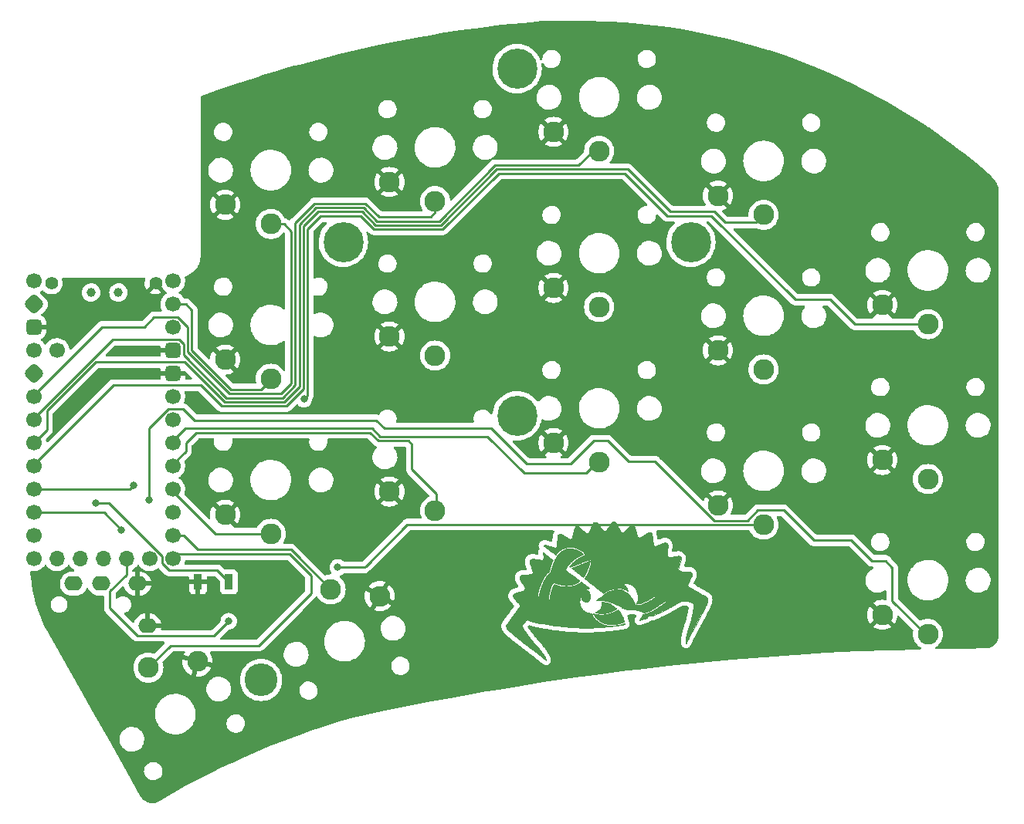
<source format=gbr>
%TF.GenerationSoftware,KiCad,Pcbnew,(6.0.8-1)-1*%
%TF.CreationDate,2023-02-27T10:47:16+02:00*%
%TF.ProjectId,sweepv2,73776565-7076-4322-9e6b-696361645f70,rev?*%
%TF.SameCoordinates,Original*%
%TF.FileFunction,Copper,L1,Top*%
%TF.FilePolarity,Positive*%
%FSLAX46Y46*%
G04 Gerber Fmt 4.6, Leading zero omitted, Abs format (unit mm)*
G04 Created by KiCad (PCBNEW (6.0.8-1)-1) date 2023-02-27 10:47:16*
%MOMM*%
%LPD*%
G01*
G04 APERTURE LIST*
G04 Aperture macros list*
%AMRoundRect*
0 Rectangle with rounded corners*
0 $1 Rounding radius*
0 $2 $3 $4 $5 $6 $7 $8 $9 X,Y pos of 4 corners*
0 Add a 4 corners polygon primitive as box body*
4,1,4,$2,$3,$4,$5,$6,$7,$8,$9,$2,$3,0*
0 Add four circle primitives for the rounded corners*
1,1,$1+$1,$2,$3*
1,1,$1+$1,$4,$5*
1,1,$1+$1,$6,$7*
1,1,$1+$1,$8,$9*
0 Add four rect primitives between the rounded corners*
20,1,$1+$1,$2,$3,$4,$5,0*
20,1,$1+$1,$4,$5,$6,$7,0*
20,1,$1+$1,$6,$7,$8,$9,0*
20,1,$1+$1,$8,$9,$2,$3,0*%
G04 Aperture macros list end*
%TA.AperFunction,EtchedComponent*%
%ADD10C,0.010000*%
%TD*%
%TA.AperFunction,ComponentPad*%
%ADD11C,1.700000*%
%TD*%
%TA.AperFunction,ComponentPad*%
%ADD12RoundRect,0.425000X0.425000X0.425000X-0.425000X0.425000X-0.425000X-0.425000X0.425000X-0.425000X0*%
%TD*%
%TA.AperFunction,ComponentPad*%
%ADD13O,1.700000X1.700000*%
%TD*%
%TA.AperFunction,ComponentPad*%
%ADD14RoundRect,0.425000X0.000000X-0.601041X0.601041X0.000000X0.000000X0.601041X-0.601041X0.000000X0*%
%TD*%
%TA.AperFunction,ComponentPad*%
%ADD15RoundRect,0.425000X-0.425000X-0.425000X0.425000X-0.425000X0.425000X0.425000X-0.425000X0.425000X0*%
%TD*%
%TA.AperFunction,ComponentPad*%
%ADD16O,2.000000X1.600000*%
%TD*%
%TA.AperFunction,ComponentPad*%
%ADD17C,2.282000*%
%TD*%
%TA.AperFunction,ComponentPad*%
%ADD18C,4.400000*%
%TD*%
%TA.AperFunction,ComponentPad*%
%ADD19C,1.397000*%
%TD*%
%TA.AperFunction,SMDPad,CuDef*%
%ADD20R,0.900000X1.700000*%
%TD*%
%TA.AperFunction,ComponentPad*%
%ADD21C,3.600000*%
%TD*%
%TA.AperFunction,WasherPad*%
%ADD22C,1.000000*%
%TD*%
%TA.AperFunction,ViaPad*%
%ADD23C,0.800000*%
%TD*%
%TA.AperFunction,Conductor*%
%ADD24C,0.250000*%
%TD*%
G04 APERTURE END LIST*
%TO.C,G\u002A\u002A\u002A*%
G36*
X85009904Y-85746197D02*
G01*
X85040423Y-85750078D01*
X85082393Y-85756735D01*
X85132639Y-85765535D01*
X85187987Y-85775847D01*
X85245262Y-85787036D01*
X85301288Y-85798473D01*
X85352891Y-85809523D01*
X85396896Y-85819556D01*
X85430129Y-85827940D01*
X85447746Y-85833376D01*
X85472123Y-85841393D01*
X85505706Y-85850900D01*
X85540542Y-85859673D01*
X85566731Y-85865993D01*
X85592613Y-85872716D01*
X85620564Y-85880575D01*
X85652968Y-85890298D01*
X85692206Y-85902618D01*
X85740657Y-85918264D01*
X85800702Y-85937967D01*
X85864083Y-85958929D01*
X85957450Y-85989876D01*
X86180491Y-86165824D01*
X86268506Y-86235377D01*
X86343865Y-86295204D01*
X86407312Y-86345926D01*
X86459599Y-86388161D01*
X86501471Y-86422530D01*
X86533676Y-86449652D01*
X86556964Y-86470148D01*
X86572080Y-86484637D01*
X86579773Y-86493738D01*
X86581019Y-86497740D01*
X86571452Y-86506752D01*
X86549376Y-86522034D01*
X86517315Y-86542063D01*
X86477794Y-86565315D01*
X86433337Y-86590265D01*
X86386466Y-86615390D01*
X86384144Y-86616603D01*
X86345909Y-86636615D01*
X86308644Y-86656231D01*
X86277791Y-86672582D01*
X86264905Y-86679479D01*
X86240422Y-86691798D01*
X86220908Y-86700077D01*
X86214236Y-86701960D01*
X86197587Y-86707785D01*
X86188979Y-86712785D01*
X86174141Y-86720808D01*
X86147050Y-86733497D01*
X86111229Y-86749353D01*
X86070193Y-86766874D01*
X86027463Y-86784562D01*
X85986558Y-86800915D01*
X85950998Y-86814433D01*
X85947938Y-86815547D01*
X85913608Y-86828011D01*
X85880576Y-86840049D01*
X85858122Y-86848274D01*
X85783830Y-86873867D01*
X85702805Y-86898826D01*
X85627999Y-86919316D01*
X85586166Y-86930003D01*
X85542736Y-86941200D01*
X85505878Y-86950799D01*
X85499840Y-86952387D01*
X85437974Y-86966443D01*
X85364734Y-86979469D01*
X85285678Y-86990739D01*
X85206362Y-86999527D01*
X85132344Y-87005104D01*
X85084266Y-87006738D01*
X85035635Y-87006763D01*
X84979647Y-87006017D01*
X84919799Y-87004625D01*
X84859582Y-87002711D01*
X84802492Y-87000401D01*
X84752023Y-86997820D01*
X84711669Y-86995093D01*
X84685858Y-86992477D01*
X84658506Y-86989027D01*
X84625254Y-86985288D01*
X84612305Y-86983951D01*
X84563590Y-86978417D01*
X84512863Y-86971158D01*
X84455677Y-86961462D01*
X84387586Y-86948616D01*
X84368662Y-86944894D01*
X84327186Y-86937062D01*
X84290589Y-86930857D01*
X84262695Y-86926878D01*
X84247326Y-86925727D01*
X84246890Y-86925760D01*
X84247214Y-86923195D01*
X84260652Y-86914992D01*
X84284868Y-86902444D01*
X84316326Y-86887397D01*
X84352160Y-86870041D01*
X84382774Y-86853831D01*
X84404529Y-86840778D01*
X84413227Y-86833819D01*
X84423823Y-86824419D01*
X84428719Y-86824061D01*
X84437622Y-86821609D01*
X84456484Y-86811576D01*
X84481383Y-86796071D01*
X84483689Y-86794543D01*
X84592717Y-86711994D01*
X84689717Y-86617833D01*
X84773978Y-86513040D01*
X84844789Y-86398597D01*
X84901442Y-86275486D01*
X84937092Y-86167823D01*
X84947619Y-86126165D01*
X84957451Y-86080824D01*
X84966037Y-86035218D01*
X84972824Y-85992770D01*
X84977260Y-85956897D01*
X84978792Y-85931020D01*
X84977259Y-85919152D01*
X84976413Y-85907699D01*
X84978951Y-85905194D01*
X84982172Y-85895715D01*
X84984827Y-85873247D01*
X84986537Y-85841734D01*
X84986928Y-85822842D01*
X84987450Y-85786059D01*
X84988773Y-85763093D01*
X84991833Y-85750825D01*
X84997562Y-85746140D01*
X85006894Y-85745919D01*
X85009904Y-85746197D01*
G37*
D10*
X85009904Y-85746197D02*
X85040423Y-85750078D01*
X85082393Y-85756735D01*
X85132639Y-85765535D01*
X85187987Y-85775847D01*
X85245262Y-85787036D01*
X85301288Y-85798473D01*
X85352891Y-85809523D01*
X85396896Y-85819556D01*
X85430129Y-85827940D01*
X85447746Y-85833376D01*
X85472123Y-85841393D01*
X85505706Y-85850900D01*
X85540542Y-85859673D01*
X85566731Y-85865993D01*
X85592613Y-85872716D01*
X85620564Y-85880575D01*
X85652968Y-85890298D01*
X85692206Y-85902618D01*
X85740657Y-85918264D01*
X85800702Y-85937967D01*
X85864083Y-85958929D01*
X85957450Y-85989876D01*
X86180491Y-86165824D01*
X86268506Y-86235377D01*
X86343865Y-86295204D01*
X86407312Y-86345926D01*
X86459599Y-86388161D01*
X86501471Y-86422530D01*
X86533676Y-86449652D01*
X86556964Y-86470148D01*
X86572080Y-86484637D01*
X86579773Y-86493738D01*
X86581019Y-86497740D01*
X86571452Y-86506752D01*
X86549376Y-86522034D01*
X86517315Y-86542063D01*
X86477794Y-86565315D01*
X86433337Y-86590265D01*
X86386466Y-86615390D01*
X86384144Y-86616603D01*
X86345909Y-86636615D01*
X86308644Y-86656231D01*
X86277791Y-86672582D01*
X86264905Y-86679479D01*
X86240422Y-86691798D01*
X86220908Y-86700077D01*
X86214236Y-86701960D01*
X86197587Y-86707785D01*
X86188979Y-86712785D01*
X86174141Y-86720808D01*
X86147050Y-86733497D01*
X86111229Y-86749353D01*
X86070193Y-86766874D01*
X86027463Y-86784562D01*
X85986558Y-86800915D01*
X85950998Y-86814433D01*
X85947938Y-86815547D01*
X85913608Y-86828011D01*
X85880576Y-86840049D01*
X85858122Y-86848274D01*
X85783830Y-86873867D01*
X85702805Y-86898826D01*
X85627999Y-86919316D01*
X85586166Y-86930003D01*
X85542736Y-86941200D01*
X85505878Y-86950799D01*
X85499840Y-86952387D01*
X85437974Y-86966443D01*
X85364734Y-86979469D01*
X85285678Y-86990739D01*
X85206362Y-86999527D01*
X85132344Y-87005104D01*
X85084266Y-87006738D01*
X85035635Y-87006763D01*
X84979647Y-87006017D01*
X84919799Y-87004625D01*
X84859582Y-87002711D01*
X84802492Y-87000401D01*
X84752023Y-86997820D01*
X84711669Y-86995093D01*
X84685858Y-86992477D01*
X84658506Y-86989027D01*
X84625254Y-86985288D01*
X84612305Y-86983951D01*
X84563590Y-86978417D01*
X84512863Y-86971158D01*
X84455677Y-86961462D01*
X84387586Y-86948616D01*
X84368662Y-86944894D01*
X84327186Y-86937062D01*
X84290589Y-86930857D01*
X84262695Y-86926878D01*
X84247326Y-86925727D01*
X84246890Y-86925760D01*
X84247214Y-86923195D01*
X84260652Y-86914992D01*
X84284868Y-86902444D01*
X84316326Y-86887397D01*
X84352160Y-86870041D01*
X84382774Y-86853831D01*
X84404529Y-86840778D01*
X84413227Y-86833819D01*
X84423823Y-86824419D01*
X84428719Y-86824061D01*
X84437622Y-86821609D01*
X84456484Y-86811576D01*
X84481383Y-86796071D01*
X84483689Y-86794543D01*
X84592717Y-86711994D01*
X84689717Y-86617833D01*
X84773978Y-86513040D01*
X84844789Y-86398597D01*
X84901442Y-86275486D01*
X84937092Y-86167823D01*
X84947619Y-86126165D01*
X84957451Y-86080824D01*
X84966037Y-86035218D01*
X84972824Y-85992770D01*
X84977260Y-85956897D01*
X84978792Y-85931020D01*
X84977259Y-85919152D01*
X84976413Y-85907699D01*
X84978951Y-85905194D01*
X84982172Y-85895715D01*
X84984827Y-85873247D01*
X84986537Y-85841734D01*
X84986928Y-85822842D01*
X84987450Y-85786059D01*
X84988773Y-85763093D01*
X84991833Y-85750825D01*
X84997562Y-85746140D01*
X85006894Y-85745919D01*
X85009904Y-85746197D01*
G36*
X83267502Y-84426807D02*
G01*
X83341138Y-84456073D01*
X83411247Y-84498466D01*
X83475484Y-84552842D01*
X83526688Y-84611541D01*
X83546342Y-84636339D01*
X83562755Y-84654587D01*
X83572947Y-84663033D01*
X83574059Y-84663253D01*
X83579059Y-84667712D01*
X83578404Y-84669787D01*
X83580427Y-84680550D01*
X83589114Y-84701209D01*
X83601127Y-84724577D01*
X83634483Y-84796531D01*
X83662398Y-84880001D01*
X83683854Y-84970155D01*
X83697832Y-85062163D01*
X83703315Y-85151193D01*
X83701980Y-85203098D01*
X83688958Y-85308858D01*
X83664678Y-85407255D01*
X83629933Y-85497022D01*
X83585516Y-85576891D01*
X83532221Y-85645596D01*
X83470840Y-85701871D01*
X83402168Y-85744448D01*
X83349848Y-85765529D01*
X83308755Y-85776890D01*
X83272251Y-85781985D01*
X83232383Y-85781525D01*
X83201840Y-85778688D01*
X83172122Y-85775514D01*
X83148107Y-85773223D01*
X83137094Y-85772424D01*
X83122642Y-85769544D01*
X83119458Y-85767730D01*
X83109934Y-85762069D01*
X83089622Y-85751347D01*
X83063550Y-85738197D01*
X82998985Y-85698714D01*
X82936063Y-85646206D01*
X82878638Y-85584436D01*
X82830563Y-85517168D01*
X82821553Y-85501878D01*
X82807227Y-85478722D01*
X82795297Y-85463228D01*
X82789458Y-85459071D01*
X82784790Y-85454609D01*
X82785367Y-85452884D01*
X82783957Y-85442077D01*
X82777169Y-85420338D01*
X82766444Y-85392235D01*
X82765665Y-85390347D01*
X82728840Y-85279929D01*
X82706877Y-85164160D01*
X82699829Y-85045844D01*
X82707754Y-84927784D01*
X82730707Y-84812785D01*
X82752865Y-84743283D01*
X82772938Y-84694472D01*
X82795782Y-84651810D01*
X82825441Y-84608186D01*
X82841950Y-84586524D01*
X82900989Y-84520269D01*
X82962401Y-84470169D01*
X83027356Y-84435489D01*
X83097024Y-84415491D01*
X83119024Y-84412244D01*
X83192682Y-84411815D01*
X83267502Y-84426807D01*
G37*
X83267502Y-84426807D02*
X83341138Y-84456073D01*
X83411247Y-84498466D01*
X83475484Y-84552842D01*
X83526688Y-84611541D01*
X83546342Y-84636339D01*
X83562755Y-84654587D01*
X83572947Y-84663033D01*
X83574059Y-84663253D01*
X83579059Y-84667712D01*
X83578404Y-84669787D01*
X83580427Y-84680550D01*
X83589114Y-84701209D01*
X83601127Y-84724577D01*
X83634483Y-84796531D01*
X83662398Y-84880001D01*
X83683854Y-84970155D01*
X83697832Y-85062163D01*
X83703315Y-85151193D01*
X83701980Y-85203098D01*
X83688958Y-85308858D01*
X83664678Y-85407255D01*
X83629933Y-85497022D01*
X83585516Y-85576891D01*
X83532221Y-85645596D01*
X83470840Y-85701871D01*
X83402168Y-85744448D01*
X83349848Y-85765529D01*
X83308755Y-85776890D01*
X83272251Y-85781985D01*
X83232383Y-85781525D01*
X83201840Y-85778688D01*
X83172122Y-85775514D01*
X83148107Y-85773223D01*
X83137094Y-85772424D01*
X83122642Y-85769544D01*
X83119458Y-85767730D01*
X83109934Y-85762069D01*
X83089622Y-85751347D01*
X83063550Y-85738197D01*
X82998985Y-85698714D01*
X82936063Y-85646206D01*
X82878638Y-85584436D01*
X82830563Y-85517168D01*
X82821553Y-85501878D01*
X82807227Y-85478722D01*
X82795297Y-85463228D01*
X82789458Y-85459071D01*
X82784790Y-85454609D01*
X82785367Y-85452884D01*
X82783957Y-85442077D01*
X82777169Y-85420338D01*
X82766444Y-85392235D01*
X82765665Y-85390347D01*
X82728840Y-85279929D01*
X82706877Y-85164160D01*
X82699829Y-85045844D01*
X82707754Y-84927784D01*
X82730707Y-84812785D01*
X82752865Y-84743283D01*
X82772938Y-84694472D01*
X82795782Y-84651810D01*
X82825441Y-84608186D01*
X82841950Y-84586524D01*
X82900989Y-84520269D01*
X82962401Y-84470169D01*
X83027356Y-84435489D01*
X83097024Y-84415491D01*
X83119024Y-84412244D01*
X83192682Y-84411815D01*
X83267502Y-84426807D01*
G36*
X86748728Y-86635781D02*
G01*
X86770159Y-86655739D01*
X86797228Y-86684151D01*
X86827725Y-86718432D01*
X86859441Y-86755996D01*
X86890168Y-86794258D01*
X86917695Y-86830634D01*
X86939813Y-86862538D01*
X86948305Y-86876266D01*
X86959835Y-86896074D01*
X86969533Y-86913020D01*
X86978523Y-86929349D01*
X86987928Y-86947306D01*
X86998872Y-86969137D01*
X87012480Y-86997088D01*
X87029874Y-87033406D01*
X87052181Y-87080334D01*
X87080522Y-87140121D01*
X87083319Y-87146023D01*
X87121500Y-87225641D01*
X87153954Y-87291064D01*
X87181515Y-87343713D01*
X87205011Y-87385006D01*
X87225274Y-87416364D01*
X87243134Y-87439205D01*
X87259421Y-87454949D01*
X87267469Y-87460753D01*
X87281207Y-87471389D01*
X87293051Y-87485534D01*
X87303685Y-87505205D01*
X87313796Y-87532417D01*
X87324068Y-87569189D01*
X87335185Y-87617532D01*
X87347834Y-87679465D01*
X87355830Y-87720773D01*
X87366153Y-87773988D01*
X87375895Y-87822701D01*
X87384454Y-87864023D01*
X87391230Y-87895069D01*
X87395621Y-87912950D01*
X87396174Y-87914733D01*
X87399479Y-87932637D01*
X87396872Y-87942168D01*
X87386302Y-87947468D01*
X87363698Y-87957118D01*
X87332913Y-87969614D01*
X87297801Y-87983445D01*
X87262216Y-87997106D01*
X87230010Y-88009086D01*
X87205036Y-88017879D01*
X87196308Y-88020656D01*
X87164448Y-88030443D01*
X87148904Y-88036209D01*
X87147201Y-88037548D01*
X87144856Y-88039253D01*
X87135654Y-88042756D01*
X87116759Y-88049030D01*
X87085339Y-88059046D01*
X87073526Y-88062773D01*
X87043333Y-88072323D01*
X87016933Y-88080729D01*
X87004073Y-88084867D01*
X86966773Y-88096283D01*
X86927243Y-88107272D01*
X86894285Y-88115395D01*
X86892372Y-88115810D01*
X86874924Y-88120039D01*
X86867640Y-88122782D01*
X86867640Y-88122803D01*
X86862158Y-88125702D01*
X86844267Y-88130608D01*
X86812546Y-88137869D01*
X86766287Y-88147686D01*
X86731824Y-88155168D01*
X86701915Y-88162236D01*
X86681951Y-88167603D01*
X86679273Y-88168483D01*
X86666555Y-88171264D01*
X86640498Y-88175706D01*
X86603852Y-88181427D01*
X86559365Y-88188050D01*
X86509790Y-88195191D01*
X86457875Y-88202470D01*
X86406371Y-88209505D01*
X86358029Y-88215918D01*
X86315597Y-88221324D01*
X86281827Y-88225346D01*
X86259468Y-88227599D01*
X86251312Y-88227767D01*
X86242130Y-88227242D01*
X86219805Y-88227718D01*
X86188096Y-88229081D01*
X86164102Y-88230398D01*
X86128002Y-88232286D01*
X86098552Y-88233358D01*
X86079627Y-88233499D01*
X86074822Y-88233045D01*
X86064167Y-88231852D01*
X86042152Y-88231270D01*
X86023287Y-88231321D01*
X85986953Y-88231299D01*
X85945932Y-88230559D01*
X85925401Y-88229894D01*
X85899880Y-88228731D01*
X85877553Y-88227191D01*
X85853610Y-88224782D01*
X85823241Y-88221009D01*
X85781637Y-88215376D01*
X85774214Y-88214352D01*
X85746661Y-88211074D01*
X85723821Y-88209244D01*
X85718122Y-88209099D01*
X85703914Y-88207344D01*
X85677050Y-88202404D01*
X85640395Y-88194933D01*
X85596816Y-88185586D01*
X85549176Y-88175017D01*
X85500340Y-88163883D01*
X85453174Y-88152838D01*
X85410544Y-88142535D01*
X85375312Y-88133631D01*
X85350346Y-88126782D01*
X85338508Y-88122641D01*
X85337967Y-88122194D01*
X85328173Y-88116723D01*
X85308256Y-88110909D01*
X85302753Y-88109732D01*
X85275701Y-88102405D01*
X85243502Y-88091078D01*
X85229079Y-88085165D01*
X85201539Y-88074030D01*
X85177608Y-88065791D01*
X85168392Y-88063406D01*
X85153222Y-88057614D01*
X85148637Y-88052050D01*
X85141169Y-88045423D01*
X85138079Y-88045391D01*
X85126011Y-88042505D01*
X85103875Y-88033954D01*
X85076355Y-88021913D01*
X85048130Y-88008556D01*
X85023879Y-87996056D01*
X85008284Y-87986590D01*
X85005176Y-87983640D01*
X84994717Y-87978311D01*
X84989595Y-87978320D01*
X84978284Y-87974869D01*
X84976658Y-87971378D01*
X84968973Y-87964636D01*
X84963721Y-87964437D01*
X84950672Y-87962007D01*
X84948198Y-87959587D01*
X84939442Y-87952852D01*
X84919595Y-87940806D01*
X84892644Y-87925846D01*
X84887566Y-87923145D01*
X84860217Y-87907870D01*
X84839775Y-87894891D01*
X84830006Y-87886639D01*
X84829669Y-87885826D01*
X84822172Y-87879999D01*
X84818037Y-87879961D01*
X84804476Y-87875326D01*
X84793109Y-87865961D01*
X84779866Y-87854489D01*
X84772396Y-87851444D01*
X84761277Y-87846631D01*
X84738119Y-87831408D01*
X84703750Y-87806375D01*
X84658996Y-87772130D01*
X84612761Y-87735712D01*
X84565133Y-87697728D01*
X84529286Y-87668944D01*
X84503694Y-87648094D01*
X84486829Y-87633906D01*
X84477162Y-87625115D01*
X84473168Y-87620450D01*
X84472822Y-87619524D01*
X84466619Y-87611606D01*
X84455721Y-87601826D01*
X84415353Y-87565623D01*
X84368210Y-87517766D01*
X84316537Y-87460928D01*
X84262576Y-87397788D01*
X84208575Y-87331020D01*
X84156777Y-87263302D01*
X84109428Y-87197309D01*
X84081544Y-87155752D01*
X84064162Y-87129177D01*
X84049347Y-87106858D01*
X84041071Y-87094728D01*
X84029668Y-87072692D01*
X84032563Y-87059302D01*
X84049346Y-87054808D01*
X84079610Y-87059461D01*
X84092584Y-87063078D01*
X84118771Y-87070086D01*
X84155266Y-87078660D01*
X84198224Y-87088027D01*
X84243799Y-87097414D01*
X84288144Y-87106051D01*
X84327412Y-87113166D01*
X84357757Y-87117988D01*
X84375020Y-87119742D01*
X84398889Y-87122244D01*
X84427455Y-87128172D01*
X84432784Y-87129612D01*
X84454633Y-87134618D01*
X84468532Y-87135561D01*
X84470439Y-87134742D01*
X84480129Y-87133532D01*
X84499993Y-87136056D01*
X84507479Y-87137575D01*
X84529325Y-87141147D01*
X84543039Y-87141063D01*
X84544686Y-87140195D01*
X84554440Y-87139116D01*
X84566445Y-87142413D01*
X84587011Y-87147276D01*
X84613614Y-87149992D01*
X84617170Y-87150107D01*
X84643450Y-87150860D01*
X84664949Y-87151769D01*
X84667046Y-87151892D01*
X84686694Y-87152914D01*
X84713175Y-87154062D01*
X84718520Y-87154270D01*
X84745154Y-87155376D01*
X84767016Y-87156430D01*
X84769987Y-87156598D01*
X84879695Y-87159024D01*
X84893948Y-87158817D01*
X84925720Y-87158293D01*
X84954688Y-87157904D01*
X84966330Y-87157792D01*
X85040072Y-87155604D01*
X85123849Y-87150265D01*
X85213856Y-87142240D01*
X85306290Y-87131995D01*
X85397350Y-87119992D01*
X85483231Y-87106699D01*
X85560129Y-87092578D01*
X85624243Y-87078095D01*
X85629287Y-87076781D01*
X85659689Y-87068892D01*
X85699723Y-87058685D01*
X85742580Y-87047890D01*
X85766735Y-87041870D01*
X85802705Y-87032605D01*
X85839307Y-87022602D01*
X85872596Y-87013011D01*
X85898623Y-87004977D01*
X85913443Y-86999649D01*
X85915161Y-86998714D01*
X85925102Y-86994696D01*
X85945457Y-86988313D01*
X85955987Y-86985312D01*
X85979179Y-86978382D01*
X85994686Y-86972813D01*
X85997462Y-86971356D01*
X86008070Y-86966531D01*
X86027640Y-86959810D01*
X86029872Y-86959121D01*
X86051980Y-86951554D01*
X86084528Y-86939436D01*
X86123308Y-86924442D01*
X86164111Y-86908245D01*
X86202731Y-86892523D01*
X86234959Y-86878952D01*
X86256588Y-86869203D01*
X86259861Y-86867552D01*
X86275316Y-86861194D01*
X86282042Y-86861892D01*
X86286713Y-86861440D01*
X86291585Y-86856243D01*
X86306891Y-86845867D01*
X86318359Y-86842720D01*
X86335166Y-86838139D01*
X86341414Y-86833955D01*
X86353469Y-86825993D01*
X86359563Y-86823817D01*
X86374080Y-86817978D01*
X86397241Y-86806863D01*
X86413764Y-86798316D01*
X86438440Y-86785240D01*
X86473054Y-86766981D01*
X86512538Y-86746209D01*
X86543101Y-86730166D01*
X86583927Y-86708317D01*
X86624678Y-86685759D01*
X86659852Y-86665572D01*
X86678781Y-86654144D01*
X86704290Y-86639286D01*
X86724678Y-86629476D01*
X86735143Y-86626861D01*
X86748728Y-86635781D01*
G37*
X86748728Y-86635781D02*
X86770159Y-86655739D01*
X86797228Y-86684151D01*
X86827725Y-86718432D01*
X86859441Y-86755996D01*
X86890168Y-86794258D01*
X86917695Y-86830634D01*
X86939813Y-86862538D01*
X86948305Y-86876266D01*
X86959835Y-86896074D01*
X86969533Y-86913020D01*
X86978523Y-86929349D01*
X86987928Y-86947306D01*
X86998872Y-86969137D01*
X87012480Y-86997088D01*
X87029874Y-87033406D01*
X87052181Y-87080334D01*
X87080522Y-87140121D01*
X87083319Y-87146023D01*
X87121500Y-87225641D01*
X87153954Y-87291064D01*
X87181515Y-87343713D01*
X87205011Y-87385006D01*
X87225274Y-87416364D01*
X87243134Y-87439205D01*
X87259421Y-87454949D01*
X87267469Y-87460753D01*
X87281207Y-87471389D01*
X87293051Y-87485534D01*
X87303685Y-87505205D01*
X87313796Y-87532417D01*
X87324068Y-87569189D01*
X87335185Y-87617532D01*
X87347834Y-87679465D01*
X87355830Y-87720773D01*
X87366153Y-87773988D01*
X87375895Y-87822701D01*
X87384454Y-87864023D01*
X87391230Y-87895069D01*
X87395621Y-87912950D01*
X87396174Y-87914733D01*
X87399479Y-87932637D01*
X87396872Y-87942168D01*
X87386302Y-87947468D01*
X87363698Y-87957118D01*
X87332913Y-87969614D01*
X87297801Y-87983445D01*
X87262216Y-87997106D01*
X87230010Y-88009086D01*
X87205036Y-88017879D01*
X87196308Y-88020656D01*
X87164448Y-88030443D01*
X87148904Y-88036209D01*
X87147201Y-88037548D01*
X87144856Y-88039253D01*
X87135654Y-88042756D01*
X87116759Y-88049030D01*
X87085339Y-88059046D01*
X87073526Y-88062773D01*
X87043333Y-88072323D01*
X87016933Y-88080729D01*
X87004073Y-88084867D01*
X86966773Y-88096283D01*
X86927243Y-88107272D01*
X86894285Y-88115395D01*
X86892372Y-88115810D01*
X86874924Y-88120039D01*
X86867640Y-88122782D01*
X86867640Y-88122803D01*
X86862158Y-88125702D01*
X86844267Y-88130608D01*
X86812546Y-88137869D01*
X86766287Y-88147686D01*
X86731824Y-88155168D01*
X86701915Y-88162236D01*
X86681951Y-88167603D01*
X86679273Y-88168483D01*
X86666555Y-88171264D01*
X86640498Y-88175706D01*
X86603852Y-88181427D01*
X86559365Y-88188050D01*
X86509790Y-88195191D01*
X86457875Y-88202470D01*
X86406371Y-88209505D01*
X86358029Y-88215918D01*
X86315597Y-88221324D01*
X86281827Y-88225346D01*
X86259468Y-88227599D01*
X86251312Y-88227767D01*
X86242130Y-88227242D01*
X86219805Y-88227718D01*
X86188096Y-88229081D01*
X86164102Y-88230398D01*
X86128002Y-88232286D01*
X86098552Y-88233358D01*
X86079627Y-88233499D01*
X86074822Y-88233045D01*
X86064167Y-88231852D01*
X86042152Y-88231270D01*
X86023287Y-88231321D01*
X85986953Y-88231299D01*
X85945932Y-88230559D01*
X85925401Y-88229894D01*
X85899880Y-88228731D01*
X85877553Y-88227191D01*
X85853610Y-88224782D01*
X85823241Y-88221009D01*
X85781637Y-88215376D01*
X85774214Y-88214352D01*
X85746661Y-88211074D01*
X85723821Y-88209244D01*
X85718122Y-88209099D01*
X85703914Y-88207344D01*
X85677050Y-88202404D01*
X85640395Y-88194933D01*
X85596816Y-88185586D01*
X85549176Y-88175017D01*
X85500340Y-88163883D01*
X85453174Y-88152838D01*
X85410544Y-88142535D01*
X85375312Y-88133631D01*
X85350346Y-88126782D01*
X85338508Y-88122641D01*
X85337967Y-88122194D01*
X85328173Y-88116723D01*
X85308256Y-88110909D01*
X85302753Y-88109732D01*
X85275701Y-88102405D01*
X85243502Y-88091078D01*
X85229079Y-88085165D01*
X85201539Y-88074030D01*
X85177608Y-88065791D01*
X85168392Y-88063406D01*
X85153222Y-88057614D01*
X85148637Y-88052050D01*
X85141169Y-88045423D01*
X85138079Y-88045391D01*
X85126011Y-88042505D01*
X85103875Y-88033954D01*
X85076355Y-88021913D01*
X85048130Y-88008556D01*
X85023879Y-87996056D01*
X85008284Y-87986590D01*
X85005176Y-87983640D01*
X84994717Y-87978311D01*
X84989595Y-87978320D01*
X84978284Y-87974869D01*
X84976658Y-87971378D01*
X84968973Y-87964636D01*
X84963721Y-87964437D01*
X84950672Y-87962007D01*
X84948198Y-87959587D01*
X84939442Y-87952852D01*
X84919595Y-87940806D01*
X84892644Y-87925846D01*
X84887566Y-87923145D01*
X84860217Y-87907870D01*
X84839775Y-87894891D01*
X84830006Y-87886639D01*
X84829669Y-87885826D01*
X84822172Y-87879999D01*
X84818037Y-87879961D01*
X84804476Y-87875326D01*
X84793109Y-87865961D01*
X84779866Y-87854489D01*
X84772396Y-87851444D01*
X84761277Y-87846631D01*
X84738119Y-87831408D01*
X84703750Y-87806375D01*
X84658996Y-87772130D01*
X84612761Y-87735712D01*
X84565133Y-87697728D01*
X84529286Y-87668944D01*
X84503694Y-87648094D01*
X84486829Y-87633906D01*
X84477162Y-87625115D01*
X84473168Y-87620450D01*
X84472822Y-87619524D01*
X84466619Y-87611606D01*
X84455721Y-87601826D01*
X84415353Y-87565623D01*
X84368210Y-87517766D01*
X84316537Y-87460928D01*
X84262576Y-87397788D01*
X84208575Y-87331020D01*
X84156777Y-87263302D01*
X84109428Y-87197309D01*
X84081544Y-87155752D01*
X84064162Y-87129177D01*
X84049347Y-87106858D01*
X84041071Y-87094728D01*
X84029668Y-87072692D01*
X84032563Y-87059302D01*
X84049346Y-87054808D01*
X84079610Y-87059461D01*
X84092584Y-87063078D01*
X84118771Y-87070086D01*
X84155266Y-87078660D01*
X84198224Y-87088027D01*
X84243799Y-87097414D01*
X84288144Y-87106051D01*
X84327412Y-87113166D01*
X84357757Y-87117988D01*
X84375020Y-87119742D01*
X84398889Y-87122244D01*
X84427455Y-87128172D01*
X84432784Y-87129612D01*
X84454633Y-87134618D01*
X84468532Y-87135561D01*
X84470439Y-87134742D01*
X84480129Y-87133532D01*
X84499993Y-87136056D01*
X84507479Y-87137575D01*
X84529325Y-87141147D01*
X84543039Y-87141063D01*
X84544686Y-87140195D01*
X84554440Y-87139116D01*
X84566445Y-87142413D01*
X84587011Y-87147276D01*
X84613614Y-87149992D01*
X84617170Y-87150107D01*
X84643450Y-87150860D01*
X84664949Y-87151769D01*
X84667046Y-87151892D01*
X84686694Y-87152914D01*
X84713175Y-87154062D01*
X84718520Y-87154270D01*
X84745154Y-87155376D01*
X84767016Y-87156430D01*
X84769987Y-87156598D01*
X84879695Y-87159024D01*
X84893948Y-87158817D01*
X84925720Y-87158293D01*
X84954688Y-87157904D01*
X84966330Y-87157792D01*
X85040072Y-87155604D01*
X85123849Y-87150265D01*
X85213856Y-87142240D01*
X85306290Y-87131995D01*
X85397350Y-87119992D01*
X85483231Y-87106699D01*
X85560129Y-87092578D01*
X85624243Y-87078095D01*
X85629287Y-87076781D01*
X85659689Y-87068892D01*
X85699723Y-87058685D01*
X85742580Y-87047890D01*
X85766735Y-87041870D01*
X85802705Y-87032605D01*
X85839307Y-87022602D01*
X85872596Y-87013011D01*
X85898623Y-87004977D01*
X85913443Y-86999649D01*
X85915161Y-86998714D01*
X85925102Y-86994696D01*
X85945457Y-86988313D01*
X85955987Y-86985312D01*
X85979179Y-86978382D01*
X85994686Y-86972813D01*
X85997462Y-86971356D01*
X86008070Y-86966531D01*
X86027640Y-86959810D01*
X86029872Y-86959121D01*
X86051980Y-86951554D01*
X86084528Y-86939436D01*
X86123308Y-86924442D01*
X86164111Y-86908245D01*
X86202731Y-86892523D01*
X86234959Y-86878952D01*
X86256588Y-86869203D01*
X86259861Y-86867552D01*
X86275316Y-86861194D01*
X86282042Y-86861892D01*
X86286713Y-86861440D01*
X86291585Y-86856243D01*
X86306891Y-86845867D01*
X86318359Y-86842720D01*
X86335166Y-86838139D01*
X86341414Y-86833955D01*
X86353469Y-86825993D01*
X86359563Y-86823817D01*
X86374080Y-86817978D01*
X86397241Y-86806863D01*
X86413764Y-86798316D01*
X86438440Y-86785240D01*
X86473054Y-86766981D01*
X86512538Y-86746209D01*
X86543101Y-86730166D01*
X86583927Y-86708317D01*
X86624678Y-86685759D01*
X86659852Y-86665572D01*
X86678781Y-86654144D01*
X86704290Y-86639286D01*
X86724678Y-86629476D01*
X86735143Y-86626861D01*
X86748728Y-86635781D01*
G36*
X81474906Y-79896112D02*
G01*
X81512123Y-79897315D01*
X81550503Y-79899215D01*
X81585800Y-79901559D01*
X81613769Y-79904092D01*
X81630165Y-79906560D01*
X81632017Y-79907164D01*
X81644228Y-79909675D01*
X81659996Y-79911155D01*
X81694852Y-79914792D01*
X81740878Y-79921903D01*
X81792900Y-79931520D01*
X81845745Y-79942680D01*
X81894242Y-79954416D01*
X81900458Y-79956068D01*
X81950326Y-79969549D01*
X81988696Y-79979976D01*
X82007942Y-79986612D01*
X82017783Y-79992724D01*
X82018075Y-79993466D01*
X82026008Y-79997998D01*
X82044428Y-80001474D01*
X82046811Y-80001712D01*
X82074547Y-80007375D01*
X82097636Y-80016175D01*
X82114414Y-80023867D01*
X82142956Y-80035860D01*
X82179179Y-80050475D01*
X82216674Y-80065138D01*
X82253747Y-80079884D01*
X82284329Y-80092945D01*
X82305336Y-80102940D01*
X82313683Y-80108485D01*
X82313710Y-80108600D01*
X82321464Y-80115341D01*
X82338874Y-80122485D01*
X82358494Y-80129888D01*
X82384734Y-80141417D01*
X82411506Y-80154202D01*
X82432717Y-80165373D01*
X82440733Y-80170483D01*
X82450424Y-80176202D01*
X82470000Y-80186718D01*
X82484146Y-80194060D01*
X82506328Y-80206655D01*
X82520750Y-80217167D01*
X82523728Y-80221164D01*
X82531216Y-80227105D01*
X82535124Y-80227141D01*
X82547817Y-80230861D01*
X82568240Y-80241762D01*
X82580036Y-80249351D01*
X82609935Y-80269207D01*
X82641671Y-80289486D01*
X82649224Y-80294163D01*
X82666077Y-80304749D01*
X82684986Y-80317237D01*
X82708374Y-80333317D01*
X82738666Y-80354673D01*
X82778284Y-80382989D01*
X82817987Y-80411547D01*
X82845753Y-80433168D01*
X82871875Y-80456266D01*
X82892931Y-80477517D01*
X82905504Y-80493597D01*
X82907529Y-80498571D01*
X82901256Y-80506672D01*
X82884551Y-80518433D01*
X82862530Y-80530789D01*
X82840300Y-80540674D01*
X82833567Y-80542938D01*
X82812580Y-80551180D01*
X82793074Y-80560929D01*
X82773480Y-80570471D01*
X82759868Y-80574871D01*
X82746856Y-80579102D01*
X82724258Y-80588695D01*
X82703598Y-80598381D01*
X82679535Y-80609346D01*
X82662811Y-80615510D01*
X82657484Y-80615794D01*
X82652334Y-80616473D01*
X82647432Y-80620768D01*
X82633302Y-80630048D01*
X82611561Y-80639588D01*
X82609321Y-80640377D01*
X82585144Y-80651054D01*
X82566062Y-80663322D01*
X82565515Y-80663802D01*
X82546191Y-80675630D01*
X82533193Y-80679476D01*
X82515140Y-80685636D01*
X82492732Y-80698103D01*
X82488668Y-80700865D01*
X82462855Y-80716525D01*
X82436758Y-80728752D01*
X82434730Y-80729492D01*
X82416964Y-80737889D01*
X82409117Y-80745895D01*
X82409104Y-80746571D01*
X82402680Y-80753399D01*
X82390330Y-80756728D01*
X82370281Y-80764688D01*
X82353293Y-80778337D01*
X82337097Y-80792607D01*
X82323854Y-80799011D01*
X82308350Y-80804680D01*
X82290854Y-80814882D01*
X82276308Y-80824633D01*
X82250781Y-80841477D01*
X82217498Y-80863297D01*
X82179684Y-80887973D01*
X82167284Y-80896042D01*
X82130519Y-80920110D01*
X82099057Y-80941014D01*
X82075528Y-80956982D01*
X82062558Y-80966245D01*
X82060920Y-80967670D01*
X82051938Y-80975280D01*
X82035070Y-80987208D01*
X82033585Y-80988197D01*
X82016365Y-81000232D01*
X82006514Y-81008286D01*
X82006237Y-81008615D01*
X81997247Y-81016148D01*
X81980379Y-81028041D01*
X81978887Y-81029034D01*
X81961667Y-81041064D01*
X81951815Y-81049111D01*
X81951537Y-81049439D01*
X81942653Y-81057452D01*
X81922249Y-81073010D01*
X81893058Y-81094218D01*
X81878317Y-81107110D01*
X81872415Y-81114613D01*
X81862209Y-81124012D01*
X81859682Y-81124707D01*
X81849726Y-81130579D01*
X81831856Y-81144823D01*
X81814663Y-81160061D01*
X81793838Y-81178158D01*
X81777703Y-81190116D01*
X81770856Y-81193163D01*
X81765293Y-81198083D01*
X81765331Y-81200269D01*
X81759938Y-81209214D01*
X81757959Y-81209705D01*
X81746463Y-81216255D01*
X81734554Y-81227506D01*
X81716344Y-81247863D01*
X81704552Y-81261046D01*
X81690356Y-81274036D01*
X81681147Y-81278847D01*
X81673772Y-81286244D01*
X81673775Y-81288283D01*
X81667860Y-81296534D01*
X81661937Y-81298267D01*
X81648750Y-81306788D01*
X81645779Y-81313047D01*
X81636959Y-81325459D01*
X81631483Y-81327597D01*
X81619911Y-81333124D01*
X81618450Y-81335595D01*
X81611917Y-81344441D01*
X81596482Y-81361793D01*
X81575234Y-81384200D01*
X81570934Y-81388604D01*
X81520309Y-81440756D01*
X81477204Y-81486634D01*
X81437116Y-81531241D01*
X81395544Y-81579578D01*
X81350672Y-81633395D01*
X81323022Y-81665237D01*
X81293684Y-81696389D01*
X81268003Y-81721232D01*
X81262614Y-81725941D01*
X81232776Y-81755487D01*
X81197984Y-81796883D01*
X81160589Y-81846704D01*
X81122944Y-81901528D01*
X81087402Y-81957926D01*
X81056313Y-82012477D01*
X81032146Y-82061495D01*
X81021037Y-82084124D01*
X81005085Y-82113755D01*
X80992090Y-82136511D01*
X80974039Y-82171021D01*
X80956012Y-82211551D01*
X80945080Y-82240380D01*
X80933970Y-82269838D01*
X80923196Y-82293070D01*
X80915043Y-82305161D01*
X80914881Y-82305288D01*
X80905387Y-82317730D01*
X80909828Y-82326433D01*
X80920909Y-82327581D01*
X80937120Y-82323515D01*
X80962035Y-82315154D01*
X80977940Y-82309141D01*
X81019995Y-82292539D01*
X81424344Y-82606203D01*
X81554312Y-82706825D01*
X81681891Y-82805212D01*
X81805554Y-82900199D01*
X81923773Y-82990622D01*
X82035020Y-83075314D01*
X82137770Y-83153110D01*
X82230495Y-83222846D01*
X82311665Y-83283356D01*
X82320460Y-83289870D01*
X82380527Y-83334354D01*
X82428240Y-83369864D01*
X82464861Y-83397496D01*
X82491646Y-83418346D01*
X82509857Y-83433512D01*
X82520753Y-83444089D01*
X82525594Y-83451176D01*
X82525638Y-83455869D01*
X82522146Y-83459265D01*
X82517787Y-83461712D01*
X82498609Y-83474688D01*
X82488539Y-83484305D01*
X82476690Y-83494925D01*
X82454928Y-83511398D01*
X82427603Y-83530453D01*
X82422893Y-83533599D01*
X82393650Y-83553646D01*
X82367857Y-83572464D01*
X82350626Y-83586307D01*
X82349443Y-83587394D01*
X82330850Y-83600698D01*
X82315534Y-83606485D01*
X82303052Y-83612444D01*
X82301064Y-83618214D01*
X82298711Y-83624557D01*
X82296646Y-83623627D01*
X82286962Y-83625345D01*
X82269777Y-83635035D01*
X82264152Y-83638990D01*
X82244334Y-83652075D01*
X82229179Y-83659542D01*
X82227037Y-83660055D01*
X82213042Y-83665523D01*
X82195926Y-83675737D01*
X82160637Y-83696405D01*
X82119515Y-83715318D01*
X82095640Y-83723945D01*
X82075890Y-83731489D01*
X82064692Y-83737714D01*
X82049953Y-83745783D01*
X82039952Y-83749507D01*
X82018649Y-83756277D01*
X82007464Y-83760747D01*
X82000280Y-83765427D01*
X81999346Y-83766163D01*
X81986121Y-83773427D01*
X81962101Y-83784159D01*
X81932493Y-83796282D01*
X81902498Y-83807717D01*
X81877323Y-83816387D01*
X81865175Y-83819735D01*
X81843540Y-83825727D01*
X81816850Y-83834966D01*
X81811835Y-83836904D01*
X81788111Y-83845629D01*
X81769729Y-83851292D01*
X81766766Y-83851939D01*
X81751170Y-83855242D01*
X81726904Y-83860939D01*
X81716988Y-83863370D01*
X81572706Y-83893903D01*
X81419892Y-83916577D01*
X81264421Y-83930814D01*
X81112174Y-83936040D01*
X81000533Y-83933545D01*
X80972448Y-83932434D01*
X80947379Y-83931896D01*
X80923070Y-83930630D01*
X80894433Y-83927721D01*
X80891370Y-83927319D01*
X80833993Y-83919740D01*
X80793287Y-83914736D01*
X80769277Y-83912308D01*
X80763314Y-83912068D01*
X80746897Y-83911021D01*
X80722528Y-83907989D01*
X80698893Y-83904141D01*
X80689590Y-83902158D01*
X80674190Y-83900456D01*
X80669997Y-83901100D01*
X80658791Y-83900054D01*
X80637524Y-83894880D01*
X80624439Y-83890988D01*
X80599220Y-83883942D01*
X80579947Y-83880155D01*
X80574711Y-83879943D01*
X80560644Y-83878804D01*
X80534867Y-83874439D01*
X80502064Y-83867881D01*
X80466914Y-83860158D01*
X80434101Y-83852302D01*
X80408303Y-83845344D01*
X80394203Y-83840316D01*
X80393870Y-83840122D01*
X80381397Y-83836716D01*
X80377722Y-83838542D01*
X80368154Y-83838765D01*
X80347379Y-83833887D01*
X80320906Y-83825311D01*
X80293140Y-83815636D01*
X80271838Y-83808788D01*
X80262023Y-83806328D01*
X80249123Y-83803473D01*
X80223164Y-83795780D01*
X80186985Y-83784228D01*
X80143431Y-83769800D01*
X80095342Y-83753478D01*
X80045559Y-83736245D01*
X79996923Y-83719080D01*
X79952277Y-83702968D01*
X79914461Y-83688889D01*
X79886317Y-83677828D01*
X79872451Y-83671696D01*
X79852806Y-83662280D01*
X79822571Y-83648349D01*
X79786677Y-83632158D01*
X79765542Y-83622770D01*
X79686133Y-83587709D01*
X79663175Y-83605371D01*
X79647891Y-83618505D01*
X79640862Y-83627278D01*
X79640809Y-83627841D01*
X79636356Y-83636322D01*
X79623938Y-83655002D01*
X79605798Y-83680571D01*
X79595665Y-83694390D01*
X79562144Y-83740368D01*
X79537320Y-83776275D01*
X79519182Y-83805152D01*
X79505717Y-83830046D01*
X79504857Y-83831802D01*
X79492783Y-83854145D01*
X79482852Y-83869806D01*
X79473800Y-83885258D01*
X79460977Y-83910524D01*
X79448481Y-83937247D01*
X79435366Y-83965448D01*
X79423999Y-83988127D01*
X79417184Y-83999848D01*
X79411022Y-84012029D01*
X79401018Y-84036070D01*
X79388852Y-84067827D01*
X79382208Y-84086076D01*
X79369036Y-84122723D01*
X79356834Y-84156347D01*
X79347531Y-84181648D01*
X79344860Y-84188759D01*
X79336197Y-84211820D01*
X79329236Y-84231511D01*
X79321871Y-84254076D01*
X79311998Y-84285760D01*
X79310353Y-84291094D01*
X79299029Y-84327421D01*
X79286025Y-84368567D01*
X79278165Y-84393145D01*
X79269673Y-84420414D01*
X79264030Y-84440282D01*
X79262462Y-84448347D01*
X79260968Y-84456763D01*
X79255632Y-84476800D01*
X79248569Y-84500907D01*
X79240357Y-84529810D01*
X79234620Y-84553425D01*
X79232790Y-84564729D01*
X79229056Y-84584141D01*
X79227107Y-84589179D01*
X79221568Y-84607512D01*
X79220281Y-84615608D01*
X79217858Y-84630740D01*
X79212656Y-84658648D01*
X79205446Y-84695556D01*
X79197000Y-84737690D01*
X79188088Y-84781272D01*
X79179480Y-84822529D01*
X79171946Y-84857683D01*
X79166258Y-84882960D01*
X79163583Y-84893438D01*
X79159289Y-84911621D01*
X79154147Y-84939242D01*
X79150990Y-84958961D01*
X79146217Y-84990837D01*
X79143138Y-85010673D01*
X79140971Y-85023178D01*
X79138932Y-85033062D01*
X79137979Y-85037331D01*
X79133952Y-85058534D01*
X79129496Y-85086640D01*
X79125598Y-85114788D01*
X79123250Y-85136116D01*
X79122962Y-85141538D01*
X79121527Y-85157285D01*
X79117985Y-85182056D01*
X79116068Y-85193566D01*
X79112079Y-85218691D01*
X79109871Y-85236986D01*
X79109701Y-85241263D01*
X79107005Y-85256760D01*
X79106220Y-85258752D01*
X79103217Y-85272271D01*
X79100447Y-85294701D01*
X79098558Y-85318728D01*
X79098204Y-85337040D01*
X79098821Y-85341814D01*
X79095213Y-85351327D01*
X79085910Y-85363915D01*
X79075477Y-85384092D01*
X79073648Y-85400241D01*
X79072918Y-85419407D01*
X79068437Y-85447072D01*
X79064458Y-85464341D01*
X79058127Y-85489763D01*
X79054133Y-85507685D01*
X79053364Y-85512935D01*
X79061401Y-85513511D01*
X79082873Y-85512145D01*
X79114429Y-85509110D01*
X79149453Y-85505085D01*
X79197886Y-85498321D01*
X79230532Y-85491780D01*
X79248531Y-85485204D01*
X79252422Y-85481780D01*
X79257014Y-85466799D01*
X79260171Y-85442199D01*
X79260822Y-85429462D01*
X79262755Y-85404463D01*
X79266482Y-85387122D01*
X79268736Y-85383203D01*
X79273617Y-85371123D01*
X79273639Y-85361679D01*
X79273951Y-85343610D01*
X79277098Y-85317640D01*
X79278724Y-85308244D01*
X79283533Y-85278080D01*
X79288226Y-85241257D01*
X79290531Y-85219060D01*
X79293810Y-85190126D01*
X79297479Y-85167699D01*
X79300147Y-85158168D01*
X79303644Y-85145157D01*
X79307493Y-85121329D01*
X79309837Y-85101531D01*
X79313993Y-85069414D01*
X79319272Y-85039876D01*
X79322248Y-85027501D01*
X79327425Y-85006108D01*
X79333996Y-84974482D01*
X79340621Y-84939100D01*
X79341235Y-84935602D01*
X79348873Y-84894538D01*
X79357975Y-84849731D01*
X79367632Y-84805247D01*
X79376930Y-84765153D01*
X79384959Y-84733514D01*
X79390806Y-84714397D01*
X79390869Y-84714234D01*
X79395426Y-84695720D01*
X79395623Y-84687800D01*
X79397290Y-84675477D01*
X79402818Y-84650718D01*
X79411219Y-84617312D01*
X79421503Y-84579046D01*
X79432678Y-84539709D01*
X79443757Y-84503089D01*
X79444520Y-84500673D01*
X79451577Y-84478202D01*
X79461268Y-84447115D01*
X79469417Y-84420843D01*
X79479802Y-84388233D01*
X79489893Y-84358087D01*
X79496076Y-84340798D01*
X79504568Y-84318122D01*
X79510853Y-84300801D01*
X79510927Y-84300588D01*
X79531611Y-84241979D01*
X79549334Y-84193414D01*
X79563474Y-84156526D01*
X79573416Y-84132942D01*
X79577585Y-84125167D01*
X79584932Y-84112440D01*
X79596459Y-84089328D01*
X79608883Y-84062566D01*
X79622750Y-84033152D01*
X79635697Y-84008144D01*
X79644095Y-83994208D01*
X79655666Y-83975164D01*
X79667627Y-83951083D01*
X79668202Y-83949775D01*
X79677762Y-83931030D01*
X79685472Y-83921164D01*
X79686448Y-83920766D01*
X79693341Y-83913341D01*
X79703433Y-83895646D01*
X79706973Y-83888282D01*
X79716825Y-83868218D01*
X79726682Y-83854407D01*
X79739064Y-83846770D01*
X79756488Y-83845232D01*
X79781473Y-83849714D01*
X79816537Y-83860140D01*
X79864200Y-83876431D01*
X79882541Y-83882875D01*
X79947335Y-83905538D01*
X80003974Y-83924942D01*
X80058478Y-83943093D01*
X80116872Y-83961994D01*
X80185178Y-83983650D01*
X80188799Y-83984790D01*
X80213203Y-83991599D01*
X80247339Y-83999984D01*
X80287533Y-84009171D01*
X80330118Y-84018389D01*
X80371420Y-84026869D01*
X80407770Y-84033836D01*
X80435495Y-84038520D01*
X80450926Y-84040150D01*
X80451881Y-84040092D01*
X80467266Y-84041976D01*
X80488944Y-84048380D01*
X80490059Y-84048792D01*
X80517915Y-84056316D01*
X80560714Y-84063919D01*
X80616467Y-84071327D01*
X80683188Y-84078259D01*
X80727264Y-84082043D01*
X80754164Y-84084658D01*
X80773994Y-84087447D01*
X80780337Y-84089008D01*
X80793662Y-84091307D01*
X80821029Y-84093251D01*
X80859550Y-84094777D01*
X80906340Y-84095828D01*
X80958509Y-84096342D01*
X81013171Y-84096259D01*
X81067437Y-84095520D01*
X81080098Y-84095238D01*
X81137929Y-84092647D01*
X81207751Y-84087588D01*
X81286398Y-84080450D01*
X81370705Y-84071623D01*
X81457510Y-84061495D01*
X81543647Y-84050458D01*
X81625954Y-84038900D01*
X81701265Y-84027211D01*
X81766417Y-84015779D01*
X81818246Y-84004998D01*
X81823833Y-84003665D01*
X81900212Y-83984431D01*
X81962839Y-83967074D01*
X82014667Y-83950713D01*
X82058652Y-83934468D01*
X82066532Y-83931252D01*
X82094673Y-83919691D01*
X82129719Y-83905434D01*
X82155898Y-83894865D01*
X82185605Y-83882603D01*
X82210780Y-83871655D01*
X82224738Y-83865008D01*
X82242360Y-83856555D01*
X82267534Y-83845593D01*
X82277306Y-83841560D01*
X82309125Y-83827016D01*
X82341331Y-83809908D01*
X82347166Y-83806451D01*
X82370015Y-83793808D01*
X82388388Y-83785811D01*
X82393034Y-83784635D01*
X82406714Y-83778346D01*
X82409446Y-83774746D01*
X82419512Y-83766222D01*
X82437724Y-83757801D01*
X82454577Y-83749543D01*
X82461223Y-83741593D01*
X82461212Y-83741465D01*
X82467414Y-83734174D01*
X82475935Y-83731805D01*
X82493476Y-83724765D01*
X82509845Y-83712713D01*
X82525790Y-83699672D01*
X82550881Y-83681243D01*
X82580001Y-83661170D01*
X82583302Y-83658975D01*
X82609878Y-83640947D01*
X82630463Y-83626181D01*
X82641347Y-83617359D01*
X82642063Y-83616495D01*
X82650593Y-83608174D01*
X82667631Y-83594533D01*
X82674284Y-83589569D01*
X82702966Y-83568552D01*
X82737861Y-83591437D01*
X82764357Y-83609762D01*
X82795644Y-83632725D01*
X82815946Y-83648316D01*
X82834087Y-83662124D01*
X82863769Y-83684157D01*
X82902764Y-83712785D01*
X82948840Y-83746380D01*
X82999772Y-83783310D01*
X83053328Y-83821948D01*
X83060297Y-83826962D01*
X83129776Y-83877019D01*
X83201659Y-83928985D01*
X83273865Y-83981342D01*
X83344312Y-84032571D01*
X83410917Y-84081154D01*
X83471601Y-84125576D01*
X83524281Y-84164316D01*
X83566877Y-84195857D01*
X83591313Y-84214149D01*
X83631186Y-84244227D01*
X83517533Y-84264007D01*
X83475207Y-84271757D01*
X83438725Y-84279158D01*
X83411433Y-84285479D01*
X83396675Y-84289986D01*
X83395339Y-84290741D01*
X83379925Y-84296570D01*
X83372098Y-84297094D01*
X83358104Y-84299235D01*
X83332911Y-84305450D01*
X83300349Y-84314553D01*
X83264248Y-84325359D01*
X83228437Y-84336684D01*
X83196749Y-84347342D01*
X83173012Y-84356149D01*
X83161057Y-84361921D01*
X83160434Y-84362576D01*
X83150312Y-84368569D01*
X83130908Y-84374243D01*
X83129806Y-84374471D01*
X83112598Y-84379976D01*
X83083702Y-84391378D01*
X83046668Y-84407192D01*
X83005050Y-84425932D01*
X82989606Y-84433120D01*
X82944422Y-84454686D01*
X82912318Y-84471082D01*
X82890831Y-84483867D01*
X82877503Y-84494602D01*
X82869874Y-84504849D01*
X82867245Y-84510765D01*
X82858731Y-84528695D01*
X82843573Y-84556108D01*
X82824411Y-84588320D01*
X82814813Y-84603721D01*
X82787649Y-84651612D01*
X82761107Y-84707181D01*
X82737499Y-84764838D01*
X82719138Y-84818995D01*
X82709212Y-84859011D01*
X82702135Y-84889232D01*
X82692115Y-84923261D01*
X82688354Y-84934343D01*
X82679712Y-84961406D01*
X82674117Y-84984211D01*
X82673099Y-84991664D01*
X82668360Y-85011607D01*
X82664008Y-85019794D01*
X82658542Y-85032077D01*
X82649894Y-85056985D01*
X82639289Y-85090792D01*
X82628883Y-85126470D01*
X82584481Y-85306128D01*
X82554710Y-85477937D01*
X82539571Y-85641787D01*
X82539062Y-85797568D01*
X82553182Y-85945169D01*
X82581932Y-86084482D01*
X82625311Y-86215396D01*
X82635795Y-86240686D01*
X82655400Y-86284343D01*
X82674656Y-86323634D01*
X82692111Y-86355914D01*
X82706312Y-86378534D01*
X82715809Y-86388853D01*
X82717305Y-86389197D01*
X82723383Y-86395569D01*
X82725910Y-86403638D01*
X82732322Y-86417554D01*
X82746379Y-86440057D01*
X82765160Y-86466507D01*
X82767016Y-86468966D01*
X82857320Y-86574069D01*
X82961426Y-86669620D01*
X83079003Y-86755392D01*
X83209718Y-86831163D01*
X83353242Y-86896704D01*
X83448249Y-86932015D01*
X83491234Y-86945850D01*
X83538327Y-86959577D01*
X83586564Y-86972494D01*
X83632982Y-86983902D01*
X83674611Y-86993102D01*
X83708490Y-86999396D01*
X83731651Y-87002081D01*
X83740705Y-87000999D01*
X83748083Y-87000812D01*
X83748843Y-87003156D01*
X83756975Y-87008757D01*
X83775850Y-87013649D01*
X83799279Y-87016990D01*
X83821076Y-87017940D01*
X83835049Y-87015655D01*
X83836039Y-87015021D01*
X83843602Y-87015195D01*
X83844500Y-87018014D01*
X83852510Y-87023820D01*
X83866601Y-87024334D01*
X83887611Y-87021755D01*
X83900522Y-87126913D01*
X83906230Y-87168361D01*
X83912345Y-87204437D01*
X83918154Y-87231377D01*
X83922937Y-87245417D01*
X83923123Y-87245694D01*
X83932643Y-87259680D01*
X83947865Y-87282650D01*
X83963596Y-87306719D01*
X84006752Y-87370088D01*
X84055846Y-87436959D01*
X84108635Y-87504656D01*
X84162873Y-87570504D01*
X84216315Y-87631825D01*
X84266717Y-87685944D01*
X84311835Y-87730185D01*
X84337774Y-87752793D01*
X84350539Y-87764505D01*
X84354874Y-87770491D01*
X84361702Y-87778488D01*
X84379778Y-87794662D01*
X84406709Y-87817159D01*
X84440102Y-87844123D01*
X84477561Y-87873704D01*
X84516694Y-87904046D01*
X84555104Y-87933297D01*
X84590398Y-87959602D01*
X84620183Y-87981110D01*
X84642062Y-87995964D01*
X84653644Y-88002313D01*
X84654448Y-88002411D01*
X84664584Y-88007324D01*
X84675162Y-88016927D01*
X84690112Y-88028305D01*
X84700090Y-88030927D01*
X84710584Y-88034172D01*
X84711722Y-88036793D01*
X84719117Y-88043912D01*
X84737879Y-88056203D01*
X84764239Y-88071238D01*
X84769618Y-88074111D01*
X84797391Y-88089331D01*
X84818749Y-88102051D01*
X84829704Y-88109874D01*
X84830250Y-88110554D01*
X84840666Y-88115453D01*
X84845774Y-88115402D01*
X84857085Y-88118853D01*
X84858710Y-88122344D01*
X84866395Y-88129086D01*
X84871648Y-88129286D01*
X84884725Y-88131993D01*
X84887228Y-88134605D01*
X84896635Y-88141699D01*
X84917075Y-88152929D01*
X84943866Y-88166123D01*
X84972330Y-88179105D01*
X84997784Y-88189700D01*
X85015551Y-88195734D01*
X85020131Y-88196357D01*
X85029889Y-88200594D01*
X85030690Y-88203015D01*
X85038692Y-88210544D01*
X85050444Y-88214373D01*
X85068926Y-88219738D01*
X85095307Y-88229537D01*
X85111132Y-88236131D01*
X85142198Y-88248184D01*
X85173001Y-88257866D01*
X85184806Y-88260698D01*
X85206158Y-88266249D01*
X85218958Y-88272011D01*
X85220020Y-88273156D01*
X85229242Y-88277083D01*
X85252402Y-88283637D01*
X85286808Y-88292237D01*
X85329769Y-88302305D01*
X85378594Y-88313261D01*
X85430593Y-88324529D01*
X85483074Y-88335528D01*
X85533347Y-88345678D01*
X85578722Y-88354404D01*
X85616507Y-88361123D01*
X85644012Y-88365259D01*
X85652098Y-88366106D01*
X85683886Y-88369022D01*
X85711872Y-88372321D01*
X85725634Y-88374490D01*
X85745161Y-88377036D01*
X85775024Y-88379481D01*
X85807500Y-88381238D01*
X85866587Y-88383328D01*
X85919713Y-88384450D01*
X85969723Y-88384459D01*
X86019458Y-88383208D01*
X86071760Y-88380555D01*
X86129472Y-88376357D01*
X86195436Y-88370466D01*
X86272495Y-88362740D01*
X86363490Y-88353033D01*
X86364200Y-88352956D01*
X86487374Y-88338989D01*
X86596592Y-88325184D01*
X86694814Y-88310941D01*
X86785002Y-88295664D01*
X86870115Y-88278754D01*
X86953114Y-88259614D01*
X87036960Y-88237643D01*
X87124613Y-88212244D01*
X87219033Y-88182819D01*
X87240944Y-88175766D01*
X87297442Y-88157287D01*
X87340754Y-88142605D01*
X87373913Y-88130651D01*
X87399951Y-88120355D01*
X87408506Y-88116701D01*
X87434053Y-88106704D01*
X87451361Y-88105122D01*
X87464450Y-88113960D01*
X87477341Y-88135221D01*
X87487184Y-88155928D01*
X87499287Y-88182950D01*
X87507657Y-88203111D01*
X87510619Y-88212349D01*
X87510571Y-88212495D01*
X87502145Y-88214505D01*
X87479194Y-88219051D01*
X87443867Y-88225732D01*
X87398317Y-88234147D01*
X87344694Y-88243895D01*
X87285146Y-88254575D01*
X87279970Y-88255497D01*
X87216296Y-88266933D01*
X87154978Y-88278130D01*
X87098931Y-88288544D01*
X87051071Y-88297626D01*
X87014312Y-88304833D01*
X86992904Y-88309312D01*
X86953727Y-88317508D01*
X86908022Y-88326188D01*
X86867872Y-88333113D01*
X86835625Y-88337904D01*
X86789744Y-88344184D01*
X86733179Y-88351596D01*
X86668878Y-88359781D01*
X86599790Y-88368381D01*
X86528865Y-88377035D01*
X86459053Y-88385386D01*
X86393300Y-88393076D01*
X86334557Y-88399744D01*
X86285773Y-88405033D01*
X86249898Y-88408584D01*
X86241721Y-88409286D01*
X86218704Y-88411323D01*
X86180861Y-88414886D01*
X86130215Y-88419778D01*
X86068785Y-88425798D01*
X85998591Y-88432748D01*
X85921656Y-88440430D01*
X85839999Y-88448642D01*
X85761308Y-88456612D01*
X85468754Y-88485383D01*
X85190542Y-88510693D01*
X84924463Y-88532641D01*
X84668304Y-88551323D01*
X84419853Y-88566838D01*
X84176899Y-88579281D01*
X83937229Y-88588750D01*
X83698633Y-88595344D01*
X83458898Y-88599159D01*
X83215813Y-88600291D01*
X82967166Y-88598839D01*
X82710744Y-88594901D01*
X82647526Y-88593590D01*
X82246806Y-88581163D01*
X81840596Y-88561301D01*
X81430505Y-88534232D01*
X81018148Y-88500192D01*
X80605134Y-88459409D01*
X80193078Y-88412117D01*
X79783588Y-88358545D01*
X79378279Y-88298924D01*
X78978763Y-88233488D01*
X78586651Y-88162467D01*
X78203554Y-88086093D01*
X77831084Y-88004596D01*
X77470855Y-87918209D01*
X77124479Y-87827162D01*
X76934523Y-87773462D01*
X76806886Y-87736403D01*
X76774508Y-87755493D01*
X76673830Y-87822097D01*
X76571800Y-87903591D01*
X76470327Y-87998250D01*
X76371324Y-88104350D01*
X76318127Y-88167558D01*
X76283688Y-88211356D01*
X76259558Y-88246027D01*
X76244321Y-88274658D01*
X76236556Y-88300331D01*
X76234846Y-88326135D01*
X76236406Y-88345251D01*
X76246548Y-88395823D01*
X76265745Y-88454738D01*
X76294329Y-88522638D01*
X76332631Y-88600169D01*
X76380984Y-88687971D01*
X76439717Y-88786689D01*
X76509161Y-88896966D01*
X76562678Y-88978894D01*
X76655297Y-89115874D01*
X76756265Y-89259665D01*
X76863988Y-89408252D01*
X76976873Y-89559619D01*
X77093324Y-89711750D01*
X77211748Y-89862630D01*
X77330550Y-90010244D01*
X77448137Y-90152576D01*
X77562914Y-90287611D01*
X77673286Y-90413333D01*
X77777660Y-90527726D01*
X77838809Y-90592232D01*
X77982618Y-90746519D01*
X78121212Y-90905390D01*
X78253347Y-91067121D01*
X78377780Y-91229993D01*
X78493269Y-91392283D01*
X78598569Y-91552270D01*
X78692436Y-91708231D01*
X78773628Y-91858447D01*
X78815147Y-91943820D01*
X78840748Y-92001726D01*
X78861684Y-92054719D01*
X78877419Y-92100940D01*
X78887418Y-92138527D01*
X78891142Y-92165618D01*
X78888056Y-92180352D01*
X78883912Y-92182495D01*
X78872651Y-92179911D01*
X78860586Y-92175475D01*
X78831684Y-92160040D01*
X78790839Y-92132683D01*
X78738100Y-92093440D01*
X78673510Y-92042348D01*
X78597115Y-91979444D01*
X78508962Y-91904765D01*
X78409096Y-91818349D01*
X78297563Y-91720232D01*
X78260933Y-91687720D01*
X78198296Y-91633361D01*
X78124768Y-91571843D01*
X78043393Y-91505628D01*
X77957219Y-91437176D01*
X77869286Y-91368946D01*
X77821683Y-91332713D01*
X77724232Y-91258925D01*
X77618251Y-91178404D01*
X77504942Y-91092076D01*
X77385510Y-91000871D01*
X77261158Y-90905716D01*
X77133086Y-90807539D01*
X77002501Y-90707269D01*
X76870603Y-90605834D01*
X76738598Y-90504163D01*
X76607685Y-90403181D01*
X76479071Y-90303820D01*
X76353956Y-90207007D01*
X76233545Y-90113669D01*
X76119040Y-90024734D01*
X76011645Y-89941132D01*
X75912562Y-89863791D01*
X75822995Y-89793638D01*
X75744147Y-89731601D01*
X75677219Y-89678610D01*
X75659881Y-89664804D01*
X75524604Y-89556736D01*
X75401975Y-89458377D01*
X75291258Y-89369068D01*
X75191712Y-89288152D01*
X75102596Y-89214971D01*
X75023172Y-89148867D01*
X74952699Y-89089184D01*
X74890438Y-89035264D01*
X74835648Y-88986448D01*
X74787592Y-88942079D01*
X74745527Y-88901501D01*
X74708715Y-88864054D01*
X74676417Y-88829083D01*
X74647890Y-88795928D01*
X74622398Y-88763932D01*
X74599199Y-88732439D01*
X74580672Y-88705485D01*
X74533275Y-88624309D01*
X74499771Y-88544316D01*
X74480425Y-88466883D01*
X74475501Y-88393395D01*
X74485267Y-88325231D01*
X74499747Y-88284142D01*
X74506579Y-88272728D01*
X74522082Y-88249680D01*
X74546352Y-88214866D01*
X74579484Y-88168158D01*
X74621572Y-88109423D01*
X74672713Y-88038530D01*
X74733002Y-87955350D01*
X74802535Y-87859750D01*
X74881405Y-87751600D01*
X74969710Y-87630770D01*
X75067544Y-87497128D01*
X75175002Y-87350542D01*
X75292179Y-87190885D01*
X75419172Y-87018023D01*
X75556075Y-86831825D01*
X75698414Y-86638372D01*
X75766152Y-86546291D01*
X75824504Y-86466834D01*
X75874153Y-86399015D01*
X75915786Y-86341848D01*
X75950089Y-86294345D01*
X75977745Y-86255521D01*
X75999443Y-86224387D01*
X76015865Y-86199958D01*
X76027698Y-86181246D01*
X76035628Y-86167265D01*
X76040340Y-86157028D01*
X76042518Y-86149548D01*
X76042849Y-86143838D01*
X76042735Y-86142668D01*
X76036942Y-86134043D01*
X76020801Y-86113882D01*
X75995249Y-86083272D01*
X75961224Y-86043298D01*
X75919665Y-85995049D01*
X75871510Y-85939611D01*
X75817696Y-85878071D01*
X75759161Y-85811517D01*
X75696845Y-85741034D01*
X75670273Y-85711088D01*
X75585655Y-85615524D01*
X75510754Y-85530311D01*
X75445825Y-85455742D01*
X75391117Y-85392113D01*
X75346881Y-85339719D01*
X75313370Y-85298857D01*
X75290835Y-85269820D01*
X75279529Y-85252902D01*
X75279208Y-85252269D01*
X75261267Y-85202386D01*
X75250356Y-85143872D01*
X75247189Y-85083726D01*
X75252477Y-85028946D01*
X75255209Y-85016893D01*
X75275827Y-84963514D01*
X75308020Y-84911075D01*
X75347911Y-84864857D01*
X75391622Y-84830144D01*
X75392855Y-84829393D01*
X75405847Y-84822526D01*
X75424499Y-84814395D01*
X75449946Y-84804634D01*
X75483324Y-84792873D01*
X75525770Y-84778745D01*
X75578417Y-84761881D01*
X75642402Y-84741916D01*
X75718861Y-84718479D01*
X75808930Y-84691203D01*
X75913744Y-84659722D01*
X75953042Y-84647965D01*
X76042911Y-84621020D01*
X76127925Y-84595378D01*
X76206702Y-84571464D01*
X76277861Y-84549706D01*
X76340022Y-84530529D01*
X76391803Y-84514361D01*
X76431823Y-84501628D01*
X76458702Y-84492757D01*
X76471060Y-84488173D01*
X76471710Y-84487759D01*
X76476093Y-84477945D01*
X76485252Y-84455185D01*
X76498047Y-84422395D01*
X76513329Y-84382493D01*
X76521704Y-84360368D01*
X76567292Y-84239448D01*
X76287205Y-83766452D01*
X76238128Y-83683319D01*
X76191197Y-83603336D01*
X76147204Y-83527882D01*
X76106938Y-83458334D01*
X76071190Y-83396070D01*
X76040751Y-83342470D01*
X76016411Y-83298910D01*
X75998960Y-83266771D01*
X75989189Y-83247431D01*
X75987991Y-83244636D01*
X75970230Y-83177436D01*
X75967880Y-83109371D01*
X75979807Y-83042833D01*
X76004874Y-82980220D01*
X76041945Y-82923923D01*
X76089883Y-82876337D01*
X76147554Y-82839856D01*
X76187640Y-82823884D01*
X76204374Y-82820597D01*
X76237166Y-82816132D01*
X76285190Y-82810573D01*
X76347620Y-82804004D01*
X76423630Y-82796506D01*
X76512391Y-82788164D01*
X76613077Y-82779060D01*
X76724860Y-82769278D01*
X76761746Y-82766111D01*
X76855196Y-82758098D01*
X76943498Y-82750477D01*
X77025234Y-82743373D01*
X77098983Y-82736912D01*
X77163328Y-82731219D01*
X77216850Y-82726420D01*
X77258130Y-82722642D01*
X77285750Y-82720010D01*
X77298291Y-82718649D01*
X77298907Y-82718518D01*
X77303301Y-82711077D01*
X77314981Y-82691693D01*
X77332428Y-82662882D01*
X77354116Y-82627163D01*
X77367393Y-82605332D01*
X77435212Y-82493885D01*
X77255287Y-81992124D01*
X77215543Y-81881301D01*
X77181117Y-81785243D01*
X77151636Y-81702767D01*
X77126726Y-81632689D01*
X77106011Y-81573829D01*
X77089119Y-81525001D01*
X77075674Y-81485023D01*
X77065303Y-81452713D01*
X77057632Y-81426888D01*
X77052286Y-81406363D01*
X77048891Y-81389958D01*
X77047074Y-81376488D01*
X77046461Y-81364770D01*
X77046676Y-81353623D01*
X77047346Y-81341862D01*
X77047709Y-81335815D01*
X77059493Y-81261995D01*
X77085125Y-81195538D01*
X77123253Y-81138031D01*
X77172526Y-81091065D01*
X77231592Y-81056228D01*
X77299100Y-81035108D01*
X77304469Y-81034120D01*
X77317693Y-81032162D01*
X77332417Y-81030898D01*
X77349990Y-81030450D01*
X77371756Y-81030943D01*
X77399064Y-81032498D01*
X77433259Y-81035238D01*
X77475688Y-81039286D01*
X77527698Y-81044766D01*
X77590635Y-81051799D01*
X77665847Y-81060509D01*
X77754679Y-81071019D01*
X77858479Y-81083452D01*
X77900196Y-81088473D01*
X78437012Y-81153147D01*
X78525443Y-81057051D01*
X78559061Y-81020318D01*
X78582753Y-80993480D01*
X78598136Y-80974040D01*
X78606828Y-80959504D01*
X78610445Y-80947376D01*
X78610606Y-80935160D01*
X78609745Y-80926985D01*
X78607378Y-80910092D01*
X78602700Y-80878908D01*
X78596088Y-80835859D01*
X78587919Y-80783375D01*
X78578569Y-80723881D01*
X78568413Y-80659807D01*
X78565580Y-80642027D01*
X78555264Y-80576426D01*
X78545741Y-80514101D01*
X78537382Y-80457618D01*
X78530556Y-80409540D01*
X78525635Y-80372433D01*
X78522989Y-80348861D01*
X78522735Y-80345521D01*
X78519926Y-80300007D01*
X78605178Y-80369075D01*
X78734542Y-80473740D01*
X78855175Y-80571034D01*
X78971373Y-80664405D01*
X79087427Y-80757306D01*
X79207633Y-80853187D01*
X79210873Y-80855765D01*
X79289788Y-80918629D01*
X79356532Y-80971852D01*
X79412201Y-81016318D01*
X79457891Y-81052906D01*
X79494701Y-81082499D01*
X79523727Y-81105976D01*
X79546064Y-81124221D01*
X79562811Y-81138114D01*
X79573077Y-81146822D01*
X79587293Y-81160275D01*
X79590092Y-81170534D01*
X79583077Y-81185226D01*
X79581658Y-81187639D01*
X79570652Y-81209061D01*
X79558010Y-81237475D01*
X79552893Y-81250136D01*
X79543021Y-81274135D01*
X79535101Y-81290976D01*
X79532375Y-81295307D01*
X79528355Y-81304287D01*
X79519594Y-81326915D01*
X79506927Y-81360850D01*
X79491194Y-81403752D01*
X79473231Y-81453279D01*
X79453876Y-81507093D01*
X79433965Y-81562851D01*
X79414336Y-81618214D01*
X79395827Y-81670841D01*
X79379275Y-81718392D01*
X79365516Y-81758526D01*
X79355389Y-81788903D01*
X79352040Y-81799408D01*
X79340256Y-81837549D01*
X79327726Y-81878400D01*
X79320734Y-81901350D01*
X79310975Y-81933090D01*
X79301715Y-81962509D01*
X79297095Y-81976759D01*
X79286949Y-82008860D01*
X79276131Y-82045554D01*
X79265708Y-82082889D01*
X79256745Y-82116912D01*
X79250307Y-82143674D01*
X79247460Y-82159220D01*
X79247440Y-82160944D01*
X79245495Y-82174793D01*
X79239130Y-82196936D01*
X79236613Y-82204148D01*
X79227978Y-82231645D01*
X79222196Y-82256849D01*
X79221657Y-82260528D01*
X79216981Y-82283832D01*
X79209070Y-82312075D01*
X79207074Y-82318151D01*
X79198769Y-82347491D01*
X79193282Y-82375767D01*
X79192774Y-82380193D01*
X79188947Y-82398736D01*
X79179542Y-82415124D01*
X79161837Y-82432412D01*
X79133106Y-82453650D01*
X79118273Y-82463699D01*
X79099344Y-82477842D01*
X79073621Y-82499064D01*
X79043962Y-82524764D01*
X79013220Y-82552343D01*
X78984252Y-82579202D01*
X78959913Y-82602739D01*
X78943060Y-82620354D01*
X78936626Y-82629076D01*
X78929966Y-82638187D01*
X78914847Y-82654902D01*
X78900568Y-82669544D01*
X78879764Y-82691625D01*
X78855792Y-82719110D01*
X78831131Y-82748879D01*
X78808260Y-82777811D01*
X78789660Y-82802785D01*
X78777809Y-82820681D01*
X78774852Y-82827798D01*
X78769366Y-82837062D01*
X78754819Y-82850698D01*
X78752315Y-82852667D01*
X78736875Y-82866385D01*
X78729782Y-82876348D01*
X78729731Y-82877158D01*
X78725460Y-82886686D01*
X78713450Y-82905841D01*
X78696161Y-82930737D01*
X78693471Y-82934442D01*
X78669937Y-82968076D01*
X78646010Y-83004462D01*
X78629593Y-83031167D01*
X78611549Y-83061230D01*
X78593496Y-83089977D01*
X78583504Y-83105069D01*
X78567082Y-83132263D01*
X78551928Y-83162521D01*
X78550102Y-83166748D01*
X78540186Y-83187530D01*
X78531989Y-83199846D01*
X78529914Y-83201216D01*
X78523400Y-83208748D01*
X78513341Y-83227215D01*
X78506613Y-83241860D01*
X78494110Y-83268368D01*
X78481973Y-83290310D01*
X78477257Y-83297263D01*
X78464803Y-83315881D01*
X78451546Y-83339556D01*
X78440351Y-83362635D01*
X78434083Y-83379466D01*
X78433616Y-83383369D01*
X78429982Y-83394752D01*
X78419865Y-83413258D01*
X78417521Y-83416955D01*
X78402474Y-83443608D01*
X78389038Y-83472724D01*
X78388334Y-83474508D01*
X78375647Y-83503330D01*
X78360250Y-83533543D01*
X78357762Y-83537974D01*
X78346518Y-83560592D01*
X78332243Y-83593482D01*
X78317386Y-83630894D01*
X78311776Y-83645982D01*
X78297477Y-83684222D01*
X78283073Y-83720949D01*
X78270963Y-83750106D01*
X78267407Y-83758058D01*
X78256251Y-83783757D01*
X78241599Y-83819898D01*
X78224389Y-83863927D01*
X78205558Y-83913294D01*
X78186041Y-83965447D01*
X78166773Y-84017835D01*
X78148691Y-84067907D01*
X78132732Y-84113111D01*
X78119831Y-84150894D01*
X78110924Y-84178709D01*
X78106947Y-84194002D01*
X78106844Y-84195690D01*
X78104540Y-84204614D01*
X78097969Y-84226268D01*
X78088169Y-84257300D01*
X78077395Y-84290638D01*
X78063109Y-84335512D01*
X78048861Y-84382127D01*
X78036698Y-84423690D01*
X78031118Y-84443900D01*
X78020516Y-84482674D01*
X78009098Y-84522739D01*
X78000248Y-84552419D01*
X77992543Y-84579274D01*
X77987729Y-84599836D01*
X77986830Y-84607720D01*
X77984777Y-84620445D01*
X77978376Y-84641977D01*
X77975558Y-84650016D01*
X77968662Y-84672497D01*
X77959807Y-84706406D01*
X77950299Y-84746554D01*
X77943890Y-84775892D01*
X77924539Y-84867982D01*
X77944793Y-85013884D01*
X77965048Y-85159786D01*
X78003287Y-85174180D01*
X78041527Y-85188574D01*
X78053183Y-85151111D01*
X78059041Y-85128812D01*
X78066854Y-85094201D01*
X78075686Y-85051649D01*
X78084602Y-85005530D01*
X78086390Y-84995844D01*
X78094417Y-84952749D01*
X78101638Y-84915403D01*
X78107402Y-84887088D01*
X78111055Y-84871078D01*
X78111687Y-84869050D01*
X78115580Y-84852137D01*
X78115725Y-84849777D01*
X78118334Y-84836758D01*
X78124832Y-84813132D01*
X78132556Y-84787999D01*
X78141417Y-84758895D01*
X78147835Y-84734977D01*
X78150188Y-84723049D01*
X78153203Y-84707216D01*
X78159569Y-84682645D01*
X78163174Y-84670273D01*
X78171561Y-84641492D01*
X78181908Y-84604551D01*
X78191496Y-84569222D01*
X78201349Y-84534183D01*
X78214558Y-84489889D01*
X78229068Y-84443136D01*
X78237796Y-84415958D01*
X78249621Y-84379330D01*
X78259157Y-84349052D01*
X78265365Y-84328473D01*
X78267245Y-84321009D01*
X78269678Y-84309670D01*
X78277302Y-84285096D01*
X78289182Y-84249839D01*
X78304382Y-84206450D01*
X78321965Y-84157482D01*
X78340995Y-84105484D01*
X78360538Y-84053009D01*
X78379654Y-84002607D01*
X78397411Y-83956830D01*
X78412871Y-83918230D01*
X78425099Y-83889357D01*
X78427809Y-83883377D01*
X78438388Y-83858774D01*
X78452190Y-83824255D01*
X78466813Y-83785881D01*
X78472177Y-83771302D01*
X78486575Y-83733695D01*
X78501379Y-83698286D01*
X78514143Y-83670826D01*
X78518164Y-83663293D01*
X78533393Y-83634161D01*
X78546999Y-83604167D01*
X78548735Y-83599829D01*
X78561798Y-83571051D01*
X78576957Y-83543780D01*
X78577922Y-83542275D01*
X78588890Y-83523187D01*
X78593980Y-83509962D01*
X78594018Y-83508689D01*
X78597291Y-83496274D01*
X78606722Y-83475185D01*
X78619446Y-83451072D01*
X78632595Y-83429592D01*
X78637658Y-83422582D01*
X78648130Y-83405733D01*
X78660942Y-83380586D01*
X78667014Y-83367179D01*
X78677889Y-83344382D01*
X78686899Y-83329586D01*
X78690316Y-83326535D01*
X78696991Y-83318990D01*
X78706601Y-83300906D01*
X78710505Y-83292068D01*
X78724818Y-83262506D01*
X78741503Y-83233967D01*
X78743905Y-83230388D01*
X78759043Y-83207246D01*
X78777612Y-83177272D01*
X78789994Y-83156487D01*
X78809684Y-83124668D01*
X78833911Y-83088140D01*
X78853872Y-83059761D01*
X78871702Y-83034375D01*
X78884597Y-83014186D01*
X78890094Y-83003083D01*
X78890133Y-83002477D01*
X78895643Y-82993475D01*
X78910189Y-82979972D01*
X78912717Y-82977986D01*
X78928154Y-82964161D01*
X78935211Y-82953959D01*
X78935254Y-82953117D01*
X78939933Y-82943119D01*
X78953342Y-82923549D01*
X78973000Y-82897527D01*
X78996429Y-82868176D01*
X79021151Y-82838616D01*
X79044685Y-82811967D01*
X79060970Y-82794864D01*
X79079923Y-82775228D01*
X79093138Y-82760144D01*
X79097027Y-82754396D01*
X79104518Y-82744485D01*
X79122111Y-82726272D01*
X79146948Y-82702356D01*
X79176175Y-82675338D01*
X79206937Y-82647817D01*
X79236376Y-82622393D01*
X79261637Y-82601666D01*
X79278675Y-82589018D01*
X79312461Y-82565401D01*
X79334156Y-82546932D01*
X79346483Y-82530555D01*
X79352169Y-82513219D01*
X79353175Y-82505512D01*
X79357766Y-82478907D01*
X79365736Y-82448803D01*
X79367476Y-82443470D01*
X79375742Y-82415634D01*
X79381410Y-82390221D01*
X79382059Y-82385847D01*
X79386940Y-82362387D01*
X79395255Y-82334460D01*
X79397015Y-82329468D01*
X79404351Y-82306280D01*
X79407830Y-82289137D01*
X79407841Y-82286264D01*
X79409574Y-82274297D01*
X79415177Y-82250085D01*
X79423584Y-82217577D01*
X79433728Y-82180726D01*
X79444546Y-82143484D01*
X79454970Y-82109802D01*
X79457497Y-82102079D01*
X79464964Y-82078864D01*
X79474678Y-82047756D01*
X79481136Y-82026669D01*
X79492346Y-81990416D01*
X79505355Y-81949327D01*
X79513336Y-81924618D01*
X79521861Y-81897755D01*
X79527443Y-81878677D01*
X79528870Y-81871529D01*
X79530901Y-81864089D01*
X79537933Y-81843200D01*
X79549084Y-81811292D01*
X79563470Y-81770795D01*
X79580209Y-81724137D01*
X79598415Y-81673748D01*
X79617209Y-81622057D01*
X79635705Y-81571493D01*
X79653020Y-81524487D01*
X79668272Y-81483466D01*
X79680577Y-81450861D01*
X79689051Y-81429101D01*
X79692803Y-81420622D01*
X79698414Y-81410504D01*
X79707441Y-81390016D01*
X79713294Y-81375455D01*
X79725293Y-81346884D01*
X79737455Y-81321359D01*
X79741906Y-81313213D01*
X79750770Y-81292308D01*
X79752973Y-81276104D01*
X79754936Y-81260205D01*
X79758382Y-81255095D01*
X79766954Y-81243854D01*
X79779752Y-81222278D01*
X79794461Y-81194914D01*
X79808764Y-81166313D01*
X79820345Y-81141022D01*
X79826887Y-81123589D01*
X79827550Y-81119280D01*
X79831427Y-81102932D01*
X79844746Y-81075559D01*
X79866303Y-81039308D01*
X79894900Y-80996324D01*
X79901754Y-80986549D01*
X79925069Y-80951654D01*
X79948668Y-80913261D01*
X79965165Y-80883896D01*
X79998670Y-80824931D01*
X80038598Y-80762378D01*
X80079498Y-80704717D01*
X80084986Y-80697523D01*
X80100308Y-80676968D01*
X80110138Y-80662460D01*
X80112157Y-80658287D01*
X80117073Y-80647967D01*
X80131675Y-80627437D01*
X80154084Y-80598857D01*
X80182424Y-80564387D01*
X80214817Y-80526190D01*
X80249385Y-80486424D01*
X80284251Y-80447252D01*
X80317539Y-80410832D01*
X80347370Y-80379327D01*
X80371868Y-80354896D01*
X80388590Y-80340131D01*
X80404076Y-80326362D01*
X80411218Y-80316315D01*
X80411275Y-80315467D01*
X80417283Y-80308628D01*
X80421887Y-80307472D01*
X80433805Y-80301003D01*
X80452361Y-80285841D01*
X80466606Y-80272208D01*
X80486761Y-80253271D01*
X80503382Y-80240381D01*
X80510398Y-80236976D01*
X80519631Y-80231359D01*
X80520053Y-80228769D01*
X80526202Y-80220725D01*
X80542482Y-80209446D01*
X80547209Y-80206783D01*
X80565122Y-80195344D01*
X80574103Y-80186171D01*
X80574365Y-80184795D01*
X80580448Y-80177886D01*
X80586132Y-80176413D01*
X80596806Y-80170856D01*
X80597787Y-80167129D01*
X80604169Y-80159228D01*
X80620875Y-80150935D01*
X80621273Y-80150793D01*
X80639834Y-80142165D01*
X80649552Y-80133849D01*
X80660280Y-80125782D01*
X80668676Y-80123627D01*
X80686074Y-80115316D01*
X80692807Y-80107962D01*
X80702983Y-80097902D01*
X80708222Y-80097197D01*
X80718785Y-80094807D01*
X80736729Y-80085089D01*
X80741625Y-80081860D01*
X80765207Y-80067693D01*
X80795705Y-80051846D01*
X80812960Y-80043793D01*
X80872201Y-80017629D01*
X80917948Y-79997632D01*
X80952148Y-79983014D01*
X80976744Y-79972984D01*
X80993681Y-79966752D01*
X81004905Y-79963530D01*
X81012361Y-79962528D01*
X81013146Y-79962519D01*
X81033359Y-79959100D01*
X81041019Y-79955937D01*
X81063998Y-79947134D01*
X81100659Y-79937751D01*
X81147783Y-79928268D01*
X81202152Y-79919166D01*
X81260547Y-79910927D01*
X81319750Y-79904031D01*
X81376543Y-79898958D01*
X81427707Y-79896189D01*
X81443094Y-79895860D01*
X81474906Y-79896112D01*
G37*
X81474906Y-79896112D02*
X81512123Y-79897315D01*
X81550503Y-79899215D01*
X81585800Y-79901559D01*
X81613769Y-79904092D01*
X81630165Y-79906560D01*
X81632017Y-79907164D01*
X81644228Y-79909675D01*
X81659996Y-79911155D01*
X81694852Y-79914792D01*
X81740878Y-79921903D01*
X81792900Y-79931520D01*
X81845745Y-79942680D01*
X81894242Y-79954416D01*
X81900458Y-79956068D01*
X81950326Y-79969549D01*
X81988696Y-79979976D01*
X82007942Y-79986612D01*
X82017783Y-79992724D01*
X82018075Y-79993466D01*
X82026008Y-79997998D01*
X82044428Y-80001474D01*
X82046811Y-80001712D01*
X82074547Y-80007375D01*
X82097636Y-80016175D01*
X82114414Y-80023867D01*
X82142956Y-80035860D01*
X82179179Y-80050475D01*
X82216674Y-80065138D01*
X82253747Y-80079884D01*
X82284329Y-80092945D01*
X82305336Y-80102940D01*
X82313683Y-80108485D01*
X82313710Y-80108600D01*
X82321464Y-80115341D01*
X82338874Y-80122485D01*
X82358494Y-80129888D01*
X82384734Y-80141417D01*
X82411506Y-80154202D01*
X82432717Y-80165373D01*
X82440733Y-80170483D01*
X82450424Y-80176202D01*
X82470000Y-80186718D01*
X82484146Y-80194060D01*
X82506328Y-80206655D01*
X82520750Y-80217167D01*
X82523728Y-80221164D01*
X82531216Y-80227105D01*
X82535124Y-80227141D01*
X82547817Y-80230861D01*
X82568240Y-80241762D01*
X82580036Y-80249351D01*
X82609935Y-80269207D01*
X82641671Y-80289486D01*
X82649224Y-80294163D01*
X82666077Y-80304749D01*
X82684986Y-80317237D01*
X82708374Y-80333317D01*
X82738666Y-80354673D01*
X82778284Y-80382989D01*
X82817987Y-80411547D01*
X82845753Y-80433168D01*
X82871875Y-80456266D01*
X82892931Y-80477517D01*
X82905504Y-80493597D01*
X82907529Y-80498571D01*
X82901256Y-80506672D01*
X82884551Y-80518433D01*
X82862530Y-80530789D01*
X82840300Y-80540674D01*
X82833567Y-80542938D01*
X82812580Y-80551180D01*
X82793074Y-80560929D01*
X82773480Y-80570471D01*
X82759868Y-80574871D01*
X82746856Y-80579102D01*
X82724258Y-80588695D01*
X82703598Y-80598381D01*
X82679535Y-80609346D01*
X82662811Y-80615510D01*
X82657484Y-80615794D01*
X82652334Y-80616473D01*
X82647432Y-80620768D01*
X82633302Y-80630048D01*
X82611561Y-80639588D01*
X82609321Y-80640377D01*
X82585144Y-80651054D01*
X82566062Y-80663322D01*
X82565515Y-80663802D01*
X82546191Y-80675630D01*
X82533193Y-80679476D01*
X82515140Y-80685636D01*
X82492732Y-80698103D01*
X82488668Y-80700865D01*
X82462855Y-80716525D01*
X82436758Y-80728752D01*
X82434730Y-80729492D01*
X82416964Y-80737889D01*
X82409117Y-80745895D01*
X82409104Y-80746571D01*
X82402680Y-80753399D01*
X82390330Y-80756728D01*
X82370281Y-80764688D01*
X82353293Y-80778337D01*
X82337097Y-80792607D01*
X82323854Y-80799011D01*
X82308350Y-80804680D01*
X82290854Y-80814882D01*
X82276308Y-80824633D01*
X82250781Y-80841477D01*
X82217498Y-80863297D01*
X82179684Y-80887973D01*
X82167284Y-80896042D01*
X82130519Y-80920110D01*
X82099057Y-80941014D01*
X82075528Y-80956982D01*
X82062558Y-80966245D01*
X82060920Y-80967670D01*
X82051938Y-80975280D01*
X82035070Y-80987208D01*
X82033585Y-80988197D01*
X82016365Y-81000232D01*
X82006514Y-81008286D01*
X82006237Y-81008615D01*
X81997247Y-81016148D01*
X81980379Y-81028041D01*
X81978887Y-81029034D01*
X81961667Y-81041064D01*
X81951815Y-81049111D01*
X81951537Y-81049439D01*
X81942653Y-81057452D01*
X81922249Y-81073010D01*
X81893058Y-81094218D01*
X81878317Y-81107110D01*
X81872415Y-81114613D01*
X81862209Y-81124012D01*
X81859682Y-81124707D01*
X81849726Y-81130579D01*
X81831856Y-81144823D01*
X81814663Y-81160061D01*
X81793838Y-81178158D01*
X81777703Y-81190116D01*
X81770856Y-81193163D01*
X81765293Y-81198083D01*
X81765331Y-81200269D01*
X81759938Y-81209214D01*
X81757959Y-81209705D01*
X81746463Y-81216255D01*
X81734554Y-81227506D01*
X81716344Y-81247863D01*
X81704552Y-81261046D01*
X81690356Y-81274036D01*
X81681147Y-81278847D01*
X81673772Y-81286244D01*
X81673775Y-81288283D01*
X81667860Y-81296534D01*
X81661937Y-81298267D01*
X81648750Y-81306788D01*
X81645779Y-81313047D01*
X81636959Y-81325459D01*
X81631483Y-81327597D01*
X81619911Y-81333124D01*
X81618450Y-81335595D01*
X81611917Y-81344441D01*
X81596482Y-81361793D01*
X81575234Y-81384200D01*
X81570934Y-81388604D01*
X81520309Y-81440756D01*
X81477204Y-81486634D01*
X81437116Y-81531241D01*
X81395544Y-81579578D01*
X81350672Y-81633395D01*
X81323022Y-81665237D01*
X81293684Y-81696389D01*
X81268003Y-81721232D01*
X81262614Y-81725941D01*
X81232776Y-81755487D01*
X81197984Y-81796883D01*
X81160589Y-81846704D01*
X81122944Y-81901528D01*
X81087402Y-81957926D01*
X81056313Y-82012477D01*
X81032146Y-82061495D01*
X81021037Y-82084124D01*
X81005085Y-82113755D01*
X80992090Y-82136511D01*
X80974039Y-82171021D01*
X80956012Y-82211551D01*
X80945080Y-82240380D01*
X80933970Y-82269838D01*
X80923196Y-82293070D01*
X80915043Y-82305161D01*
X80914881Y-82305288D01*
X80905387Y-82317730D01*
X80909828Y-82326433D01*
X80920909Y-82327581D01*
X80937120Y-82323515D01*
X80962035Y-82315154D01*
X80977940Y-82309141D01*
X81019995Y-82292539D01*
X81424344Y-82606203D01*
X81554312Y-82706825D01*
X81681891Y-82805212D01*
X81805554Y-82900199D01*
X81923773Y-82990622D01*
X82035020Y-83075314D01*
X82137770Y-83153110D01*
X82230495Y-83222846D01*
X82311665Y-83283356D01*
X82320460Y-83289870D01*
X82380527Y-83334354D01*
X82428240Y-83369864D01*
X82464861Y-83397496D01*
X82491646Y-83418346D01*
X82509857Y-83433512D01*
X82520753Y-83444089D01*
X82525594Y-83451176D01*
X82525638Y-83455869D01*
X82522146Y-83459265D01*
X82517787Y-83461712D01*
X82498609Y-83474688D01*
X82488539Y-83484305D01*
X82476690Y-83494925D01*
X82454928Y-83511398D01*
X82427603Y-83530453D01*
X82422893Y-83533599D01*
X82393650Y-83553646D01*
X82367857Y-83572464D01*
X82350626Y-83586307D01*
X82349443Y-83587394D01*
X82330850Y-83600698D01*
X82315534Y-83606485D01*
X82303052Y-83612444D01*
X82301064Y-83618214D01*
X82298711Y-83624557D01*
X82296646Y-83623627D01*
X82286962Y-83625345D01*
X82269777Y-83635035D01*
X82264152Y-83638990D01*
X82244334Y-83652075D01*
X82229179Y-83659542D01*
X82227037Y-83660055D01*
X82213042Y-83665523D01*
X82195926Y-83675737D01*
X82160637Y-83696405D01*
X82119515Y-83715318D01*
X82095640Y-83723945D01*
X82075890Y-83731489D01*
X82064692Y-83737714D01*
X82049953Y-83745783D01*
X82039952Y-83749507D01*
X82018649Y-83756277D01*
X82007464Y-83760747D01*
X82000280Y-83765427D01*
X81999346Y-83766163D01*
X81986121Y-83773427D01*
X81962101Y-83784159D01*
X81932493Y-83796282D01*
X81902498Y-83807717D01*
X81877323Y-83816387D01*
X81865175Y-83819735D01*
X81843540Y-83825727D01*
X81816850Y-83834966D01*
X81811835Y-83836904D01*
X81788111Y-83845629D01*
X81769729Y-83851292D01*
X81766766Y-83851939D01*
X81751170Y-83855242D01*
X81726904Y-83860939D01*
X81716988Y-83863370D01*
X81572706Y-83893903D01*
X81419892Y-83916577D01*
X81264421Y-83930814D01*
X81112174Y-83936040D01*
X81000533Y-83933545D01*
X80972448Y-83932434D01*
X80947379Y-83931896D01*
X80923070Y-83930630D01*
X80894433Y-83927721D01*
X80891370Y-83927319D01*
X80833993Y-83919740D01*
X80793287Y-83914736D01*
X80769277Y-83912308D01*
X80763314Y-83912068D01*
X80746897Y-83911021D01*
X80722528Y-83907989D01*
X80698893Y-83904141D01*
X80689590Y-83902158D01*
X80674190Y-83900456D01*
X80669997Y-83901100D01*
X80658791Y-83900054D01*
X80637524Y-83894880D01*
X80624439Y-83890988D01*
X80599220Y-83883942D01*
X80579947Y-83880155D01*
X80574711Y-83879943D01*
X80560644Y-83878804D01*
X80534867Y-83874439D01*
X80502064Y-83867881D01*
X80466914Y-83860158D01*
X80434101Y-83852302D01*
X80408303Y-83845344D01*
X80394203Y-83840316D01*
X80393870Y-83840122D01*
X80381397Y-83836716D01*
X80377722Y-83838542D01*
X80368154Y-83838765D01*
X80347379Y-83833887D01*
X80320906Y-83825311D01*
X80293140Y-83815636D01*
X80271838Y-83808788D01*
X80262023Y-83806328D01*
X80249123Y-83803473D01*
X80223164Y-83795780D01*
X80186985Y-83784228D01*
X80143431Y-83769800D01*
X80095342Y-83753478D01*
X80045559Y-83736245D01*
X79996923Y-83719080D01*
X79952277Y-83702968D01*
X79914461Y-83688889D01*
X79886317Y-83677828D01*
X79872451Y-83671696D01*
X79852806Y-83662280D01*
X79822571Y-83648349D01*
X79786677Y-83632158D01*
X79765542Y-83622770D01*
X79686133Y-83587709D01*
X79663175Y-83605371D01*
X79647891Y-83618505D01*
X79640862Y-83627278D01*
X79640809Y-83627841D01*
X79636356Y-83636322D01*
X79623938Y-83655002D01*
X79605798Y-83680571D01*
X79595665Y-83694390D01*
X79562144Y-83740368D01*
X79537320Y-83776275D01*
X79519182Y-83805152D01*
X79505717Y-83830046D01*
X79504857Y-83831802D01*
X79492783Y-83854145D01*
X79482852Y-83869806D01*
X79473800Y-83885258D01*
X79460977Y-83910524D01*
X79448481Y-83937247D01*
X79435366Y-83965448D01*
X79423999Y-83988127D01*
X79417184Y-83999848D01*
X79411022Y-84012029D01*
X79401018Y-84036070D01*
X79388852Y-84067827D01*
X79382208Y-84086076D01*
X79369036Y-84122723D01*
X79356834Y-84156347D01*
X79347531Y-84181648D01*
X79344860Y-84188759D01*
X79336197Y-84211820D01*
X79329236Y-84231511D01*
X79321871Y-84254076D01*
X79311998Y-84285760D01*
X79310353Y-84291094D01*
X79299029Y-84327421D01*
X79286025Y-84368567D01*
X79278165Y-84393145D01*
X79269673Y-84420414D01*
X79264030Y-84440282D01*
X79262462Y-84448347D01*
X79260968Y-84456763D01*
X79255632Y-84476800D01*
X79248569Y-84500907D01*
X79240357Y-84529810D01*
X79234620Y-84553425D01*
X79232790Y-84564729D01*
X79229056Y-84584141D01*
X79227107Y-84589179D01*
X79221568Y-84607512D01*
X79220281Y-84615608D01*
X79217858Y-84630740D01*
X79212656Y-84658648D01*
X79205446Y-84695556D01*
X79197000Y-84737690D01*
X79188088Y-84781272D01*
X79179480Y-84822529D01*
X79171946Y-84857683D01*
X79166258Y-84882960D01*
X79163583Y-84893438D01*
X79159289Y-84911621D01*
X79154147Y-84939242D01*
X79150990Y-84958961D01*
X79146217Y-84990837D01*
X79143138Y-85010673D01*
X79140971Y-85023178D01*
X79138932Y-85033062D01*
X79137979Y-85037331D01*
X79133952Y-85058534D01*
X79129496Y-85086640D01*
X79125598Y-85114788D01*
X79123250Y-85136116D01*
X79122962Y-85141538D01*
X79121527Y-85157285D01*
X79117985Y-85182056D01*
X79116068Y-85193566D01*
X79112079Y-85218691D01*
X79109871Y-85236986D01*
X79109701Y-85241263D01*
X79107005Y-85256760D01*
X79106220Y-85258752D01*
X79103217Y-85272271D01*
X79100447Y-85294701D01*
X79098558Y-85318728D01*
X79098204Y-85337040D01*
X79098821Y-85341814D01*
X79095213Y-85351327D01*
X79085910Y-85363915D01*
X79075477Y-85384092D01*
X79073648Y-85400241D01*
X79072918Y-85419407D01*
X79068437Y-85447072D01*
X79064458Y-85464341D01*
X79058127Y-85489763D01*
X79054133Y-85507685D01*
X79053364Y-85512935D01*
X79061401Y-85513511D01*
X79082873Y-85512145D01*
X79114429Y-85509110D01*
X79149453Y-85505085D01*
X79197886Y-85498321D01*
X79230532Y-85491780D01*
X79248531Y-85485204D01*
X79252422Y-85481780D01*
X79257014Y-85466799D01*
X79260171Y-85442199D01*
X79260822Y-85429462D01*
X79262755Y-85404463D01*
X79266482Y-85387122D01*
X79268736Y-85383203D01*
X79273617Y-85371123D01*
X79273639Y-85361679D01*
X79273951Y-85343610D01*
X79277098Y-85317640D01*
X79278724Y-85308244D01*
X79283533Y-85278080D01*
X79288226Y-85241257D01*
X79290531Y-85219060D01*
X79293810Y-85190126D01*
X79297479Y-85167699D01*
X79300147Y-85158168D01*
X79303644Y-85145157D01*
X79307493Y-85121329D01*
X79309837Y-85101531D01*
X79313993Y-85069414D01*
X79319272Y-85039876D01*
X79322248Y-85027501D01*
X79327425Y-85006108D01*
X79333996Y-84974482D01*
X79340621Y-84939100D01*
X79341235Y-84935602D01*
X79348873Y-84894538D01*
X79357975Y-84849731D01*
X79367632Y-84805247D01*
X79376930Y-84765153D01*
X79384959Y-84733514D01*
X79390806Y-84714397D01*
X79390869Y-84714234D01*
X79395426Y-84695720D01*
X79395623Y-84687800D01*
X79397290Y-84675477D01*
X79402818Y-84650718D01*
X79411219Y-84617312D01*
X79421503Y-84579046D01*
X79432678Y-84539709D01*
X79443757Y-84503089D01*
X79444520Y-84500673D01*
X79451577Y-84478202D01*
X79461268Y-84447115D01*
X79469417Y-84420843D01*
X79479802Y-84388233D01*
X79489893Y-84358087D01*
X79496076Y-84340798D01*
X79504568Y-84318122D01*
X79510853Y-84300801D01*
X79510927Y-84300588D01*
X79531611Y-84241979D01*
X79549334Y-84193414D01*
X79563474Y-84156526D01*
X79573416Y-84132942D01*
X79577585Y-84125167D01*
X79584932Y-84112440D01*
X79596459Y-84089328D01*
X79608883Y-84062566D01*
X79622750Y-84033152D01*
X79635697Y-84008144D01*
X79644095Y-83994208D01*
X79655666Y-83975164D01*
X79667627Y-83951083D01*
X79668202Y-83949775D01*
X79677762Y-83931030D01*
X79685472Y-83921164D01*
X79686448Y-83920766D01*
X79693341Y-83913341D01*
X79703433Y-83895646D01*
X79706973Y-83888282D01*
X79716825Y-83868218D01*
X79726682Y-83854407D01*
X79739064Y-83846770D01*
X79756488Y-83845232D01*
X79781473Y-83849714D01*
X79816537Y-83860140D01*
X79864200Y-83876431D01*
X79882541Y-83882875D01*
X79947335Y-83905538D01*
X80003974Y-83924942D01*
X80058478Y-83943093D01*
X80116872Y-83961994D01*
X80185178Y-83983650D01*
X80188799Y-83984790D01*
X80213203Y-83991599D01*
X80247339Y-83999984D01*
X80287533Y-84009171D01*
X80330118Y-84018389D01*
X80371420Y-84026869D01*
X80407770Y-84033836D01*
X80435495Y-84038520D01*
X80450926Y-84040150D01*
X80451881Y-84040092D01*
X80467266Y-84041976D01*
X80488944Y-84048380D01*
X80490059Y-84048792D01*
X80517915Y-84056316D01*
X80560714Y-84063919D01*
X80616467Y-84071327D01*
X80683188Y-84078259D01*
X80727264Y-84082043D01*
X80754164Y-84084658D01*
X80773994Y-84087447D01*
X80780337Y-84089008D01*
X80793662Y-84091307D01*
X80821029Y-84093251D01*
X80859550Y-84094777D01*
X80906340Y-84095828D01*
X80958509Y-84096342D01*
X81013171Y-84096259D01*
X81067437Y-84095520D01*
X81080098Y-84095238D01*
X81137929Y-84092647D01*
X81207751Y-84087588D01*
X81286398Y-84080450D01*
X81370705Y-84071623D01*
X81457510Y-84061495D01*
X81543647Y-84050458D01*
X81625954Y-84038900D01*
X81701265Y-84027211D01*
X81766417Y-84015779D01*
X81818246Y-84004998D01*
X81823833Y-84003665D01*
X81900212Y-83984431D01*
X81962839Y-83967074D01*
X82014667Y-83950713D01*
X82058652Y-83934468D01*
X82066532Y-83931252D01*
X82094673Y-83919691D01*
X82129719Y-83905434D01*
X82155898Y-83894865D01*
X82185605Y-83882603D01*
X82210780Y-83871655D01*
X82224738Y-83865008D01*
X82242360Y-83856555D01*
X82267534Y-83845593D01*
X82277306Y-83841560D01*
X82309125Y-83827016D01*
X82341331Y-83809908D01*
X82347166Y-83806451D01*
X82370015Y-83793808D01*
X82388388Y-83785811D01*
X82393034Y-83784635D01*
X82406714Y-83778346D01*
X82409446Y-83774746D01*
X82419512Y-83766222D01*
X82437724Y-83757801D01*
X82454577Y-83749543D01*
X82461223Y-83741593D01*
X82461212Y-83741465D01*
X82467414Y-83734174D01*
X82475935Y-83731805D01*
X82493476Y-83724765D01*
X82509845Y-83712713D01*
X82525790Y-83699672D01*
X82550881Y-83681243D01*
X82580001Y-83661170D01*
X82583302Y-83658975D01*
X82609878Y-83640947D01*
X82630463Y-83626181D01*
X82641347Y-83617359D01*
X82642063Y-83616495D01*
X82650593Y-83608174D01*
X82667631Y-83594533D01*
X82674284Y-83589569D01*
X82702966Y-83568552D01*
X82737861Y-83591437D01*
X82764357Y-83609762D01*
X82795644Y-83632725D01*
X82815946Y-83648316D01*
X82834087Y-83662124D01*
X82863769Y-83684157D01*
X82902764Y-83712785D01*
X82948840Y-83746380D01*
X82999772Y-83783310D01*
X83053328Y-83821948D01*
X83060297Y-83826962D01*
X83129776Y-83877019D01*
X83201659Y-83928985D01*
X83273865Y-83981342D01*
X83344312Y-84032571D01*
X83410917Y-84081154D01*
X83471601Y-84125576D01*
X83524281Y-84164316D01*
X83566877Y-84195857D01*
X83591313Y-84214149D01*
X83631186Y-84244227D01*
X83517533Y-84264007D01*
X83475207Y-84271757D01*
X83438725Y-84279158D01*
X83411433Y-84285479D01*
X83396675Y-84289986D01*
X83395339Y-84290741D01*
X83379925Y-84296570D01*
X83372098Y-84297094D01*
X83358104Y-84299235D01*
X83332911Y-84305450D01*
X83300349Y-84314553D01*
X83264248Y-84325359D01*
X83228437Y-84336684D01*
X83196749Y-84347342D01*
X83173012Y-84356149D01*
X83161057Y-84361921D01*
X83160434Y-84362576D01*
X83150312Y-84368569D01*
X83130908Y-84374243D01*
X83129806Y-84374471D01*
X83112598Y-84379976D01*
X83083702Y-84391378D01*
X83046668Y-84407192D01*
X83005050Y-84425932D01*
X82989606Y-84433120D01*
X82944422Y-84454686D01*
X82912318Y-84471082D01*
X82890831Y-84483867D01*
X82877503Y-84494602D01*
X82869874Y-84504849D01*
X82867245Y-84510765D01*
X82858731Y-84528695D01*
X82843573Y-84556108D01*
X82824411Y-84588320D01*
X82814813Y-84603721D01*
X82787649Y-84651612D01*
X82761107Y-84707181D01*
X82737499Y-84764838D01*
X82719138Y-84818995D01*
X82709212Y-84859011D01*
X82702135Y-84889232D01*
X82692115Y-84923261D01*
X82688354Y-84934343D01*
X82679712Y-84961406D01*
X82674117Y-84984211D01*
X82673099Y-84991664D01*
X82668360Y-85011607D01*
X82664008Y-85019794D01*
X82658542Y-85032077D01*
X82649894Y-85056985D01*
X82639289Y-85090792D01*
X82628883Y-85126470D01*
X82584481Y-85306128D01*
X82554710Y-85477937D01*
X82539571Y-85641787D01*
X82539062Y-85797568D01*
X82553182Y-85945169D01*
X82581932Y-86084482D01*
X82625311Y-86215396D01*
X82635795Y-86240686D01*
X82655400Y-86284343D01*
X82674656Y-86323634D01*
X82692111Y-86355914D01*
X82706312Y-86378534D01*
X82715809Y-86388853D01*
X82717305Y-86389197D01*
X82723383Y-86395569D01*
X82725910Y-86403638D01*
X82732322Y-86417554D01*
X82746379Y-86440057D01*
X82765160Y-86466507D01*
X82767016Y-86468966D01*
X82857320Y-86574069D01*
X82961426Y-86669620D01*
X83079003Y-86755392D01*
X83209718Y-86831163D01*
X83353242Y-86896704D01*
X83448249Y-86932015D01*
X83491234Y-86945850D01*
X83538327Y-86959577D01*
X83586564Y-86972494D01*
X83632982Y-86983902D01*
X83674611Y-86993102D01*
X83708490Y-86999396D01*
X83731651Y-87002081D01*
X83740705Y-87000999D01*
X83748083Y-87000812D01*
X83748843Y-87003156D01*
X83756975Y-87008757D01*
X83775850Y-87013649D01*
X83799279Y-87016990D01*
X83821076Y-87017940D01*
X83835049Y-87015655D01*
X83836039Y-87015021D01*
X83843602Y-87015195D01*
X83844500Y-87018014D01*
X83852510Y-87023820D01*
X83866601Y-87024334D01*
X83887611Y-87021755D01*
X83900522Y-87126913D01*
X83906230Y-87168361D01*
X83912345Y-87204437D01*
X83918154Y-87231377D01*
X83922937Y-87245417D01*
X83923123Y-87245694D01*
X83932643Y-87259680D01*
X83947865Y-87282650D01*
X83963596Y-87306719D01*
X84006752Y-87370088D01*
X84055846Y-87436959D01*
X84108635Y-87504656D01*
X84162873Y-87570504D01*
X84216315Y-87631825D01*
X84266717Y-87685944D01*
X84311835Y-87730185D01*
X84337774Y-87752793D01*
X84350539Y-87764505D01*
X84354874Y-87770491D01*
X84361702Y-87778488D01*
X84379778Y-87794662D01*
X84406709Y-87817159D01*
X84440102Y-87844123D01*
X84477561Y-87873704D01*
X84516694Y-87904046D01*
X84555104Y-87933297D01*
X84590398Y-87959602D01*
X84620183Y-87981110D01*
X84642062Y-87995964D01*
X84653644Y-88002313D01*
X84654448Y-88002411D01*
X84664584Y-88007324D01*
X84675162Y-88016927D01*
X84690112Y-88028305D01*
X84700090Y-88030927D01*
X84710584Y-88034172D01*
X84711722Y-88036793D01*
X84719117Y-88043912D01*
X84737879Y-88056203D01*
X84764239Y-88071238D01*
X84769618Y-88074111D01*
X84797391Y-88089331D01*
X84818749Y-88102051D01*
X84829704Y-88109874D01*
X84830250Y-88110554D01*
X84840666Y-88115453D01*
X84845774Y-88115402D01*
X84857085Y-88118853D01*
X84858710Y-88122344D01*
X84866395Y-88129086D01*
X84871648Y-88129286D01*
X84884725Y-88131993D01*
X84887228Y-88134605D01*
X84896635Y-88141699D01*
X84917075Y-88152929D01*
X84943866Y-88166123D01*
X84972330Y-88179105D01*
X84997784Y-88189700D01*
X85015551Y-88195734D01*
X85020131Y-88196357D01*
X85029889Y-88200594D01*
X85030690Y-88203015D01*
X85038692Y-88210544D01*
X85050444Y-88214373D01*
X85068926Y-88219738D01*
X85095307Y-88229537D01*
X85111132Y-88236131D01*
X85142198Y-88248184D01*
X85173001Y-88257866D01*
X85184806Y-88260698D01*
X85206158Y-88266249D01*
X85218958Y-88272011D01*
X85220020Y-88273156D01*
X85229242Y-88277083D01*
X85252402Y-88283637D01*
X85286808Y-88292237D01*
X85329769Y-88302305D01*
X85378594Y-88313261D01*
X85430593Y-88324529D01*
X85483074Y-88335528D01*
X85533347Y-88345678D01*
X85578722Y-88354404D01*
X85616507Y-88361123D01*
X85644012Y-88365259D01*
X85652098Y-88366106D01*
X85683886Y-88369022D01*
X85711872Y-88372321D01*
X85725634Y-88374490D01*
X85745161Y-88377036D01*
X85775024Y-88379481D01*
X85807500Y-88381238D01*
X85866587Y-88383328D01*
X85919713Y-88384450D01*
X85969723Y-88384459D01*
X86019458Y-88383208D01*
X86071760Y-88380555D01*
X86129472Y-88376357D01*
X86195436Y-88370466D01*
X86272495Y-88362740D01*
X86363490Y-88353033D01*
X86364200Y-88352956D01*
X86487374Y-88338989D01*
X86596592Y-88325184D01*
X86694814Y-88310941D01*
X86785002Y-88295664D01*
X86870115Y-88278754D01*
X86953114Y-88259614D01*
X87036960Y-88237643D01*
X87124613Y-88212244D01*
X87219033Y-88182819D01*
X87240944Y-88175766D01*
X87297442Y-88157287D01*
X87340754Y-88142605D01*
X87373913Y-88130651D01*
X87399951Y-88120355D01*
X87408506Y-88116701D01*
X87434053Y-88106704D01*
X87451361Y-88105122D01*
X87464450Y-88113960D01*
X87477341Y-88135221D01*
X87487184Y-88155928D01*
X87499287Y-88182950D01*
X87507657Y-88203111D01*
X87510619Y-88212349D01*
X87510571Y-88212495D01*
X87502145Y-88214505D01*
X87479194Y-88219051D01*
X87443867Y-88225732D01*
X87398317Y-88234147D01*
X87344694Y-88243895D01*
X87285146Y-88254575D01*
X87279970Y-88255497D01*
X87216296Y-88266933D01*
X87154978Y-88278130D01*
X87098931Y-88288544D01*
X87051071Y-88297626D01*
X87014312Y-88304833D01*
X86992904Y-88309312D01*
X86953727Y-88317508D01*
X86908022Y-88326188D01*
X86867872Y-88333113D01*
X86835625Y-88337904D01*
X86789744Y-88344184D01*
X86733179Y-88351596D01*
X86668878Y-88359781D01*
X86599790Y-88368381D01*
X86528865Y-88377035D01*
X86459053Y-88385386D01*
X86393300Y-88393076D01*
X86334557Y-88399744D01*
X86285773Y-88405033D01*
X86249898Y-88408584D01*
X86241721Y-88409286D01*
X86218704Y-88411323D01*
X86180861Y-88414886D01*
X86130215Y-88419778D01*
X86068785Y-88425798D01*
X85998591Y-88432748D01*
X85921656Y-88440430D01*
X85839999Y-88448642D01*
X85761308Y-88456612D01*
X85468754Y-88485383D01*
X85190542Y-88510693D01*
X84924463Y-88532641D01*
X84668304Y-88551323D01*
X84419853Y-88566838D01*
X84176899Y-88579281D01*
X83937229Y-88588750D01*
X83698633Y-88595344D01*
X83458898Y-88599159D01*
X83215813Y-88600291D01*
X82967166Y-88598839D01*
X82710744Y-88594901D01*
X82647526Y-88593590D01*
X82246806Y-88581163D01*
X81840596Y-88561301D01*
X81430505Y-88534232D01*
X81018148Y-88500192D01*
X80605134Y-88459409D01*
X80193078Y-88412117D01*
X79783588Y-88358545D01*
X79378279Y-88298924D01*
X78978763Y-88233488D01*
X78586651Y-88162467D01*
X78203554Y-88086093D01*
X77831084Y-88004596D01*
X77470855Y-87918209D01*
X77124479Y-87827162D01*
X76934523Y-87773462D01*
X76806886Y-87736403D01*
X76774508Y-87755493D01*
X76673830Y-87822097D01*
X76571800Y-87903591D01*
X76470327Y-87998250D01*
X76371324Y-88104350D01*
X76318127Y-88167558D01*
X76283688Y-88211356D01*
X76259558Y-88246027D01*
X76244321Y-88274658D01*
X76236556Y-88300331D01*
X76234846Y-88326135D01*
X76236406Y-88345251D01*
X76246548Y-88395823D01*
X76265745Y-88454738D01*
X76294329Y-88522638D01*
X76332631Y-88600169D01*
X76380984Y-88687971D01*
X76439717Y-88786689D01*
X76509161Y-88896966D01*
X76562678Y-88978894D01*
X76655297Y-89115874D01*
X76756265Y-89259665D01*
X76863988Y-89408252D01*
X76976873Y-89559619D01*
X77093324Y-89711750D01*
X77211748Y-89862630D01*
X77330550Y-90010244D01*
X77448137Y-90152576D01*
X77562914Y-90287611D01*
X77673286Y-90413333D01*
X77777660Y-90527726D01*
X77838809Y-90592232D01*
X77982618Y-90746519D01*
X78121212Y-90905390D01*
X78253347Y-91067121D01*
X78377780Y-91229993D01*
X78493269Y-91392283D01*
X78598569Y-91552270D01*
X78692436Y-91708231D01*
X78773628Y-91858447D01*
X78815147Y-91943820D01*
X78840748Y-92001726D01*
X78861684Y-92054719D01*
X78877419Y-92100940D01*
X78887418Y-92138527D01*
X78891142Y-92165618D01*
X78888056Y-92180352D01*
X78883912Y-92182495D01*
X78872651Y-92179911D01*
X78860586Y-92175475D01*
X78831684Y-92160040D01*
X78790839Y-92132683D01*
X78738100Y-92093440D01*
X78673510Y-92042348D01*
X78597115Y-91979444D01*
X78508962Y-91904765D01*
X78409096Y-91818349D01*
X78297563Y-91720232D01*
X78260933Y-91687720D01*
X78198296Y-91633361D01*
X78124768Y-91571843D01*
X78043393Y-91505628D01*
X77957219Y-91437176D01*
X77869286Y-91368946D01*
X77821683Y-91332713D01*
X77724232Y-91258925D01*
X77618251Y-91178404D01*
X77504942Y-91092076D01*
X77385510Y-91000871D01*
X77261158Y-90905716D01*
X77133086Y-90807539D01*
X77002501Y-90707269D01*
X76870603Y-90605834D01*
X76738598Y-90504163D01*
X76607685Y-90403181D01*
X76479071Y-90303820D01*
X76353956Y-90207007D01*
X76233545Y-90113669D01*
X76119040Y-90024734D01*
X76011645Y-89941132D01*
X75912562Y-89863791D01*
X75822995Y-89793638D01*
X75744147Y-89731601D01*
X75677219Y-89678610D01*
X75659881Y-89664804D01*
X75524604Y-89556736D01*
X75401975Y-89458377D01*
X75291258Y-89369068D01*
X75191712Y-89288152D01*
X75102596Y-89214971D01*
X75023172Y-89148867D01*
X74952699Y-89089184D01*
X74890438Y-89035264D01*
X74835648Y-88986448D01*
X74787592Y-88942079D01*
X74745527Y-88901501D01*
X74708715Y-88864054D01*
X74676417Y-88829083D01*
X74647890Y-88795928D01*
X74622398Y-88763932D01*
X74599199Y-88732439D01*
X74580672Y-88705485D01*
X74533275Y-88624309D01*
X74499771Y-88544316D01*
X74480425Y-88466883D01*
X74475501Y-88393395D01*
X74485267Y-88325231D01*
X74499747Y-88284142D01*
X74506579Y-88272728D01*
X74522082Y-88249680D01*
X74546352Y-88214866D01*
X74579484Y-88168158D01*
X74621572Y-88109423D01*
X74672713Y-88038530D01*
X74733002Y-87955350D01*
X74802535Y-87859750D01*
X74881405Y-87751600D01*
X74969710Y-87630770D01*
X75067544Y-87497128D01*
X75175002Y-87350542D01*
X75292179Y-87190885D01*
X75419172Y-87018023D01*
X75556075Y-86831825D01*
X75698414Y-86638372D01*
X75766152Y-86546291D01*
X75824504Y-86466834D01*
X75874153Y-86399015D01*
X75915786Y-86341848D01*
X75950089Y-86294345D01*
X75977745Y-86255521D01*
X75999443Y-86224387D01*
X76015865Y-86199958D01*
X76027698Y-86181246D01*
X76035628Y-86167265D01*
X76040340Y-86157028D01*
X76042518Y-86149548D01*
X76042849Y-86143838D01*
X76042735Y-86142668D01*
X76036942Y-86134043D01*
X76020801Y-86113882D01*
X75995249Y-86083272D01*
X75961224Y-86043298D01*
X75919665Y-85995049D01*
X75871510Y-85939611D01*
X75817696Y-85878071D01*
X75759161Y-85811517D01*
X75696845Y-85741034D01*
X75670273Y-85711088D01*
X75585655Y-85615524D01*
X75510754Y-85530311D01*
X75445825Y-85455742D01*
X75391117Y-85392113D01*
X75346881Y-85339719D01*
X75313370Y-85298857D01*
X75290835Y-85269820D01*
X75279529Y-85252902D01*
X75279208Y-85252269D01*
X75261267Y-85202386D01*
X75250356Y-85143872D01*
X75247189Y-85083726D01*
X75252477Y-85028946D01*
X75255209Y-85016893D01*
X75275827Y-84963514D01*
X75308020Y-84911075D01*
X75347911Y-84864857D01*
X75391622Y-84830144D01*
X75392855Y-84829393D01*
X75405847Y-84822526D01*
X75424499Y-84814395D01*
X75449946Y-84804634D01*
X75483324Y-84792873D01*
X75525770Y-84778745D01*
X75578417Y-84761881D01*
X75642402Y-84741916D01*
X75718861Y-84718479D01*
X75808930Y-84691203D01*
X75913744Y-84659722D01*
X75953042Y-84647965D01*
X76042911Y-84621020D01*
X76127925Y-84595378D01*
X76206702Y-84571464D01*
X76277861Y-84549706D01*
X76340022Y-84530529D01*
X76391803Y-84514361D01*
X76431823Y-84501628D01*
X76458702Y-84492757D01*
X76471060Y-84488173D01*
X76471710Y-84487759D01*
X76476093Y-84477945D01*
X76485252Y-84455185D01*
X76498047Y-84422395D01*
X76513329Y-84382493D01*
X76521704Y-84360368D01*
X76567292Y-84239448D01*
X76287205Y-83766452D01*
X76238128Y-83683319D01*
X76191197Y-83603336D01*
X76147204Y-83527882D01*
X76106938Y-83458334D01*
X76071190Y-83396070D01*
X76040751Y-83342470D01*
X76016411Y-83298910D01*
X75998960Y-83266771D01*
X75989189Y-83247431D01*
X75987991Y-83244636D01*
X75970230Y-83177436D01*
X75967880Y-83109371D01*
X75979807Y-83042833D01*
X76004874Y-82980220D01*
X76041945Y-82923923D01*
X76089883Y-82876337D01*
X76147554Y-82839856D01*
X76187640Y-82823884D01*
X76204374Y-82820597D01*
X76237166Y-82816132D01*
X76285190Y-82810573D01*
X76347620Y-82804004D01*
X76423630Y-82796506D01*
X76512391Y-82788164D01*
X76613077Y-82779060D01*
X76724860Y-82769278D01*
X76761746Y-82766111D01*
X76855196Y-82758098D01*
X76943498Y-82750477D01*
X77025234Y-82743373D01*
X77098983Y-82736912D01*
X77163328Y-82731219D01*
X77216850Y-82726420D01*
X77258130Y-82722642D01*
X77285750Y-82720010D01*
X77298291Y-82718649D01*
X77298907Y-82718518D01*
X77303301Y-82711077D01*
X77314981Y-82691693D01*
X77332428Y-82662882D01*
X77354116Y-82627163D01*
X77367393Y-82605332D01*
X77435212Y-82493885D01*
X77255287Y-81992124D01*
X77215543Y-81881301D01*
X77181117Y-81785243D01*
X77151636Y-81702767D01*
X77126726Y-81632689D01*
X77106011Y-81573829D01*
X77089119Y-81525001D01*
X77075674Y-81485023D01*
X77065303Y-81452713D01*
X77057632Y-81426888D01*
X77052286Y-81406363D01*
X77048891Y-81389958D01*
X77047074Y-81376488D01*
X77046461Y-81364770D01*
X77046676Y-81353623D01*
X77047346Y-81341862D01*
X77047709Y-81335815D01*
X77059493Y-81261995D01*
X77085125Y-81195538D01*
X77123253Y-81138031D01*
X77172526Y-81091065D01*
X77231592Y-81056228D01*
X77299100Y-81035108D01*
X77304469Y-81034120D01*
X77317693Y-81032162D01*
X77332417Y-81030898D01*
X77349990Y-81030450D01*
X77371756Y-81030943D01*
X77399064Y-81032498D01*
X77433259Y-81035238D01*
X77475688Y-81039286D01*
X77527698Y-81044766D01*
X77590635Y-81051799D01*
X77665847Y-81060509D01*
X77754679Y-81071019D01*
X77858479Y-81083452D01*
X77900196Y-81088473D01*
X78437012Y-81153147D01*
X78525443Y-81057051D01*
X78559061Y-81020318D01*
X78582753Y-80993480D01*
X78598136Y-80974040D01*
X78606828Y-80959504D01*
X78610445Y-80947376D01*
X78610606Y-80935160D01*
X78609745Y-80926985D01*
X78607378Y-80910092D01*
X78602700Y-80878908D01*
X78596088Y-80835859D01*
X78587919Y-80783375D01*
X78578569Y-80723881D01*
X78568413Y-80659807D01*
X78565580Y-80642027D01*
X78555264Y-80576426D01*
X78545741Y-80514101D01*
X78537382Y-80457618D01*
X78530556Y-80409540D01*
X78525635Y-80372433D01*
X78522989Y-80348861D01*
X78522735Y-80345521D01*
X78519926Y-80300007D01*
X78605178Y-80369075D01*
X78734542Y-80473740D01*
X78855175Y-80571034D01*
X78971373Y-80664405D01*
X79087427Y-80757306D01*
X79207633Y-80853187D01*
X79210873Y-80855765D01*
X79289788Y-80918629D01*
X79356532Y-80971852D01*
X79412201Y-81016318D01*
X79457891Y-81052906D01*
X79494701Y-81082499D01*
X79523727Y-81105976D01*
X79546064Y-81124221D01*
X79562811Y-81138114D01*
X79573077Y-81146822D01*
X79587293Y-81160275D01*
X79590092Y-81170534D01*
X79583077Y-81185226D01*
X79581658Y-81187639D01*
X79570652Y-81209061D01*
X79558010Y-81237475D01*
X79552893Y-81250136D01*
X79543021Y-81274135D01*
X79535101Y-81290976D01*
X79532375Y-81295307D01*
X79528355Y-81304287D01*
X79519594Y-81326915D01*
X79506927Y-81360850D01*
X79491194Y-81403752D01*
X79473231Y-81453279D01*
X79453876Y-81507093D01*
X79433965Y-81562851D01*
X79414336Y-81618214D01*
X79395827Y-81670841D01*
X79379275Y-81718392D01*
X79365516Y-81758526D01*
X79355389Y-81788903D01*
X79352040Y-81799408D01*
X79340256Y-81837549D01*
X79327726Y-81878400D01*
X79320734Y-81901350D01*
X79310975Y-81933090D01*
X79301715Y-81962509D01*
X79297095Y-81976759D01*
X79286949Y-82008860D01*
X79276131Y-82045554D01*
X79265708Y-82082889D01*
X79256745Y-82116912D01*
X79250307Y-82143674D01*
X79247460Y-82159220D01*
X79247440Y-82160944D01*
X79245495Y-82174793D01*
X79239130Y-82196936D01*
X79236613Y-82204148D01*
X79227978Y-82231645D01*
X79222196Y-82256849D01*
X79221657Y-82260528D01*
X79216981Y-82283832D01*
X79209070Y-82312075D01*
X79207074Y-82318151D01*
X79198769Y-82347491D01*
X79193282Y-82375767D01*
X79192774Y-82380193D01*
X79188947Y-82398736D01*
X79179542Y-82415124D01*
X79161837Y-82432412D01*
X79133106Y-82453650D01*
X79118273Y-82463699D01*
X79099344Y-82477842D01*
X79073621Y-82499064D01*
X79043962Y-82524764D01*
X79013220Y-82552343D01*
X78984252Y-82579202D01*
X78959913Y-82602739D01*
X78943060Y-82620354D01*
X78936626Y-82629076D01*
X78929966Y-82638187D01*
X78914847Y-82654902D01*
X78900568Y-82669544D01*
X78879764Y-82691625D01*
X78855792Y-82719110D01*
X78831131Y-82748879D01*
X78808260Y-82777811D01*
X78789660Y-82802785D01*
X78777809Y-82820681D01*
X78774852Y-82827798D01*
X78769366Y-82837062D01*
X78754819Y-82850698D01*
X78752315Y-82852667D01*
X78736875Y-82866385D01*
X78729782Y-82876348D01*
X78729731Y-82877158D01*
X78725460Y-82886686D01*
X78713450Y-82905841D01*
X78696161Y-82930737D01*
X78693471Y-82934442D01*
X78669937Y-82968076D01*
X78646010Y-83004462D01*
X78629593Y-83031167D01*
X78611549Y-83061230D01*
X78593496Y-83089977D01*
X78583504Y-83105069D01*
X78567082Y-83132263D01*
X78551928Y-83162521D01*
X78550102Y-83166748D01*
X78540186Y-83187530D01*
X78531989Y-83199846D01*
X78529914Y-83201216D01*
X78523400Y-83208748D01*
X78513341Y-83227215D01*
X78506613Y-83241860D01*
X78494110Y-83268368D01*
X78481973Y-83290310D01*
X78477257Y-83297263D01*
X78464803Y-83315881D01*
X78451546Y-83339556D01*
X78440351Y-83362635D01*
X78434083Y-83379466D01*
X78433616Y-83383369D01*
X78429982Y-83394752D01*
X78419865Y-83413258D01*
X78417521Y-83416955D01*
X78402474Y-83443608D01*
X78389038Y-83472724D01*
X78388334Y-83474508D01*
X78375647Y-83503330D01*
X78360250Y-83533543D01*
X78357762Y-83537974D01*
X78346518Y-83560592D01*
X78332243Y-83593482D01*
X78317386Y-83630894D01*
X78311776Y-83645982D01*
X78297477Y-83684222D01*
X78283073Y-83720949D01*
X78270963Y-83750106D01*
X78267407Y-83758058D01*
X78256251Y-83783757D01*
X78241599Y-83819898D01*
X78224389Y-83863927D01*
X78205558Y-83913294D01*
X78186041Y-83965447D01*
X78166773Y-84017835D01*
X78148691Y-84067907D01*
X78132732Y-84113111D01*
X78119831Y-84150894D01*
X78110924Y-84178709D01*
X78106947Y-84194002D01*
X78106844Y-84195690D01*
X78104540Y-84204614D01*
X78097969Y-84226268D01*
X78088169Y-84257300D01*
X78077395Y-84290638D01*
X78063109Y-84335512D01*
X78048861Y-84382127D01*
X78036698Y-84423690D01*
X78031118Y-84443900D01*
X78020516Y-84482674D01*
X78009098Y-84522739D01*
X78000248Y-84552419D01*
X77992543Y-84579274D01*
X77987729Y-84599836D01*
X77986830Y-84607720D01*
X77984777Y-84620445D01*
X77978376Y-84641977D01*
X77975558Y-84650016D01*
X77968662Y-84672497D01*
X77959807Y-84706406D01*
X77950299Y-84746554D01*
X77943890Y-84775892D01*
X77924539Y-84867982D01*
X77944793Y-85013884D01*
X77965048Y-85159786D01*
X78003287Y-85174180D01*
X78041527Y-85188574D01*
X78053183Y-85151111D01*
X78059041Y-85128812D01*
X78066854Y-85094201D01*
X78075686Y-85051649D01*
X78084602Y-85005530D01*
X78086390Y-84995844D01*
X78094417Y-84952749D01*
X78101638Y-84915403D01*
X78107402Y-84887088D01*
X78111055Y-84871078D01*
X78111687Y-84869050D01*
X78115580Y-84852137D01*
X78115725Y-84849777D01*
X78118334Y-84836758D01*
X78124832Y-84813132D01*
X78132556Y-84787999D01*
X78141417Y-84758895D01*
X78147835Y-84734977D01*
X78150188Y-84723049D01*
X78153203Y-84707216D01*
X78159569Y-84682645D01*
X78163174Y-84670273D01*
X78171561Y-84641492D01*
X78181908Y-84604551D01*
X78191496Y-84569222D01*
X78201349Y-84534183D01*
X78214558Y-84489889D01*
X78229068Y-84443136D01*
X78237796Y-84415958D01*
X78249621Y-84379330D01*
X78259157Y-84349052D01*
X78265365Y-84328473D01*
X78267245Y-84321009D01*
X78269678Y-84309670D01*
X78277302Y-84285096D01*
X78289182Y-84249839D01*
X78304382Y-84206450D01*
X78321965Y-84157482D01*
X78340995Y-84105484D01*
X78360538Y-84053009D01*
X78379654Y-84002607D01*
X78397411Y-83956830D01*
X78412871Y-83918230D01*
X78425099Y-83889357D01*
X78427809Y-83883377D01*
X78438388Y-83858774D01*
X78452190Y-83824255D01*
X78466813Y-83785881D01*
X78472177Y-83771302D01*
X78486575Y-83733695D01*
X78501379Y-83698286D01*
X78514143Y-83670826D01*
X78518164Y-83663293D01*
X78533393Y-83634161D01*
X78546999Y-83604167D01*
X78548735Y-83599829D01*
X78561798Y-83571051D01*
X78576957Y-83543780D01*
X78577922Y-83542275D01*
X78588890Y-83523187D01*
X78593980Y-83509962D01*
X78594018Y-83508689D01*
X78597291Y-83496274D01*
X78606722Y-83475185D01*
X78619446Y-83451072D01*
X78632595Y-83429592D01*
X78637658Y-83422582D01*
X78648130Y-83405733D01*
X78660942Y-83380586D01*
X78667014Y-83367179D01*
X78677889Y-83344382D01*
X78686899Y-83329586D01*
X78690316Y-83326535D01*
X78696991Y-83318990D01*
X78706601Y-83300906D01*
X78710505Y-83292068D01*
X78724818Y-83262506D01*
X78741503Y-83233967D01*
X78743905Y-83230388D01*
X78759043Y-83207246D01*
X78777612Y-83177272D01*
X78789994Y-83156487D01*
X78809684Y-83124668D01*
X78833911Y-83088140D01*
X78853872Y-83059761D01*
X78871702Y-83034375D01*
X78884597Y-83014186D01*
X78890094Y-83003083D01*
X78890133Y-83002477D01*
X78895643Y-82993475D01*
X78910189Y-82979972D01*
X78912717Y-82977986D01*
X78928154Y-82964161D01*
X78935211Y-82953959D01*
X78935254Y-82953117D01*
X78939933Y-82943119D01*
X78953342Y-82923549D01*
X78973000Y-82897527D01*
X78996429Y-82868176D01*
X79021151Y-82838616D01*
X79044685Y-82811967D01*
X79060970Y-82794864D01*
X79079923Y-82775228D01*
X79093138Y-82760144D01*
X79097027Y-82754396D01*
X79104518Y-82744485D01*
X79122111Y-82726272D01*
X79146948Y-82702356D01*
X79176175Y-82675338D01*
X79206937Y-82647817D01*
X79236376Y-82622393D01*
X79261637Y-82601666D01*
X79278675Y-82589018D01*
X79312461Y-82565401D01*
X79334156Y-82546932D01*
X79346483Y-82530555D01*
X79352169Y-82513219D01*
X79353175Y-82505512D01*
X79357766Y-82478907D01*
X79365736Y-82448803D01*
X79367476Y-82443470D01*
X79375742Y-82415634D01*
X79381410Y-82390221D01*
X79382059Y-82385847D01*
X79386940Y-82362387D01*
X79395255Y-82334460D01*
X79397015Y-82329468D01*
X79404351Y-82306280D01*
X79407830Y-82289137D01*
X79407841Y-82286264D01*
X79409574Y-82274297D01*
X79415177Y-82250085D01*
X79423584Y-82217577D01*
X79433728Y-82180726D01*
X79444546Y-82143484D01*
X79454970Y-82109802D01*
X79457497Y-82102079D01*
X79464964Y-82078864D01*
X79474678Y-82047756D01*
X79481136Y-82026669D01*
X79492346Y-81990416D01*
X79505355Y-81949327D01*
X79513336Y-81924618D01*
X79521861Y-81897755D01*
X79527443Y-81878677D01*
X79528870Y-81871529D01*
X79530901Y-81864089D01*
X79537933Y-81843200D01*
X79549084Y-81811292D01*
X79563470Y-81770795D01*
X79580209Y-81724137D01*
X79598415Y-81673748D01*
X79617209Y-81622057D01*
X79635705Y-81571493D01*
X79653020Y-81524487D01*
X79668272Y-81483466D01*
X79680577Y-81450861D01*
X79689051Y-81429101D01*
X79692803Y-81420622D01*
X79698414Y-81410504D01*
X79707441Y-81390016D01*
X79713294Y-81375455D01*
X79725293Y-81346884D01*
X79737455Y-81321359D01*
X79741906Y-81313213D01*
X79750770Y-81292308D01*
X79752973Y-81276104D01*
X79754936Y-81260205D01*
X79758382Y-81255095D01*
X79766954Y-81243854D01*
X79779752Y-81222278D01*
X79794461Y-81194914D01*
X79808764Y-81166313D01*
X79820345Y-81141022D01*
X79826887Y-81123589D01*
X79827550Y-81119280D01*
X79831427Y-81102932D01*
X79844746Y-81075559D01*
X79866303Y-81039308D01*
X79894900Y-80996324D01*
X79901754Y-80986549D01*
X79925069Y-80951654D01*
X79948668Y-80913261D01*
X79965165Y-80883896D01*
X79998670Y-80824931D01*
X80038598Y-80762378D01*
X80079498Y-80704717D01*
X80084986Y-80697523D01*
X80100308Y-80676968D01*
X80110138Y-80662460D01*
X80112157Y-80658287D01*
X80117073Y-80647967D01*
X80131675Y-80627437D01*
X80154084Y-80598857D01*
X80182424Y-80564387D01*
X80214817Y-80526190D01*
X80249385Y-80486424D01*
X80284251Y-80447252D01*
X80317539Y-80410832D01*
X80347370Y-80379327D01*
X80371868Y-80354896D01*
X80388590Y-80340131D01*
X80404076Y-80326362D01*
X80411218Y-80316315D01*
X80411275Y-80315467D01*
X80417283Y-80308628D01*
X80421887Y-80307472D01*
X80433805Y-80301003D01*
X80452361Y-80285841D01*
X80466606Y-80272208D01*
X80486761Y-80253271D01*
X80503382Y-80240381D01*
X80510398Y-80236976D01*
X80519631Y-80231359D01*
X80520053Y-80228769D01*
X80526202Y-80220725D01*
X80542482Y-80209446D01*
X80547209Y-80206783D01*
X80565122Y-80195344D01*
X80574103Y-80186171D01*
X80574365Y-80184795D01*
X80580448Y-80177886D01*
X80586132Y-80176413D01*
X80596806Y-80170856D01*
X80597787Y-80167129D01*
X80604169Y-80159228D01*
X80620875Y-80150935D01*
X80621273Y-80150793D01*
X80639834Y-80142165D01*
X80649552Y-80133849D01*
X80660280Y-80125782D01*
X80668676Y-80123627D01*
X80686074Y-80115316D01*
X80692807Y-80107962D01*
X80702983Y-80097902D01*
X80708222Y-80097197D01*
X80718785Y-80094807D01*
X80736729Y-80085089D01*
X80741625Y-80081860D01*
X80765207Y-80067693D01*
X80795705Y-80051846D01*
X80812960Y-80043793D01*
X80872201Y-80017629D01*
X80917948Y-79997632D01*
X80952148Y-79983014D01*
X80976744Y-79972984D01*
X80993681Y-79966752D01*
X81004905Y-79963530D01*
X81012361Y-79962528D01*
X81013146Y-79962519D01*
X81033359Y-79959100D01*
X81041019Y-79955937D01*
X81063998Y-79947134D01*
X81100659Y-79937751D01*
X81147783Y-79928268D01*
X81202152Y-79919166D01*
X81260547Y-79910927D01*
X81319750Y-79904031D01*
X81376543Y-79898958D01*
X81427707Y-79896189D01*
X81443094Y-79895860D01*
X81474906Y-79896112D01*
G36*
X87336899Y-83903768D02*
G01*
X87367076Y-83909219D01*
X87396295Y-83917868D01*
X87472470Y-83951577D01*
X87543804Y-83999998D01*
X87609010Y-84061288D01*
X87666802Y-84133602D01*
X87715892Y-84215096D01*
X87754994Y-84303927D01*
X87782819Y-84398251D01*
X87797811Y-84493146D01*
X87804754Y-84569786D01*
X87762500Y-84538283D01*
X87668706Y-84475793D01*
X87562398Y-84417866D01*
X87447740Y-84366137D01*
X87328897Y-84322236D01*
X87210033Y-84287796D01*
X87095311Y-84264450D01*
X87048093Y-84258207D01*
X87012805Y-84254241D01*
X86979465Y-84250247D01*
X86958081Y-84247468D01*
X86930432Y-84245194D01*
X86905879Y-84245641D01*
X86904561Y-84245788D01*
X86887938Y-84245401D01*
X86881526Y-84241181D01*
X86884928Y-84226913D01*
X86895704Y-84202189D01*
X86911834Y-84170645D01*
X86931294Y-84135911D01*
X86952064Y-84101620D01*
X86972119Y-84071402D01*
X86987033Y-84051708D01*
X87041355Y-83994674D01*
X87097472Y-83952903D01*
X87158422Y-83924769D01*
X87227239Y-83908647D01*
X87261234Y-83904904D01*
X87303935Y-83902553D01*
X87336899Y-83903768D01*
G37*
X87336899Y-83903768D02*
X87367076Y-83909219D01*
X87396295Y-83917868D01*
X87472470Y-83951577D01*
X87543804Y-83999998D01*
X87609010Y-84061288D01*
X87666802Y-84133602D01*
X87715892Y-84215096D01*
X87754994Y-84303927D01*
X87782819Y-84398251D01*
X87797811Y-84493146D01*
X87804754Y-84569786D01*
X87762500Y-84538283D01*
X87668706Y-84475793D01*
X87562398Y-84417866D01*
X87447740Y-84366137D01*
X87328897Y-84322236D01*
X87210033Y-84287796D01*
X87095311Y-84264450D01*
X87048093Y-84258207D01*
X87012805Y-84254241D01*
X86979465Y-84250247D01*
X86958081Y-84247468D01*
X86930432Y-84245194D01*
X86905879Y-84245641D01*
X86904561Y-84245788D01*
X86887938Y-84245401D01*
X86881526Y-84241181D01*
X86884928Y-84226913D01*
X86895704Y-84202189D01*
X86911834Y-84170645D01*
X86931294Y-84135911D01*
X86952064Y-84101620D01*
X86972119Y-84071402D01*
X86987033Y-84051708D01*
X87041355Y-83994674D01*
X87097472Y-83952903D01*
X87158422Y-83924769D01*
X87227239Y-83908647D01*
X87261234Y-83904904D01*
X87303935Y-83902553D01*
X87336899Y-83903768D01*
G36*
X86347995Y-76960896D02*
G01*
X86408168Y-76983590D01*
X86464424Y-77020311D01*
X86512895Y-77068149D01*
X86538497Y-77104001D01*
X86548335Y-77121477D01*
X86564962Y-77152607D01*
X86587609Y-77195893D01*
X86615508Y-77249837D01*
X86647888Y-77312941D01*
X86683983Y-77383704D01*
X86723023Y-77460629D01*
X86764240Y-77542218D01*
X86806862Y-77626971D01*
X86808218Y-77629673D01*
X87044075Y-78099793D01*
X87174271Y-78123427D01*
X87304467Y-78147060D01*
X87700333Y-77765973D01*
X87769743Y-77699355D01*
X87836426Y-77635738D01*
X87899244Y-77576185D01*
X87957059Y-77521755D01*
X88008732Y-77473513D01*
X88053124Y-77432519D01*
X88089096Y-77399833D01*
X88115509Y-77376521D01*
X88131227Y-77363640D01*
X88133550Y-77362052D01*
X88180963Y-77341269D01*
X88237327Y-77329445D01*
X88296891Y-77327138D01*
X88353905Y-77334902D01*
X88369503Y-77339231D01*
X88424921Y-77363991D01*
X88477304Y-77400631D01*
X88521878Y-77445211D01*
X88551614Y-77489340D01*
X88559595Y-77508643D01*
X88571825Y-77543971D01*
X88588202Y-77594984D01*
X88608621Y-77661344D01*
X88632982Y-77742711D01*
X88661180Y-77838744D01*
X88693112Y-77949106D01*
X88728677Y-78073457D01*
X88728727Y-78073633D01*
X88881956Y-78612074D01*
X89002446Y-78661158D01*
X89044204Y-78678063D01*
X89080115Y-78692397D01*
X89107410Y-78703073D01*
X89123317Y-78709000D01*
X89126200Y-78709842D01*
X89133722Y-78705354D01*
X89154326Y-78692540D01*
X89186806Y-78672163D01*
X89229954Y-78644983D01*
X89282564Y-78611764D01*
X89343431Y-78573267D01*
X89411346Y-78530255D01*
X89485105Y-78483488D01*
X89563501Y-78433729D01*
X89587075Y-78418756D01*
X89670819Y-78365754D01*
X89750458Y-78315725D01*
X89824735Y-78269439D01*
X89892390Y-78227663D01*
X89952164Y-78191164D01*
X90002800Y-78160713D01*
X90043037Y-78137077D01*
X90071617Y-78121024D01*
X90087282Y-78113324D01*
X90087731Y-78113162D01*
X90152438Y-78099242D01*
X90217605Y-78100780D01*
X90280910Y-78116533D01*
X90340025Y-78145253D01*
X90392628Y-78185700D01*
X90436391Y-78236626D01*
X90468991Y-78296790D01*
X90478049Y-78322069D01*
X90481735Y-78338407D01*
X90486132Y-78366241D01*
X90491309Y-78406249D01*
X90497338Y-78459116D01*
X90504292Y-78525522D01*
X90512241Y-78606149D01*
X90521256Y-78701678D01*
X90531410Y-78812791D01*
X90541695Y-78927951D01*
X90591318Y-79488638D01*
X90619695Y-79506961D01*
X90638311Y-79519163D01*
X90666788Y-79538041D01*
X90700939Y-79560814D01*
X90729857Y-79580185D01*
X90811645Y-79635086D01*
X91049855Y-79544007D01*
X91178110Y-79494968D01*
X91291535Y-79451616D01*
X91391117Y-79413596D01*
X91477843Y-79380556D01*
X91552701Y-79352139D01*
X91616679Y-79327991D01*
X91670766Y-79307760D01*
X91715947Y-79291089D01*
X91753212Y-79277627D01*
X91783548Y-79267017D01*
X91807943Y-79258905D01*
X91827385Y-79252937D01*
X91842862Y-79248760D01*
X91855361Y-79246018D01*
X91865871Y-79244358D01*
X91875378Y-79243425D01*
X91884872Y-79242866D01*
X91890322Y-79242595D01*
X91958571Y-79247196D01*
X92022826Y-79266965D01*
X92081072Y-79300257D01*
X92131292Y-79345422D01*
X92171471Y-79400810D01*
X92199590Y-79464775D01*
X92209229Y-79503252D01*
X92211322Y-79516360D01*
X92212772Y-79531058D01*
X92213483Y-79548664D01*
X92213358Y-79570493D01*
X92212303Y-79597863D01*
X92210218Y-79632090D01*
X92207011Y-79674490D01*
X92202582Y-79726379D01*
X92196837Y-79789076D01*
X92189680Y-79863895D01*
X92181014Y-79952153D01*
X92170742Y-80055166D01*
X92163957Y-80122739D01*
X92154417Y-80218524D01*
X92145550Y-80309448D01*
X92137480Y-80394094D01*
X92130334Y-80471046D01*
X92124238Y-80538884D01*
X92119319Y-80596195D01*
X92115701Y-80641559D01*
X92113513Y-80673559D01*
X92112880Y-80690781D01*
X92113141Y-80693342D01*
X92120889Y-80702731D01*
X92138476Y-80721550D01*
X92163613Y-80747419D01*
X92194004Y-80777958D01*
X92208162Y-80791977D01*
X92297642Y-80880192D01*
X92398667Y-80862649D01*
X92474098Y-80849737D01*
X92555649Y-80836110D01*
X92641630Y-80822024D01*
X92730349Y-80807739D01*
X92820118Y-80793509D01*
X92909246Y-80779592D01*
X92996042Y-80766244D01*
X93078817Y-80753721D01*
X93155881Y-80742282D01*
X93225542Y-80732182D01*
X93286111Y-80723679D01*
X93335898Y-80717029D01*
X93373211Y-80712489D01*
X93396361Y-80710315D01*
X93402139Y-80710199D01*
X93468442Y-80722594D01*
X93530945Y-80750290D01*
X93587075Y-80791698D01*
X93634257Y-80845230D01*
X93643677Y-80859255D01*
X93658818Y-80884170D01*
X93669148Y-80905478D01*
X93676262Y-80928298D01*
X93681757Y-80957745D01*
X93687224Y-80998922D01*
X93698058Y-81087160D01*
X93535038Y-81631201D01*
X93372019Y-82175242D01*
X93441842Y-82278147D01*
X93467117Y-82315267D01*
X93489379Y-82347721D01*
X93506729Y-82372758D01*
X93517270Y-82387631D01*
X93519171Y-82390139D01*
X93528829Y-82392176D01*
X93554117Y-82394814D01*
X93593743Y-82397971D01*
X93646417Y-82401570D01*
X93710850Y-82405531D01*
X93785750Y-82409777D01*
X93869827Y-82414226D01*
X93961790Y-82418800D01*
X94060349Y-82423420D01*
X94066991Y-82423721D01*
X94185396Y-82429192D01*
X94287895Y-82434161D01*
X94375503Y-82438697D01*
X94449240Y-82442865D01*
X94510121Y-82446735D01*
X94559164Y-82450373D01*
X94597388Y-82453847D01*
X94625806Y-82457225D01*
X94645439Y-82460574D01*
X94653746Y-82462698D01*
X94704925Y-82485829D01*
X94755231Y-82521448D01*
X94799675Y-82565616D01*
X94822112Y-82595590D01*
X94836096Y-82618082D01*
X94845798Y-82637867D01*
X94852642Y-82659660D01*
X94858052Y-82688179D01*
X94863458Y-82728138D01*
X94864343Y-82735310D01*
X94869158Y-82777614D01*
X94871216Y-82807964D01*
X94870306Y-82831148D01*
X94866221Y-82851953D01*
X94858752Y-82875166D01*
X94858164Y-82876818D01*
X94851185Y-82892866D01*
X94837022Y-82922458D01*
X94816402Y-82964168D01*
X94790049Y-83016566D01*
X94758692Y-83078227D01*
X94723057Y-83147723D01*
X94683869Y-83223625D01*
X94641856Y-83304508D01*
X94597745Y-83388944D01*
X94588717Y-83406167D01*
X94336799Y-83886447D01*
X94411360Y-84058281D01*
X95446105Y-84640726D01*
X95602949Y-84729078D01*
X95745454Y-84809496D01*
X95874091Y-84882253D01*
X95989334Y-84947622D01*
X96091655Y-85005875D01*
X96181524Y-85057286D01*
X96259416Y-85102125D01*
X96325802Y-85140669D01*
X96381156Y-85173188D01*
X96425948Y-85199956D01*
X96460651Y-85221244D01*
X96485739Y-85237326D01*
X96501682Y-85248477D01*
X96508376Y-85254255D01*
X96538138Y-85292571D01*
X96559608Y-85332635D01*
X96574597Y-85379051D01*
X96584922Y-85436418D01*
X96587093Y-85453924D01*
X96590775Y-85498128D01*
X96591332Y-85542741D01*
X96588371Y-85588856D01*
X96581501Y-85637562D01*
X96570329Y-85689952D01*
X96554462Y-85747118D01*
X96533509Y-85810150D01*
X96507074Y-85880140D01*
X96474767Y-85958180D01*
X96436195Y-86045360D01*
X96390966Y-86142773D01*
X96338687Y-86251510D01*
X96278964Y-86372662D01*
X96211406Y-86507322D01*
X96200289Y-86529312D01*
X96117675Y-86691598D01*
X96027859Y-86866123D01*
X95930716Y-87053124D01*
X95826118Y-87252838D01*
X95713943Y-87465503D01*
X95594060Y-87691356D01*
X95466347Y-87930633D01*
X95330677Y-88183571D01*
X95186924Y-88450408D01*
X95034962Y-88731380D01*
X94874666Y-89026724D01*
X94843303Y-89084400D01*
X94798819Y-89166804D01*
X94754505Y-89250062D01*
X94711535Y-89331894D01*
X94671079Y-89410018D01*
X94634313Y-89482158D01*
X94602409Y-89546030D01*
X94576539Y-89599356D01*
X94559907Y-89635276D01*
X94498783Y-89770920D01*
X94443119Y-89891910D01*
X94392988Y-89998106D01*
X94348460Y-90089370D01*
X94309609Y-90165561D01*
X94276504Y-90226543D01*
X94249218Y-90272176D01*
X94227822Y-90302321D01*
X94212388Y-90316839D01*
X94208500Y-90318192D01*
X94198333Y-90311782D01*
X94188687Y-90293430D01*
X94187482Y-90289878D01*
X94181412Y-90259144D01*
X94177605Y-90214068D01*
X94175978Y-90157077D01*
X94176453Y-90090600D01*
X94178947Y-90017064D01*
X94183380Y-89938896D01*
X94189670Y-89858526D01*
X94197737Y-89778380D01*
X94207036Y-89704194D01*
X94236428Y-89516675D01*
X94272363Y-89331415D01*
X94315627Y-89145281D01*
X94367006Y-88955142D01*
X94427287Y-88757867D01*
X94495408Y-88555589D01*
X94537246Y-88433650D01*
X94576935Y-88312311D01*
X94615482Y-88188229D01*
X94653894Y-88058063D01*
X94693178Y-87918473D01*
X94734342Y-87766117D01*
X94741347Y-87739662D01*
X94792162Y-87542773D01*
X94838516Y-87353994D01*
X94880312Y-87173937D01*
X94917459Y-87003217D01*
X94949861Y-86842448D01*
X94977424Y-86692242D01*
X95000054Y-86553214D01*
X95017657Y-86425978D01*
X95030138Y-86311144D01*
X95037403Y-86209328D01*
X95039358Y-86121144D01*
X95035908Y-86047204D01*
X95026961Y-85988123D01*
X95015929Y-85952327D01*
X95010779Y-85941404D01*
X95003870Y-85931449D01*
X94993284Y-85921159D01*
X94977102Y-85909233D01*
X94953406Y-85894368D01*
X94920280Y-85875263D01*
X94875805Y-85850615D01*
X94826396Y-85823655D01*
X94773298Y-85798239D01*
X94707859Y-85772365D01*
X94634564Y-85747443D01*
X94557903Y-85724890D01*
X94482364Y-85706120D01*
X94412432Y-85692547D01*
X94408466Y-85691922D01*
X94291017Y-85675940D01*
X94183540Y-85666580D01*
X94080738Y-85663839D01*
X93977319Y-85667721D01*
X93867988Y-85678223D01*
X93769308Y-85691916D01*
X93683733Y-85705964D01*
X93612857Y-85719649D01*
X93554478Y-85733589D01*
X93506388Y-85748404D01*
X93466385Y-85764715D01*
X93432261Y-85783142D01*
X93422403Y-85789467D01*
X93404753Y-85800536D01*
X93373709Y-85819222D01*
X93330595Y-85844762D01*
X93276735Y-85876397D01*
X93213449Y-85913364D01*
X93142064Y-85954905D01*
X93063901Y-86000254D01*
X92980282Y-86048656D01*
X92892532Y-86099345D01*
X92801974Y-86151564D01*
X92709930Y-86204549D01*
X92617724Y-86257540D01*
X92526679Y-86309778D01*
X92438117Y-86360499D01*
X92353362Y-86408945D01*
X92273738Y-86454353D01*
X92200566Y-86495962D01*
X92135170Y-86533013D01*
X92078873Y-86564744D01*
X92032999Y-86590392D01*
X91998870Y-86609199D01*
X91977809Y-86620403D01*
X91976283Y-86621171D01*
X91678054Y-86767240D01*
X91392410Y-86902345D01*
X91119122Y-87026590D01*
X90857961Y-87140080D01*
X90608695Y-87242918D01*
X90537632Y-87271145D01*
X90435849Y-87311205D01*
X90365841Y-87280631D01*
X90297519Y-87253220D01*
X90238554Y-87234571D01*
X90190066Y-87224899D01*
X90153170Y-87224421D01*
X90128981Y-87233352D01*
X90127532Y-87234565D01*
X90119980Y-87243773D01*
X90104680Y-87264214D01*
X90083572Y-87293235D01*
X90058600Y-87328183D01*
X90047178Y-87344345D01*
X90012484Y-87393573D01*
X89985891Y-87430890D01*
X89965679Y-87458178D01*
X89950127Y-87477318D01*
X89937512Y-87490191D01*
X89926113Y-87498679D01*
X89914211Y-87504666D01*
X89900082Y-87510030D01*
X89893441Y-87512418D01*
X89865329Y-87523819D01*
X89841923Y-87535460D01*
X89832694Y-87541449D01*
X89817114Y-87550429D01*
X89790806Y-87562166D01*
X89759172Y-87574270D01*
X89755831Y-87575441D01*
X89711026Y-87590670D01*
X89657835Y-87608210D01*
X89598243Y-87627456D01*
X89534234Y-87647799D01*
X89467792Y-87668636D01*
X89400902Y-87689359D01*
X89335546Y-87709364D01*
X89273711Y-87728043D01*
X89217378Y-87744791D01*
X89168534Y-87759003D01*
X89129160Y-87770071D01*
X89101244Y-87777389D01*
X89086766Y-87780354D01*
X89085239Y-87780247D01*
X89088280Y-87772791D01*
X89098953Y-87755246D01*
X89115016Y-87731279D01*
X89116494Y-87729155D01*
X89137439Y-87698809D01*
X89157688Y-87668934D01*
X89170841Y-87649077D01*
X89186598Y-87625166D01*
X89200630Y-87604467D01*
X89203416Y-87600487D01*
X89211785Y-87587771D01*
X89227022Y-87563806D01*
X89247148Y-87531776D01*
X89270181Y-87494869D01*
X89294140Y-87456272D01*
X89317049Y-87419170D01*
X89336924Y-87386752D01*
X89351787Y-87362203D01*
X89357556Y-87352434D01*
X89366242Y-87337685D01*
X89381300Y-87312381D01*
X89400372Y-87280481D01*
X89415178Y-87255791D01*
X89435244Y-87221535D01*
X89452316Y-87190834D01*
X89464225Y-87167676D01*
X89468392Y-87157897D01*
X89477786Y-87143322D01*
X89497645Y-87133098D01*
X89512735Y-87128758D01*
X89545486Y-87119970D01*
X89581324Y-87109499D01*
X89591922Y-87106207D01*
X89625548Y-87096096D01*
X89660245Y-87086487D01*
X89670223Y-87083927D01*
X89703563Y-87074694D01*
X89738244Y-87063731D01*
X89744260Y-87061646D01*
X89766244Y-87054120D01*
X89800005Y-87042875D01*
X89841187Y-87029346D01*
X89885438Y-87014973D01*
X89891821Y-87012914D01*
X89936155Y-86998539D01*
X89978049Y-86984801D01*
X90013150Y-86973139D01*
X90037103Y-86964990D01*
X90039382Y-86964188D01*
X90069538Y-86953513D01*
X90098653Y-86943202D01*
X90104782Y-86941031D01*
X90123829Y-86933895D01*
X90154300Y-86922045D01*
X90191934Y-86907155D01*
X90230921Y-86891521D01*
X90275413Y-86873609D01*
X90320699Y-86855463D01*
X90360927Y-86839423D01*
X90385994Y-86829498D01*
X90431031Y-86811416D01*
X90471657Y-86794109D01*
X90509963Y-86776383D01*
X90548044Y-86757044D01*
X90587993Y-86734897D01*
X90631903Y-86708747D01*
X90681869Y-86677401D01*
X90739983Y-86639663D01*
X90808338Y-86594338D01*
X90867321Y-86554825D01*
X90930841Y-86512194D01*
X90991746Y-86471393D01*
X91048190Y-86433652D01*
X91098331Y-86400202D01*
X91140323Y-86372272D01*
X91172322Y-86351093D01*
X91192482Y-86337895D01*
X91194913Y-86336333D01*
X91222013Y-86318767D01*
X91245215Y-86303276D01*
X91257994Y-86294304D01*
X91268300Y-86287130D01*
X91290977Y-86271701D01*
X91324313Y-86249162D01*
X91366598Y-86220661D01*
X91416121Y-86187345D01*
X91471169Y-86150359D01*
X91530033Y-86110854D01*
X91591000Y-86069974D01*
X91652359Y-86028867D01*
X91712400Y-85988681D01*
X91769411Y-85950561D01*
X91821679Y-85915655D01*
X91867497Y-85885112D01*
X91905149Y-85860076D01*
X91932927Y-85841695D01*
X91945732Y-85833304D01*
X91971508Y-85816182D01*
X91985606Y-85804412D01*
X91990556Y-85794136D01*
X91988891Y-85781499D01*
X91986020Y-85771972D01*
X91973133Y-85745303D01*
X91955067Y-85722289D01*
X91939419Y-85706867D01*
X91930019Y-85696265D01*
X91929558Y-85695565D01*
X91919757Y-85689157D01*
X91900171Y-85681176D01*
X91894766Y-85679372D01*
X91888651Y-85676892D01*
X91883888Y-85674464D01*
X91879391Y-85672744D01*
X91874072Y-85672386D01*
X91866842Y-85674048D01*
X91856615Y-85678382D01*
X91842302Y-85686046D01*
X91822816Y-85697693D01*
X91797068Y-85713981D01*
X91763972Y-85735564D01*
X91722437Y-85763097D01*
X91671379Y-85797236D01*
X91609709Y-85838636D01*
X91536338Y-85887953D01*
X91450179Y-85945842D01*
X91430119Y-85959310D01*
X91362944Y-86004372D01*
X91298512Y-86047528D01*
X91238522Y-86087649D01*
X91184677Y-86123598D01*
X91138675Y-86154242D01*
X91102217Y-86178445D01*
X91077004Y-86195072D01*
X91067438Y-86201288D01*
X91040407Y-86218829D01*
X91017323Y-86234233D01*
X91004630Y-86243119D01*
X90994366Y-86250254D01*
X90971641Y-86265716D01*
X90938069Y-86288419D01*
X90895264Y-86317273D01*
X90844840Y-86351193D01*
X90788410Y-86389089D01*
X90727588Y-86429876D01*
X90712003Y-86440317D01*
X90627216Y-86496707D01*
X90554681Y-86544006D01*
X90492947Y-86583075D01*
X90440567Y-86614776D01*
X90396093Y-86639972D01*
X90358077Y-86659522D01*
X90325069Y-86674292D01*
X90307445Y-86681081D01*
X90292925Y-86687448D01*
X90287249Y-86690283D01*
X90272278Y-86697001D01*
X90248783Y-86706526D01*
X90238547Y-86710477D01*
X90214525Y-86719721D01*
X90180330Y-86733023D01*
X90141533Y-86748212D01*
X90120508Y-86756482D01*
X90078552Y-86772973D01*
X90048279Y-86784735D01*
X90025641Y-86793315D01*
X90006594Y-86800260D01*
X89998291Y-86803204D01*
X89984521Y-86810868D01*
X89980415Y-86813934D01*
X89971569Y-86818680D01*
X89970211Y-86817675D01*
X89963097Y-86817838D01*
X89946324Y-86823630D01*
X89943372Y-86824870D01*
X89916279Y-86835504D01*
X89892362Y-86843639D01*
X89869435Y-86851237D01*
X89853300Y-86857480D01*
X89834013Y-86864609D01*
X89816442Y-86869927D01*
X89791861Y-86877276D01*
X89775617Y-86882819D01*
X89748545Y-86892746D01*
X89724622Y-86901096D01*
X89697723Y-86909930D01*
X89661721Y-86921308D01*
X89654788Y-86923477D01*
X89620630Y-86934198D01*
X89590099Y-86943854D01*
X89568937Y-86950629D01*
X89566518Y-86951418D01*
X89548834Y-86954313D01*
X89542519Y-86947004D01*
X89534114Y-86926870D01*
X89515988Y-86903385D01*
X89492459Y-86880538D01*
X89467846Y-86862321D01*
X89446469Y-86852723D01*
X89439886Y-86852183D01*
X89427864Y-86848511D01*
X89426424Y-86846755D01*
X89414793Y-86837760D01*
X89389623Y-86825172D01*
X89353669Y-86810002D01*
X89309684Y-86793264D01*
X89260424Y-86775973D01*
X89208644Y-86759141D01*
X89157098Y-86743782D01*
X89117961Y-86733257D01*
X89083905Y-86724465D01*
X89052688Y-86716134D01*
X89031481Y-86710185D01*
X88978967Y-86696144D01*
X88912966Y-86680951D01*
X88836832Y-86665241D01*
X88753919Y-86649654D01*
X88667576Y-86634824D01*
X88581159Y-86621389D01*
X88516182Y-86612329D01*
X88426196Y-86604423D01*
X88328645Y-86603659D01*
X88220746Y-86610096D01*
X88128994Y-86619976D01*
X88031769Y-86630645D01*
X87950289Y-86636286D01*
X87884128Y-86636896D01*
X87832859Y-86632473D01*
X87796059Y-86623015D01*
X87785068Y-86617688D01*
X87754413Y-86602575D01*
X87711011Y-86585065D01*
X87658640Y-86566481D01*
X87601071Y-86548152D01*
X87542080Y-86531400D01*
X87531159Y-86528541D01*
X87467043Y-86511487D01*
X87415130Y-86496153D01*
X87371053Y-86480780D01*
X87330443Y-86463610D01*
X87288930Y-86442887D01*
X87242148Y-86416853D01*
X87216679Y-86402037D01*
X87193990Y-86388005D01*
X87177963Y-86377340D01*
X87156861Y-86364217D01*
X87137367Y-86353718D01*
X87121742Y-86345132D01*
X87119636Y-86338051D01*
X87129347Y-86326557D01*
X87129507Y-86326389D01*
X87137901Y-86316422D01*
X87137228Y-86309386D01*
X87125127Y-86301653D01*
X87108291Y-86293743D01*
X87086666Y-86282670D01*
X87073158Y-86273520D01*
X87070996Y-86270600D01*
X87063462Y-86265736D01*
X87057603Y-86265728D01*
X87045862Y-86262563D01*
X87043965Y-86258872D01*
X87036506Y-86251595D01*
X87033969Y-86251569D01*
X87021523Y-86248289D01*
X87001485Y-86238762D01*
X86994882Y-86235043D01*
X86974704Y-86224158D01*
X86960963Y-86218421D01*
X86958894Y-86218136D01*
X86947312Y-86214813D01*
X86941863Y-86211825D01*
X86906167Y-86189695D01*
X86882825Y-86176108D01*
X86870168Y-86170116D01*
X86867460Y-86169651D01*
X86858443Y-86166445D01*
X86836739Y-86157166D01*
X86804970Y-86142978D01*
X86765755Y-86125047D01*
X86732252Y-86109480D01*
X86688746Y-86089445D01*
X86650291Y-86072329D01*
X86619613Y-86059296D01*
X86599436Y-86051516D01*
X86592821Y-86049828D01*
X86583184Y-86045492D01*
X86582435Y-86043147D01*
X86574419Y-86035746D01*
X86561840Y-86031731D01*
X86544541Y-86027128D01*
X86537371Y-86023498D01*
X86529660Y-86018746D01*
X86512413Y-86010952D01*
X86483389Y-85999159D01*
X86447764Y-85985271D01*
X86424146Y-85975116D01*
X86406039Y-85965566D01*
X86404055Y-85964245D01*
X86387303Y-85957062D01*
X86379972Y-85956538D01*
X86367251Y-85954094D01*
X86365092Y-85951968D01*
X86355937Y-85946290D01*
X86335119Y-85936852D01*
X86306922Y-85925580D01*
X86303399Y-85924254D01*
X86266219Y-85910337D01*
X86227765Y-85895946D01*
X86200576Y-85885773D01*
X86175487Y-85875614D01*
X86157727Y-85866977D01*
X86152287Y-85863015D01*
X86141885Y-85857935D01*
X86140218Y-85858023D01*
X86129601Y-85855795D01*
X86105991Y-85848966D01*
X86072397Y-85838462D01*
X86031829Y-85825212D01*
X86010188Y-85817954D01*
X85929148Y-85790681D01*
X85861822Y-85768368D01*
X85805962Y-85750320D01*
X85759322Y-85735843D01*
X85719655Y-85724244D01*
X85684712Y-85714830D01*
X85652245Y-85706904D01*
X85645277Y-85705308D01*
X85613435Y-85697450D01*
X85586114Y-85689591D01*
X85570130Y-85683804D01*
X85556638Y-85679322D01*
X85531423Y-85672552D01*
X85497794Y-85664233D01*
X85459059Y-85655109D01*
X85418526Y-85645922D01*
X85379503Y-85637415D01*
X85345299Y-85630331D01*
X85319222Y-85625413D01*
X85304580Y-85623403D01*
X85302583Y-85623744D01*
X85295313Y-85623953D01*
X85275960Y-85621022D01*
X85252632Y-85616400D01*
X85212403Y-85608472D01*
X85167605Y-85600771D01*
X85123129Y-85594023D01*
X85083863Y-85588953D01*
X85054692Y-85586286D01*
X85048126Y-85586057D01*
X85023053Y-85583297D01*
X85005980Y-85578746D01*
X84990283Y-85575046D01*
X84983824Y-85576528D01*
X84973748Y-85578346D01*
X84957849Y-85575957D01*
X84933652Y-85571980D01*
X84905679Y-85569873D01*
X84904662Y-85569849D01*
X84860450Y-85568560D01*
X84827229Y-85566678D01*
X84809151Y-85565043D01*
X84768149Y-85562864D01*
X84715275Y-85563122D01*
X84655366Y-85565501D01*
X84593255Y-85569686D01*
X84533781Y-85575359D01*
X84481778Y-85582205D01*
X84446891Y-85588748D01*
X84420753Y-85593250D01*
X84402221Y-85593545D01*
X84396874Y-85591466D01*
X84398660Y-85581806D01*
X84409237Y-85565911D01*
X84424488Y-85548507D01*
X84440297Y-85534318D01*
X84452035Y-85528130D01*
X84462798Y-85521616D01*
X84463770Y-85519493D01*
X84470668Y-85510842D01*
X84487189Y-85494398D01*
X84510077Y-85473366D01*
X84515777Y-85468324D01*
X84539646Y-85446776D01*
X84557903Y-85429202D01*
X84567293Y-85418763D01*
X84567853Y-85417714D01*
X84576679Y-85410279D01*
X84577622Y-85410117D01*
X84587197Y-85404350D01*
X84605599Y-85389925D01*
X84629237Y-85369691D01*
X84634823Y-85364707D01*
X84660596Y-85343178D01*
X84683673Y-85326766D01*
X84699695Y-85318518D01*
X84701485Y-85318136D01*
X84715622Y-85311930D01*
X84738287Y-85297241D01*
X84765351Y-85276833D01*
X84774853Y-85269054D01*
X84854840Y-85204487D01*
X84945988Y-85134897D01*
X85044708Y-85062778D01*
X85147410Y-84990624D01*
X85250503Y-84920931D01*
X85350396Y-84856191D01*
X85443499Y-84798901D01*
X85493912Y-84769534D01*
X85658951Y-84681275D01*
X85823530Y-84603968D01*
X85985633Y-84538410D01*
X86143248Y-84485400D01*
X86294359Y-84445736D01*
X86329924Y-84438192D01*
X86383993Y-84428305D01*
X86443516Y-84419143D01*
X86505444Y-84411007D01*
X86566725Y-84404196D01*
X86624307Y-84399010D01*
X86675140Y-84395749D01*
X86716171Y-84394712D01*
X86744350Y-84396199D01*
X86749117Y-84397020D01*
X86764333Y-84398453D01*
X86788095Y-84398993D01*
X86794270Y-84398948D01*
X86822399Y-84399154D01*
X86847048Y-84400267D01*
X86849908Y-84400509D01*
X86923147Y-84408368D01*
X86986647Y-84417544D01*
X87047599Y-84429144D01*
X87074062Y-84434981D01*
X87229075Y-84478364D01*
X87377670Y-84536471D01*
X87520700Y-84609757D01*
X87659017Y-84698678D01*
X87793470Y-84803692D01*
X87842523Y-84846819D01*
X87976458Y-84979126D01*
X88102827Y-85126394D01*
X88221436Y-85288340D01*
X88332098Y-85464682D01*
X88434619Y-85655139D01*
X88528809Y-85859429D01*
X88530375Y-85863108D01*
X88549878Y-85909996D01*
X88569186Y-85958142D01*
X88586146Y-86002074D01*
X88598604Y-86036320D01*
X88599199Y-86038057D01*
X88613070Y-86078520D01*
X88622812Y-86105386D01*
X88629755Y-86121089D01*
X88635228Y-86128066D01*
X88640560Y-86128749D01*
X88646990Y-86125623D01*
X88657046Y-86121285D01*
X88671365Y-86118150D01*
X88692564Y-86116034D01*
X88723263Y-86114754D01*
X88766078Y-86114127D01*
X88813262Y-86113971D01*
X88834949Y-86113730D01*
X88866460Y-86113114D01*
X88898361Y-86112326D01*
X88932635Y-86111497D01*
X88963695Y-86110937D01*
X88983473Y-86110768D01*
X89063388Y-86110073D01*
X89128118Y-86107391D01*
X89179308Y-86102588D01*
X89218606Y-86095532D01*
X89236863Y-86090264D01*
X89253946Y-86084006D01*
X89261251Y-86080542D01*
X89261255Y-86080504D01*
X89267794Y-86077178D01*
X89274454Y-86074823D01*
X89287731Y-86069746D01*
X89312403Y-86059681D01*
X89344310Y-86046342D01*
X89363776Y-86038084D01*
X89398261Y-86023532D01*
X89428182Y-86011187D01*
X89449226Y-86002816D01*
X89455434Y-86000552D01*
X89472469Y-85994002D01*
X89497123Y-85983475D01*
X89508175Y-85978515D01*
X89526417Y-85970250D01*
X89557405Y-85956277D01*
X89598433Y-85937811D01*
X89646794Y-85916069D01*
X89699783Y-85892271D01*
X89731169Y-85878186D01*
X89808418Y-85843481D01*
X89872419Y-85814586D01*
X89925396Y-85790437D01*
X89969578Y-85769969D01*
X90007190Y-85752118D01*
X90040458Y-85735821D01*
X90071610Y-85720014D01*
X90102870Y-85703631D01*
X90136466Y-85685610D01*
X90154182Y-85676008D01*
X90273812Y-85610028D01*
X90382222Y-85547969D01*
X90483797Y-85487179D01*
X90582921Y-85425002D01*
X90683980Y-85358784D01*
X90733819Y-85325223D01*
X90776572Y-85296201D01*
X90807128Y-85275268D01*
X90827283Y-85260967D01*
X90838824Y-85251840D01*
X90843541Y-85246430D01*
X90843229Y-85243280D01*
X90839675Y-85240931D01*
X90838290Y-85240190D01*
X90827657Y-85228400D01*
X90825229Y-85223065D01*
X90817284Y-85209134D01*
X90802659Y-85189582D01*
X90797800Y-85183781D01*
X90781112Y-85162411D01*
X90768905Y-85143317D01*
X90767217Y-85139852D01*
X90750753Y-85120168D01*
X90727110Y-85112012D01*
X90702634Y-85117271D01*
X90698969Y-85119549D01*
X90683761Y-85131518D01*
X90676837Y-85139028D01*
X90668387Y-85146553D01*
X90647951Y-85161711D01*
X90617782Y-85182978D01*
X90580134Y-85208826D01*
X90537263Y-85237729D01*
X90491421Y-85268161D01*
X90444865Y-85298594D01*
X90399847Y-85327504D01*
X90379250Y-85340514D01*
X90310349Y-85382865D01*
X90234610Y-85427864D01*
X90155207Y-85473737D01*
X90075319Y-85518713D01*
X89998120Y-85561019D01*
X89926788Y-85598879D01*
X89864497Y-85630522D01*
X89830706Y-85646756D01*
X89799784Y-85661004D01*
X89757789Y-85680148D01*
X89707561Y-85702909D01*
X89651940Y-85728012D01*
X89593766Y-85754185D01*
X89535881Y-85780149D01*
X89481124Y-85804631D01*
X89432334Y-85826355D01*
X89392353Y-85844045D01*
X89364021Y-85856426D01*
X89357760Y-85859110D01*
X89330435Y-85870726D01*
X89293391Y-85886486D01*
X89252483Y-85903900D01*
X89229025Y-85913889D01*
X89192894Y-85928702D01*
X89160771Y-85940067D01*
X89129494Y-85948455D01*
X89095898Y-85954338D01*
X89056820Y-85958186D01*
X89009094Y-85960471D01*
X88949557Y-85961665D01*
X88905502Y-85962062D01*
X88857147Y-85962447D01*
X88814378Y-85962905D01*
X88780206Y-85963393D01*
X88757645Y-85963870D01*
X88750089Y-85964203D01*
X88740455Y-85961773D01*
X88740816Y-85950487D01*
X88751611Y-85929195D01*
X88773279Y-85896745D01*
X88778673Y-85889206D01*
X88839316Y-85791950D01*
X88886017Y-85687368D01*
X88918897Y-85574862D01*
X88938082Y-85453830D01*
X88943693Y-85323674D01*
X88935853Y-85183791D01*
X88931441Y-85144238D01*
X88924090Y-85091511D01*
X88914876Y-85036462D01*
X88904400Y-84981692D01*
X88893265Y-84929798D01*
X88882070Y-84883380D01*
X88871421Y-84845035D01*
X88861918Y-84817364D01*
X88854162Y-84802964D01*
X88852062Y-84801560D01*
X88847153Y-84793329D01*
X88847689Y-84788124D01*
X88846308Y-84771555D01*
X88838088Y-84742062D01*
X88823944Y-84701774D01*
X88804788Y-84652823D01*
X88781536Y-84597337D01*
X88755099Y-84537449D01*
X88726393Y-84475288D01*
X88696328Y-84412983D01*
X88665821Y-84352668D01*
X88640781Y-84305576D01*
X88603599Y-84238084D01*
X88572436Y-84183462D01*
X88545620Y-84139492D01*
X88521479Y-84103960D01*
X88498340Y-84074647D01*
X88474531Y-84049338D01*
X88448380Y-84025818D01*
X88418212Y-84001869D01*
X88402910Y-83990383D01*
X88287263Y-83911220D01*
X88174229Y-83847776D01*
X88062026Y-83799420D01*
X87948873Y-83765516D01*
X87832989Y-83745431D01*
X87712594Y-83738533D01*
X87695062Y-83738586D01*
X87608576Y-83743939D01*
X87522253Y-83758739D01*
X87433625Y-83783751D01*
X87340220Y-83819739D01*
X87239569Y-83867469D01*
X87184687Y-83896558D01*
X87134319Y-83924705D01*
X87094722Y-83948687D01*
X87061417Y-83971695D01*
X87029918Y-83996912D01*
X86995747Y-84027531D01*
X86980714Y-84041636D01*
X86943798Y-84077283D01*
X86905931Y-84115068D01*
X86871628Y-84150417D01*
X86846020Y-84178063D01*
X86795394Y-84234951D01*
X86482670Y-84275638D01*
X86392271Y-84287540D01*
X86316179Y-84297988D01*
X86251881Y-84307489D01*
X86196865Y-84316552D01*
X86148619Y-84325688D01*
X86104630Y-84335405D01*
X86062386Y-84346210D01*
X86019374Y-84358617D01*
X85973084Y-84373130D01*
X85927132Y-84388220D01*
X85819384Y-84426213D01*
X85714110Y-84467953D01*
X85608671Y-84514719D01*
X85500429Y-84567793D01*
X85386741Y-84628456D01*
X85264969Y-84697985D01*
X85164006Y-84758390D01*
X85106149Y-84793593D01*
X84839644Y-84582973D01*
X84769558Y-84527443D01*
X84693517Y-84466947D01*
X84614921Y-84404206D01*
X84537173Y-84341945D01*
X84463673Y-84282885D01*
X84397825Y-84229750D01*
X84359926Y-84199020D01*
X84302583Y-84152564D01*
X84235134Y-84098191D01*
X84160773Y-84038460D01*
X84082698Y-83975931D01*
X84004104Y-83913163D01*
X83928187Y-83852718D01*
X83866945Y-83804126D01*
X83747199Y-83709141D01*
X83639505Y-83623388D01*
X83542494Y-83545773D01*
X83454804Y-83475194D01*
X83375066Y-83410560D01*
X83305807Y-83353969D01*
X83280729Y-83333558D01*
X83246819Y-83306191D01*
X83208514Y-83275441D01*
X83170248Y-83244872D01*
X83170026Y-83244695D01*
X83080825Y-83173646D01*
X83105068Y-83138712D01*
X83123758Y-83112534D01*
X83146999Y-83080995D01*
X83164230Y-83058179D01*
X83181709Y-83034560D01*
X83194028Y-83016386D01*
X83198535Y-83007575D01*
X83198534Y-83007561D01*
X83202866Y-82998486D01*
X83214601Y-82980898D01*
X83223408Y-82968915D01*
X83239079Y-82945838D01*
X83249741Y-82925681D01*
X83251964Y-82918915D01*
X83257215Y-82905079D01*
X83261271Y-82901776D01*
X83267052Y-82894552D01*
X83279085Y-82875409D01*
X83295664Y-82847377D01*
X83315077Y-82813481D01*
X83335620Y-82776750D01*
X83355584Y-82740213D01*
X83373261Y-82706895D01*
X83386943Y-82679825D01*
X83389549Y-82674366D01*
X83399449Y-82654239D01*
X83406811Y-82640795D01*
X83413997Y-82627267D01*
X83426320Y-82601940D01*
X83442066Y-82568498D01*
X83459517Y-82530622D01*
X83476957Y-82491999D01*
X83491140Y-82459835D01*
X83518379Y-82394458D01*
X83548651Y-82317226D01*
X83580363Y-82232573D01*
X83611914Y-82144933D01*
X83641711Y-82058737D01*
X83668153Y-81978420D01*
X83688905Y-81910942D01*
X83696389Y-81885852D01*
X83706411Y-81852809D01*
X83714399Y-81826775D01*
X83723719Y-81796269D01*
X83731537Y-81770155D01*
X83735641Y-81755925D01*
X83740947Y-81737291D01*
X83748758Y-81710696D01*
X83752422Y-81698417D01*
X83760370Y-81667304D01*
X83765977Y-81637023D01*
X83766984Y-81628387D01*
X83770132Y-81605600D01*
X83774360Y-81590006D01*
X83774855Y-81589035D01*
X83779166Y-81577065D01*
X83786150Y-81553000D01*
X83794561Y-81521218D01*
X83797988Y-81507564D01*
X83804323Y-81481163D01*
X83808596Y-81459254D01*
X83810797Y-81438391D01*
X83810915Y-81415124D01*
X83808942Y-81386006D01*
X83804868Y-81347591D01*
X83798684Y-81296431D01*
X83797377Y-81285853D01*
X83790944Y-81236923D01*
X83784518Y-81193550D01*
X83778590Y-81158654D01*
X83773651Y-81135152D01*
X83770569Y-81126286D01*
X83764189Y-81123164D01*
X83750515Y-81122140D01*
X83727605Y-81123371D01*
X83693512Y-81127016D01*
X83646295Y-81133232D01*
X83595442Y-81140501D01*
X83525327Y-81151028D01*
X83469907Y-81160072D01*
X83427056Y-81168092D01*
X83394646Y-81175540D01*
X83370551Y-81182874D01*
X83352645Y-81190548D01*
X83346889Y-81193726D01*
X83330869Y-81201566D01*
X83304895Y-81212666D01*
X83278013Y-81223299D01*
X83226631Y-81243063D01*
X83189323Y-81257933D01*
X83164215Y-81268710D01*
X83149430Y-81276197D01*
X83143325Y-81280880D01*
X83131897Y-81286686D01*
X83112173Y-81291054D01*
X83091231Y-81296049D01*
X83061352Y-81305827D01*
X83029478Y-81318081D01*
X82990702Y-81333855D01*
X82948533Y-81350508D01*
X82919660Y-81361575D01*
X82848918Y-81388454D01*
X82788196Y-81412193D01*
X82738965Y-81432195D01*
X82702694Y-81447862D01*
X82680852Y-81458595D01*
X82679991Y-81459093D01*
X82659810Y-81468427D01*
X82629664Y-81479513D01*
X82596009Y-81489982D01*
X82595377Y-81490159D01*
X82563612Y-81499857D01*
X82537023Y-81509391D01*
X82521012Y-81516810D01*
X82520360Y-81517247D01*
X82500215Y-81526507D01*
X82486206Y-81529739D01*
X82467666Y-81534906D01*
X82459234Y-81540421D01*
X82446434Y-81548776D01*
X82421350Y-81560344D01*
X82387927Y-81573510D01*
X82350112Y-81586656D01*
X82333753Y-81591820D01*
X82307457Y-81600214D01*
X82280025Y-81609874D01*
X82247795Y-81622198D01*
X82207102Y-81638584D01*
X82158557Y-81658648D01*
X82118936Y-81674843D01*
X82078351Y-81690944D01*
X82044055Y-81704088D01*
X82036523Y-81706863D01*
X82007590Y-81717577D01*
X81968768Y-81732219D01*
X81925946Y-81748556D01*
X81897953Y-81759340D01*
X81855742Y-81775672D01*
X81813609Y-81791967D01*
X81777444Y-81805950D01*
X81759513Y-81812878D01*
X81725988Y-81826294D01*
X81685969Y-81842976D01*
X81649957Y-81858509D01*
X81613832Y-81873354D01*
X81577174Y-81886678D01*
X81547846Y-81895627D01*
X81547549Y-81895701D01*
X81522586Y-81901095D01*
X81505520Y-81900454D01*
X81489066Y-81892058D01*
X81469931Y-81877391D01*
X81434029Y-81848646D01*
X81473463Y-81802260D01*
X81497386Y-81774005D01*
X81520628Y-81746368D01*
X81536446Y-81727392D01*
X81586497Y-81668651D01*
X81641415Y-81607875D01*
X81704602Y-81541338D01*
X81731335Y-81513923D01*
X81753317Y-81490960D01*
X81770055Y-81472419D01*
X81778458Y-81461747D01*
X81778851Y-81460914D01*
X81787807Y-81453844D01*
X81791885Y-81452916D01*
X81803395Y-81444636D01*
X81806180Y-81438366D01*
X81816038Y-81425808D01*
X81822338Y-81423586D01*
X81833143Y-81417736D01*
X81834176Y-81413603D01*
X81839569Y-81404658D01*
X81841548Y-81404168D01*
X81853043Y-81397617D01*
X81864953Y-81386366D01*
X81883163Y-81366010D01*
X81894956Y-81352826D01*
X81908556Y-81339957D01*
X81916842Y-81335210D01*
X81926048Y-81329321D01*
X81943470Y-81314723D01*
X81964655Y-81295218D01*
X81987056Y-81275047D01*
X82005742Y-81260457D01*
X82016250Y-81254763D01*
X82029256Y-81246797D01*
X82032351Y-81242123D01*
X82043133Y-81228541D01*
X82055400Y-81217968D01*
X82077152Y-81202132D01*
X82090636Y-81192315D01*
X82105354Y-81180876D01*
X82111938Y-81174758D01*
X82120928Y-81167235D01*
X82137795Y-81155346D01*
X82139289Y-81154353D01*
X82156509Y-81142319D01*
X82166360Y-81134263D01*
X82166638Y-81133935D01*
X82175627Y-81126401D01*
X82192494Y-81114509D01*
X82193986Y-81113516D01*
X82211206Y-81101450D01*
X82221047Y-81093323D01*
X82221323Y-81092990D01*
X82229376Y-81086875D01*
X82249033Y-81073354D01*
X82277665Y-81054196D01*
X82312641Y-81031169D01*
X82327686Y-81021361D01*
X82366260Y-80996222D01*
X82401327Y-80973270D01*
X82429660Y-80954620D01*
X82448033Y-80942394D01*
X82451255Y-80940202D01*
X82470362Y-80929225D01*
X82484255Y-80924331D01*
X82498311Y-80917356D01*
X82513694Y-80903656D01*
X82532752Y-80888799D01*
X82550733Y-80882048D01*
X82565558Y-80877378D01*
X82569506Y-80871890D01*
X82575947Y-80864154D01*
X82592924Y-80855615D01*
X82595132Y-80854811D01*
X82620620Y-80843243D01*
X82646986Y-80827628D01*
X82649070Y-80826185D01*
X82670815Y-80813094D01*
X82689430Y-80805484D01*
X82692066Y-80804982D01*
X82710358Y-80798794D01*
X82728541Y-80788383D01*
X82744676Y-80779136D01*
X82772311Y-80765406D01*
X82807298Y-80749191D01*
X82838517Y-80735460D01*
X82883585Y-80715962D01*
X82931726Y-80694875D01*
X82975698Y-80675381D01*
X82996341Y-80666102D01*
X83065028Y-80634989D01*
X83049914Y-80492086D01*
X83044497Y-80443500D01*
X83039106Y-80399828D01*
X83034179Y-80364278D01*
X83030151Y-80340064D01*
X83028058Y-80331460D01*
X83017712Y-80317515D01*
X82995651Y-80296240D01*
X82964341Y-80269555D01*
X82926247Y-80239385D01*
X82883834Y-80207652D01*
X82839570Y-80176279D01*
X82795918Y-80147188D01*
X82774544Y-80133762D01*
X82744490Y-80114788D01*
X82712840Y-80094012D01*
X82705355Y-80088949D01*
X82683226Y-80075449D01*
X82665758Y-80067611D01*
X82660443Y-80066740D01*
X82650107Y-80063332D01*
X82649047Y-80060763D01*
X82641613Y-80053077D01*
X82623573Y-80041361D01*
X82609466Y-80033658D01*
X82586496Y-80021640D01*
X82570311Y-80012734D01*
X82566052Y-80010081D01*
X82551877Y-80001559D01*
X82528106Y-79989523D01*
X82500834Y-79976842D01*
X82476147Y-79966384D01*
X82464193Y-79962084D01*
X82446708Y-79954897D01*
X82439029Y-79948199D01*
X82431285Y-79942871D01*
X82410750Y-79933037D01*
X82380508Y-79920078D01*
X82343647Y-79905374D01*
X82341993Y-79904737D01*
X82302266Y-79889187D01*
X82266376Y-79874677D01*
X82238404Y-79862887D01*
X82222956Y-79855774D01*
X82197382Y-79846266D01*
X82172131Y-79841310D01*
X82152951Y-79838063D01*
X82143556Y-79833557D01*
X82143396Y-79833065D01*
X82135630Y-79827298D01*
X82117479Y-79820557D01*
X82114016Y-79819575D01*
X82087011Y-79812156D01*
X82063242Y-79805525D01*
X82039251Y-79799032D01*
X82023572Y-79795071D01*
X82004247Y-79790179D01*
X81977983Y-79783231D01*
X81970695Y-79781260D01*
X81939918Y-79774085D01*
X81904442Y-79767440D01*
X81891990Y-79765521D01*
X81861073Y-79761133D01*
X81821926Y-79755554D01*
X81783462Y-79750056D01*
X81740559Y-79744635D01*
X81695624Y-79740595D01*
X81644419Y-79737665D01*
X81582708Y-79735569D01*
X81545355Y-79734724D01*
X81519554Y-79735434D01*
X81480147Y-79738081D01*
X81430312Y-79742378D01*
X81373229Y-79748035D01*
X81312077Y-79754761D01*
X81271180Y-79759630D01*
X81147287Y-79776316D01*
X81039121Y-79794078D01*
X80945498Y-79813176D01*
X80865231Y-79833864D01*
X80797136Y-79856398D01*
X80765911Y-79869033D01*
X80706441Y-79895003D01*
X80660917Y-79915227D01*
X80627666Y-79930503D01*
X80605016Y-79941629D01*
X80591297Y-79949404D01*
X80584833Y-79954626D01*
X80584028Y-79955880D01*
X80573629Y-79963089D01*
X80560869Y-79966258D01*
X80541546Y-79973856D01*
X80532470Y-79982540D01*
X80517477Y-79995319D01*
X80508274Y-79998307D01*
X80493307Y-80003975D01*
X80489151Y-80008528D01*
X80479085Y-80017054D01*
X80460872Y-80025474D01*
X80444020Y-80033732D01*
X80437373Y-80041683D01*
X80437385Y-80041810D01*
X80431412Y-80049513D01*
X80425729Y-80051094D01*
X80414989Y-80056171D01*
X80413963Y-80059476D01*
X80407814Y-80067521D01*
X80391534Y-80078800D01*
X80386807Y-80081464D01*
X80368894Y-80092901D01*
X80359913Y-80102075D01*
X80359651Y-80103450D01*
X80353766Y-80110682D01*
X80349996Y-80111657D01*
X80338617Y-80118090D01*
X80320436Y-80133201D01*
X80306205Y-80146889D01*
X80285863Y-80165859D01*
X80268829Y-80178763D01*
X80261486Y-80182153D01*
X80251549Y-80187326D01*
X80250872Y-80190147D01*
X80245365Y-80199204D01*
X80230807Y-80212753D01*
X80228189Y-80214812D01*
X80210558Y-80230443D01*
X80185795Y-80255218D01*
X80155779Y-80286976D01*
X80122386Y-80323557D01*
X80087494Y-80362799D01*
X80052981Y-80402541D01*
X80020721Y-80440624D01*
X79992596Y-80474887D01*
X79970480Y-80503169D01*
X79956253Y-80523309D01*
X79951756Y-80532966D01*
X79947239Y-80540974D01*
X79935121Y-80558095D01*
X79922615Y-80574647D01*
X79893052Y-80612879D01*
X79583607Y-80366794D01*
X79505593Y-80304791D01*
X79417968Y-80235219D01*
X79324415Y-80160999D01*
X79228619Y-80085049D01*
X79134263Y-80010289D01*
X79045029Y-79939640D01*
X78964600Y-79876022D01*
X78957685Y-79870555D01*
X78892699Y-79819189D01*
X78830662Y-79770153D01*
X78773069Y-79724629D01*
X78721412Y-79683799D01*
X78677188Y-79648842D01*
X78641891Y-79620942D01*
X78617013Y-79601278D01*
X78604641Y-79591499D01*
X78568074Y-79562594D01*
X78606296Y-79539754D01*
X78664655Y-79514273D01*
X78728673Y-79502755D01*
X78793274Y-79506070D01*
X78797877Y-79506917D01*
X78815188Y-79511386D01*
X78846986Y-79520764D01*
X78891715Y-79534553D01*
X78947815Y-79552252D01*
X79013729Y-79573362D01*
X79087897Y-79597385D01*
X79168763Y-79623820D01*
X79254768Y-79652169D01*
X79344354Y-79681932D01*
X79349922Y-79683789D01*
X79849539Y-79850511D01*
X79955175Y-79772507D01*
X79996607Y-79741483D01*
X80026028Y-79718199D01*
X80045391Y-79700812D01*
X80056645Y-79687481D01*
X80061741Y-79676363D01*
X80062589Y-79671065D01*
X80063171Y-79658614D01*
X80064240Y-79630763D01*
X80065744Y-79589032D01*
X80067631Y-79534946D01*
X80069847Y-79470026D01*
X80072344Y-79395796D01*
X80075066Y-79313779D01*
X80077965Y-79225498D01*
X80080986Y-79132475D01*
X80081350Y-79121179D01*
X80084438Y-79027195D01*
X80087494Y-78937384D01*
X80090460Y-78853323D01*
X80093273Y-78776586D01*
X80095874Y-78708751D01*
X80098203Y-78651394D01*
X80100198Y-78606089D01*
X80101799Y-78574415D01*
X80102944Y-78557946D01*
X80103025Y-78557254D01*
X80109355Y-78529638D01*
X80121136Y-78495284D01*
X80133695Y-78466213D01*
X80170931Y-78407286D01*
X80218870Y-78359376D01*
X80275098Y-78323560D01*
X80337204Y-78300917D01*
X80402773Y-78292523D01*
X80469395Y-78299457D01*
X80492820Y-78305800D01*
X80508099Y-78312518D01*
X80536643Y-78326968D01*
X80577066Y-78348388D01*
X80627984Y-78376013D01*
X80688013Y-78409080D01*
X80755769Y-78446826D01*
X80829868Y-78488486D01*
X80908925Y-78533298D01*
X80991557Y-78580497D01*
X81010743Y-78591507D01*
X81482879Y-78862689D01*
X81599827Y-78809022D01*
X81640542Y-78790255D01*
X81675426Y-78774019D01*
X81701756Y-78761593D01*
X81716810Y-78754256D01*
X81719275Y-78752881D01*
X81721523Y-78744415D01*
X81727175Y-78720810D01*
X81735914Y-78683445D01*
X81747422Y-78633701D01*
X81761385Y-78572958D01*
X81777483Y-78502595D01*
X81795400Y-78423993D01*
X81814819Y-78338531D01*
X81835424Y-78247591D01*
X81843130Y-78213517D01*
X81864363Y-78119894D01*
X81884782Y-78030462D01*
X81904039Y-77946706D01*
X81921787Y-77870113D01*
X81937677Y-77802167D01*
X81951362Y-77744352D01*
X81962493Y-77698156D01*
X81970723Y-77665062D01*
X81975704Y-77646556D01*
X81976519Y-77644054D01*
X82007746Y-77582499D01*
X82050878Y-77531167D01*
X82103605Y-77491079D01*
X82163616Y-77463260D01*
X82228600Y-77448730D01*
X82296249Y-77448512D01*
X82364250Y-77463627D01*
X82375266Y-77467636D01*
X82386965Y-77472707D01*
X82400076Y-77479749D01*
X82415605Y-77489587D01*
X82434556Y-77503046D01*
X82457932Y-77520950D01*
X82486740Y-77544127D01*
X82521984Y-77573401D01*
X82564667Y-77609597D01*
X82615796Y-77653542D01*
X82676373Y-77706060D01*
X82747405Y-77767977D01*
X82829894Y-77840118D01*
X82849085Y-77856921D01*
X82934576Y-77931708D01*
X83008298Y-77995985D01*
X83071142Y-78050490D01*
X83123999Y-78095958D01*
X83167760Y-78133126D01*
X83203316Y-78162729D01*
X83231559Y-78185503D01*
X83253380Y-78202185D01*
X83269670Y-78213511D01*
X83281320Y-78220216D01*
X83289221Y-78223037D01*
X83292524Y-78223172D01*
X83310554Y-78219998D01*
X83338988Y-78214098D01*
X83374226Y-78206316D01*
X83412670Y-78197497D01*
X83450717Y-78188487D01*
X83484770Y-78180133D01*
X83511226Y-78173279D01*
X83526486Y-78168772D01*
X83528781Y-78167682D01*
X83532445Y-78159537D01*
X83542325Y-78137171D01*
X83557856Y-78101879D01*
X83578468Y-78054956D01*
X83603595Y-77997695D01*
X83632668Y-77931389D01*
X83665119Y-77857336D01*
X83700383Y-77776826D01*
X83737888Y-77691156D01*
X83753435Y-77655629D01*
X83807485Y-77532646D01*
X83855265Y-77425039D01*
X83896757Y-77332855D01*
X83931940Y-77256133D01*
X83960793Y-77194921D01*
X83983297Y-77149263D01*
X83999429Y-77119201D01*
X84007426Y-77106802D01*
X84033137Y-77078957D01*
X84064962Y-77051198D01*
X84084200Y-77037339D01*
X84109586Y-77022243D01*
X84133166Y-77012144D01*
X84160893Y-77005131D01*
X84198720Y-76999291D01*
X84205293Y-76998441D01*
X84243763Y-76994133D01*
X84271959Y-76993213D01*
X84296294Y-76996208D01*
X84323185Y-77003640D01*
X84340444Y-77009480D01*
X84396633Y-77035155D01*
X84441141Y-77066615D01*
X84453489Y-77079643D01*
X84475118Y-77104873D01*
X84505029Y-77141055D01*
X84542223Y-77186937D01*
X84585701Y-77241270D01*
X84634461Y-77302801D01*
X84687504Y-77370280D01*
X84743830Y-77442454D01*
X84802440Y-77518075D01*
X84816725Y-77536584D01*
X84889808Y-77631155D01*
X84953224Y-77712760D01*
X85007455Y-77781995D01*
X85052981Y-77839452D01*
X85090279Y-77885726D01*
X85119833Y-77921406D01*
X85142119Y-77947089D01*
X85157620Y-77963365D01*
X85166814Y-77970829D01*
X85168681Y-77971473D01*
X85183497Y-77971734D01*
X85211457Y-77971470D01*
X85248781Y-77970745D01*
X85291689Y-77969618D01*
X85299341Y-77969388D01*
X85346254Y-77967695D01*
X85379034Y-77965717D01*
X85400484Y-77963070D01*
X85413405Y-77959373D01*
X85420599Y-77954244D01*
X85421840Y-77952680D01*
X85428226Y-77943551D01*
X85443420Y-77921729D01*
X85466574Y-77888431D01*
X85496840Y-77844877D01*
X85533374Y-77792284D01*
X85575329Y-77731871D01*
X85621856Y-77664858D01*
X85672113Y-77592461D01*
X85725250Y-77515902D01*
X85736651Y-77499474D01*
X85790767Y-77421685D01*
X85842649Y-77347475D01*
X85891394Y-77278112D01*
X85936099Y-77214864D01*
X85975860Y-77158999D01*
X86009775Y-77111786D01*
X86036940Y-77074491D01*
X86056453Y-77048384D01*
X86067408Y-77034732D01*
X86068359Y-77033737D01*
X86118349Y-76996088D01*
X86177806Y-76969595D01*
X86242593Y-76955335D01*
X86308569Y-76954388D01*
X86347995Y-76960896D01*
G37*
X86347995Y-76960896D02*
X86408168Y-76983590D01*
X86464424Y-77020311D01*
X86512895Y-77068149D01*
X86538497Y-77104001D01*
X86548335Y-77121477D01*
X86564962Y-77152607D01*
X86587609Y-77195893D01*
X86615508Y-77249837D01*
X86647888Y-77312941D01*
X86683983Y-77383704D01*
X86723023Y-77460629D01*
X86764240Y-77542218D01*
X86806862Y-77626971D01*
X86808218Y-77629673D01*
X87044075Y-78099793D01*
X87174271Y-78123427D01*
X87304467Y-78147060D01*
X87700333Y-77765973D01*
X87769743Y-77699355D01*
X87836426Y-77635738D01*
X87899244Y-77576185D01*
X87957059Y-77521755D01*
X88008732Y-77473513D01*
X88053124Y-77432519D01*
X88089096Y-77399833D01*
X88115509Y-77376521D01*
X88131227Y-77363640D01*
X88133550Y-77362052D01*
X88180963Y-77341269D01*
X88237327Y-77329445D01*
X88296891Y-77327138D01*
X88353905Y-77334902D01*
X88369503Y-77339231D01*
X88424921Y-77363991D01*
X88477304Y-77400631D01*
X88521878Y-77445211D01*
X88551614Y-77489340D01*
X88559595Y-77508643D01*
X88571825Y-77543971D01*
X88588202Y-77594984D01*
X88608621Y-77661344D01*
X88632982Y-77742711D01*
X88661180Y-77838744D01*
X88693112Y-77949106D01*
X88728677Y-78073457D01*
X88728727Y-78073633D01*
X88881956Y-78612074D01*
X89002446Y-78661158D01*
X89044204Y-78678063D01*
X89080115Y-78692397D01*
X89107410Y-78703073D01*
X89123317Y-78709000D01*
X89126200Y-78709842D01*
X89133722Y-78705354D01*
X89154326Y-78692540D01*
X89186806Y-78672163D01*
X89229954Y-78644983D01*
X89282564Y-78611764D01*
X89343431Y-78573267D01*
X89411346Y-78530255D01*
X89485105Y-78483488D01*
X89563501Y-78433729D01*
X89587075Y-78418756D01*
X89670819Y-78365754D01*
X89750458Y-78315725D01*
X89824735Y-78269439D01*
X89892390Y-78227663D01*
X89952164Y-78191164D01*
X90002800Y-78160713D01*
X90043037Y-78137077D01*
X90071617Y-78121024D01*
X90087282Y-78113324D01*
X90087731Y-78113162D01*
X90152438Y-78099242D01*
X90217605Y-78100780D01*
X90280910Y-78116533D01*
X90340025Y-78145253D01*
X90392628Y-78185700D01*
X90436391Y-78236626D01*
X90468991Y-78296790D01*
X90478049Y-78322069D01*
X90481735Y-78338407D01*
X90486132Y-78366241D01*
X90491309Y-78406249D01*
X90497338Y-78459116D01*
X90504292Y-78525522D01*
X90512241Y-78606149D01*
X90521256Y-78701678D01*
X90531410Y-78812791D01*
X90541695Y-78927951D01*
X90591318Y-79488638D01*
X90619695Y-79506961D01*
X90638311Y-79519163D01*
X90666788Y-79538041D01*
X90700939Y-79560814D01*
X90729857Y-79580185D01*
X90811645Y-79635086D01*
X91049855Y-79544007D01*
X91178110Y-79494968D01*
X91291535Y-79451616D01*
X91391117Y-79413596D01*
X91477843Y-79380556D01*
X91552701Y-79352139D01*
X91616679Y-79327991D01*
X91670766Y-79307760D01*
X91715947Y-79291089D01*
X91753212Y-79277627D01*
X91783548Y-79267017D01*
X91807943Y-79258905D01*
X91827385Y-79252937D01*
X91842862Y-79248760D01*
X91855361Y-79246018D01*
X91865871Y-79244358D01*
X91875378Y-79243425D01*
X91884872Y-79242866D01*
X91890322Y-79242595D01*
X91958571Y-79247196D01*
X92022826Y-79266965D01*
X92081072Y-79300257D01*
X92131292Y-79345422D01*
X92171471Y-79400810D01*
X92199590Y-79464775D01*
X92209229Y-79503252D01*
X92211322Y-79516360D01*
X92212772Y-79531058D01*
X92213483Y-79548664D01*
X92213358Y-79570493D01*
X92212303Y-79597863D01*
X92210218Y-79632090D01*
X92207011Y-79674490D01*
X92202582Y-79726379D01*
X92196837Y-79789076D01*
X92189680Y-79863895D01*
X92181014Y-79952153D01*
X92170742Y-80055166D01*
X92163957Y-80122739D01*
X92154417Y-80218524D01*
X92145550Y-80309448D01*
X92137480Y-80394094D01*
X92130334Y-80471046D01*
X92124238Y-80538884D01*
X92119319Y-80596195D01*
X92115701Y-80641559D01*
X92113513Y-80673559D01*
X92112880Y-80690781D01*
X92113141Y-80693342D01*
X92120889Y-80702731D01*
X92138476Y-80721550D01*
X92163613Y-80747419D01*
X92194004Y-80777958D01*
X92208162Y-80791977D01*
X92297642Y-80880192D01*
X92398667Y-80862649D01*
X92474098Y-80849737D01*
X92555649Y-80836110D01*
X92641630Y-80822024D01*
X92730349Y-80807739D01*
X92820118Y-80793509D01*
X92909246Y-80779592D01*
X92996042Y-80766244D01*
X93078817Y-80753721D01*
X93155881Y-80742282D01*
X93225542Y-80732182D01*
X93286111Y-80723679D01*
X93335898Y-80717029D01*
X93373211Y-80712489D01*
X93396361Y-80710315D01*
X93402139Y-80710199D01*
X93468442Y-80722594D01*
X93530945Y-80750290D01*
X93587075Y-80791698D01*
X93634257Y-80845230D01*
X93643677Y-80859255D01*
X93658818Y-80884170D01*
X93669148Y-80905478D01*
X93676262Y-80928298D01*
X93681757Y-80957745D01*
X93687224Y-80998922D01*
X93698058Y-81087160D01*
X93535038Y-81631201D01*
X93372019Y-82175242D01*
X93441842Y-82278147D01*
X93467117Y-82315267D01*
X93489379Y-82347721D01*
X93506729Y-82372758D01*
X93517270Y-82387631D01*
X93519171Y-82390139D01*
X93528829Y-82392176D01*
X93554117Y-82394814D01*
X93593743Y-82397971D01*
X93646417Y-82401570D01*
X93710850Y-82405531D01*
X93785750Y-82409777D01*
X93869827Y-82414226D01*
X93961790Y-82418800D01*
X94060349Y-82423420D01*
X94066991Y-82423721D01*
X94185396Y-82429192D01*
X94287895Y-82434161D01*
X94375503Y-82438697D01*
X94449240Y-82442865D01*
X94510121Y-82446735D01*
X94559164Y-82450373D01*
X94597388Y-82453847D01*
X94625806Y-82457225D01*
X94645439Y-82460574D01*
X94653746Y-82462698D01*
X94704925Y-82485829D01*
X94755231Y-82521448D01*
X94799675Y-82565616D01*
X94822112Y-82595590D01*
X94836096Y-82618082D01*
X94845798Y-82637867D01*
X94852642Y-82659660D01*
X94858052Y-82688179D01*
X94863458Y-82728138D01*
X94864343Y-82735310D01*
X94869158Y-82777614D01*
X94871216Y-82807964D01*
X94870306Y-82831148D01*
X94866221Y-82851953D01*
X94858752Y-82875166D01*
X94858164Y-82876818D01*
X94851185Y-82892866D01*
X94837022Y-82922458D01*
X94816402Y-82964168D01*
X94790049Y-83016566D01*
X94758692Y-83078227D01*
X94723057Y-83147723D01*
X94683869Y-83223625D01*
X94641856Y-83304508D01*
X94597745Y-83388944D01*
X94588717Y-83406167D01*
X94336799Y-83886447D01*
X94411360Y-84058281D01*
X95446105Y-84640726D01*
X95602949Y-84729078D01*
X95745454Y-84809496D01*
X95874091Y-84882253D01*
X95989334Y-84947622D01*
X96091655Y-85005875D01*
X96181524Y-85057286D01*
X96259416Y-85102125D01*
X96325802Y-85140669D01*
X96381156Y-85173188D01*
X96425948Y-85199956D01*
X96460651Y-85221244D01*
X96485739Y-85237326D01*
X96501682Y-85248477D01*
X96508376Y-85254255D01*
X96538138Y-85292571D01*
X96559608Y-85332635D01*
X96574597Y-85379051D01*
X96584922Y-85436418D01*
X96587093Y-85453924D01*
X96590775Y-85498128D01*
X96591332Y-85542741D01*
X96588371Y-85588856D01*
X96581501Y-85637562D01*
X96570329Y-85689952D01*
X96554462Y-85747118D01*
X96533509Y-85810150D01*
X96507074Y-85880140D01*
X96474767Y-85958180D01*
X96436195Y-86045360D01*
X96390966Y-86142773D01*
X96338687Y-86251510D01*
X96278964Y-86372662D01*
X96211406Y-86507322D01*
X96200289Y-86529312D01*
X96117675Y-86691598D01*
X96027859Y-86866123D01*
X95930716Y-87053124D01*
X95826118Y-87252838D01*
X95713943Y-87465503D01*
X95594060Y-87691356D01*
X95466347Y-87930633D01*
X95330677Y-88183571D01*
X95186924Y-88450408D01*
X95034962Y-88731380D01*
X94874666Y-89026724D01*
X94843303Y-89084400D01*
X94798819Y-89166804D01*
X94754505Y-89250062D01*
X94711535Y-89331894D01*
X94671079Y-89410018D01*
X94634313Y-89482158D01*
X94602409Y-89546030D01*
X94576539Y-89599356D01*
X94559907Y-89635276D01*
X94498783Y-89770920D01*
X94443119Y-89891910D01*
X94392988Y-89998106D01*
X94348460Y-90089370D01*
X94309609Y-90165561D01*
X94276504Y-90226543D01*
X94249218Y-90272176D01*
X94227822Y-90302321D01*
X94212388Y-90316839D01*
X94208500Y-90318192D01*
X94198333Y-90311782D01*
X94188687Y-90293430D01*
X94187482Y-90289878D01*
X94181412Y-90259144D01*
X94177605Y-90214068D01*
X94175978Y-90157077D01*
X94176453Y-90090600D01*
X94178947Y-90017064D01*
X94183380Y-89938896D01*
X94189670Y-89858526D01*
X94197737Y-89778380D01*
X94207036Y-89704194D01*
X94236428Y-89516675D01*
X94272363Y-89331415D01*
X94315627Y-89145281D01*
X94367006Y-88955142D01*
X94427287Y-88757867D01*
X94495408Y-88555589D01*
X94537246Y-88433650D01*
X94576935Y-88312311D01*
X94615482Y-88188229D01*
X94653894Y-88058063D01*
X94693178Y-87918473D01*
X94734342Y-87766117D01*
X94741347Y-87739662D01*
X94792162Y-87542773D01*
X94838516Y-87353994D01*
X94880312Y-87173937D01*
X94917459Y-87003217D01*
X94949861Y-86842448D01*
X94977424Y-86692242D01*
X95000054Y-86553214D01*
X95017657Y-86425978D01*
X95030138Y-86311144D01*
X95037403Y-86209328D01*
X95039358Y-86121144D01*
X95035908Y-86047204D01*
X95026961Y-85988123D01*
X95015929Y-85952327D01*
X95010779Y-85941404D01*
X95003870Y-85931449D01*
X94993284Y-85921159D01*
X94977102Y-85909233D01*
X94953406Y-85894368D01*
X94920280Y-85875263D01*
X94875805Y-85850615D01*
X94826396Y-85823655D01*
X94773298Y-85798239D01*
X94707859Y-85772365D01*
X94634564Y-85747443D01*
X94557903Y-85724890D01*
X94482364Y-85706120D01*
X94412432Y-85692547D01*
X94408466Y-85691922D01*
X94291017Y-85675940D01*
X94183540Y-85666580D01*
X94080738Y-85663839D01*
X93977319Y-85667721D01*
X93867988Y-85678223D01*
X93769308Y-85691916D01*
X93683733Y-85705964D01*
X93612857Y-85719649D01*
X93554478Y-85733589D01*
X93506388Y-85748404D01*
X93466385Y-85764715D01*
X93432261Y-85783142D01*
X93422403Y-85789467D01*
X93404753Y-85800536D01*
X93373709Y-85819222D01*
X93330595Y-85844762D01*
X93276735Y-85876397D01*
X93213449Y-85913364D01*
X93142064Y-85954905D01*
X93063901Y-86000254D01*
X92980282Y-86048656D01*
X92892532Y-86099345D01*
X92801974Y-86151564D01*
X92709930Y-86204549D01*
X92617724Y-86257540D01*
X92526679Y-86309778D01*
X92438117Y-86360499D01*
X92353362Y-86408945D01*
X92273738Y-86454353D01*
X92200566Y-86495962D01*
X92135170Y-86533013D01*
X92078873Y-86564744D01*
X92032999Y-86590392D01*
X91998870Y-86609199D01*
X91977809Y-86620403D01*
X91976283Y-86621171D01*
X91678054Y-86767240D01*
X91392410Y-86902345D01*
X91119122Y-87026590D01*
X90857961Y-87140080D01*
X90608695Y-87242918D01*
X90537632Y-87271145D01*
X90435849Y-87311205D01*
X90365841Y-87280631D01*
X90297519Y-87253220D01*
X90238554Y-87234571D01*
X90190066Y-87224899D01*
X90153170Y-87224421D01*
X90128981Y-87233352D01*
X90127532Y-87234565D01*
X90119980Y-87243773D01*
X90104680Y-87264214D01*
X90083572Y-87293235D01*
X90058600Y-87328183D01*
X90047178Y-87344345D01*
X90012484Y-87393573D01*
X89985891Y-87430890D01*
X89965679Y-87458178D01*
X89950127Y-87477318D01*
X89937512Y-87490191D01*
X89926113Y-87498679D01*
X89914211Y-87504666D01*
X89900082Y-87510030D01*
X89893441Y-87512418D01*
X89865329Y-87523819D01*
X89841923Y-87535460D01*
X89832694Y-87541449D01*
X89817114Y-87550429D01*
X89790806Y-87562166D01*
X89759172Y-87574270D01*
X89755831Y-87575441D01*
X89711026Y-87590670D01*
X89657835Y-87608210D01*
X89598243Y-87627456D01*
X89534234Y-87647799D01*
X89467792Y-87668636D01*
X89400902Y-87689359D01*
X89335546Y-87709364D01*
X89273711Y-87728043D01*
X89217378Y-87744791D01*
X89168534Y-87759003D01*
X89129160Y-87770071D01*
X89101244Y-87777389D01*
X89086766Y-87780354D01*
X89085239Y-87780247D01*
X89088280Y-87772791D01*
X89098953Y-87755246D01*
X89115016Y-87731279D01*
X89116494Y-87729155D01*
X89137439Y-87698809D01*
X89157688Y-87668934D01*
X89170841Y-87649077D01*
X89186598Y-87625166D01*
X89200630Y-87604467D01*
X89203416Y-87600487D01*
X89211785Y-87587771D01*
X89227022Y-87563806D01*
X89247148Y-87531776D01*
X89270181Y-87494869D01*
X89294140Y-87456272D01*
X89317049Y-87419170D01*
X89336924Y-87386752D01*
X89351787Y-87362203D01*
X89357556Y-87352434D01*
X89366242Y-87337685D01*
X89381300Y-87312381D01*
X89400372Y-87280481D01*
X89415178Y-87255791D01*
X89435244Y-87221535D01*
X89452316Y-87190834D01*
X89464225Y-87167676D01*
X89468392Y-87157897D01*
X89477786Y-87143322D01*
X89497645Y-87133098D01*
X89512735Y-87128758D01*
X89545486Y-87119970D01*
X89581324Y-87109499D01*
X89591922Y-87106207D01*
X89625548Y-87096096D01*
X89660245Y-87086487D01*
X89670223Y-87083927D01*
X89703563Y-87074694D01*
X89738244Y-87063731D01*
X89744260Y-87061646D01*
X89766244Y-87054120D01*
X89800005Y-87042875D01*
X89841187Y-87029346D01*
X89885438Y-87014973D01*
X89891821Y-87012914D01*
X89936155Y-86998539D01*
X89978049Y-86984801D01*
X90013150Y-86973139D01*
X90037103Y-86964990D01*
X90039382Y-86964188D01*
X90069538Y-86953513D01*
X90098653Y-86943202D01*
X90104782Y-86941031D01*
X90123829Y-86933895D01*
X90154300Y-86922045D01*
X90191934Y-86907155D01*
X90230921Y-86891521D01*
X90275413Y-86873609D01*
X90320699Y-86855463D01*
X90360927Y-86839423D01*
X90385994Y-86829498D01*
X90431031Y-86811416D01*
X90471657Y-86794109D01*
X90509963Y-86776383D01*
X90548044Y-86757044D01*
X90587993Y-86734897D01*
X90631903Y-86708747D01*
X90681869Y-86677401D01*
X90739983Y-86639663D01*
X90808338Y-86594338D01*
X90867321Y-86554825D01*
X90930841Y-86512194D01*
X90991746Y-86471393D01*
X91048190Y-86433652D01*
X91098331Y-86400202D01*
X91140323Y-86372272D01*
X91172322Y-86351093D01*
X91192482Y-86337895D01*
X91194913Y-86336333D01*
X91222013Y-86318767D01*
X91245215Y-86303276D01*
X91257994Y-86294304D01*
X91268300Y-86287130D01*
X91290977Y-86271701D01*
X91324313Y-86249162D01*
X91366598Y-86220661D01*
X91416121Y-86187345D01*
X91471169Y-86150359D01*
X91530033Y-86110854D01*
X91591000Y-86069974D01*
X91652359Y-86028867D01*
X91712400Y-85988681D01*
X91769411Y-85950561D01*
X91821679Y-85915655D01*
X91867497Y-85885112D01*
X91905149Y-85860076D01*
X91932927Y-85841695D01*
X91945732Y-85833304D01*
X91971508Y-85816182D01*
X91985606Y-85804412D01*
X91990556Y-85794136D01*
X91988891Y-85781499D01*
X91986020Y-85771972D01*
X91973133Y-85745303D01*
X91955067Y-85722289D01*
X91939419Y-85706867D01*
X91930019Y-85696265D01*
X91929558Y-85695565D01*
X91919757Y-85689157D01*
X91900171Y-85681176D01*
X91894766Y-85679372D01*
X91888651Y-85676892D01*
X91883888Y-85674464D01*
X91879391Y-85672744D01*
X91874072Y-85672386D01*
X91866842Y-85674048D01*
X91856615Y-85678382D01*
X91842302Y-85686046D01*
X91822816Y-85697693D01*
X91797068Y-85713981D01*
X91763972Y-85735564D01*
X91722437Y-85763097D01*
X91671379Y-85797236D01*
X91609709Y-85838636D01*
X91536338Y-85887953D01*
X91450179Y-85945842D01*
X91430119Y-85959310D01*
X91362944Y-86004372D01*
X91298512Y-86047528D01*
X91238522Y-86087649D01*
X91184677Y-86123598D01*
X91138675Y-86154242D01*
X91102217Y-86178445D01*
X91077004Y-86195072D01*
X91067438Y-86201288D01*
X91040407Y-86218829D01*
X91017323Y-86234233D01*
X91004630Y-86243119D01*
X90994366Y-86250254D01*
X90971641Y-86265716D01*
X90938069Y-86288419D01*
X90895264Y-86317273D01*
X90844840Y-86351193D01*
X90788410Y-86389089D01*
X90727588Y-86429876D01*
X90712003Y-86440317D01*
X90627216Y-86496707D01*
X90554681Y-86544006D01*
X90492947Y-86583075D01*
X90440567Y-86614776D01*
X90396093Y-86639972D01*
X90358077Y-86659522D01*
X90325069Y-86674292D01*
X90307445Y-86681081D01*
X90292925Y-86687448D01*
X90287249Y-86690283D01*
X90272278Y-86697001D01*
X90248783Y-86706526D01*
X90238547Y-86710477D01*
X90214525Y-86719721D01*
X90180330Y-86733023D01*
X90141533Y-86748212D01*
X90120508Y-86756482D01*
X90078552Y-86772973D01*
X90048279Y-86784735D01*
X90025641Y-86793315D01*
X90006594Y-86800260D01*
X89998291Y-86803204D01*
X89984521Y-86810868D01*
X89980415Y-86813934D01*
X89971569Y-86818680D01*
X89970211Y-86817675D01*
X89963097Y-86817838D01*
X89946324Y-86823630D01*
X89943372Y-86824870D01*
X89916279Y-86835504D01*
X89892362Y-86843639D01*
X89869435Y-86851237D01*
X89853300Y-86857480D01*
X89834013Y-86864609D01*
X89816442Y-86869927D01*
X89791861Y-86877276D01*
X89775617Y-86882819D01*
X89748545Y-86892746D01*
X89724622Y-86901096D01*
X89697723Y-86909930D01*
X89661721Y-86921308D01*
X89654788Y-86923477D01*
X89620630Y-86934198D01*
X89590099Y-86943854D01*
X89568937Y-86950629D01*
X89566518Y-86951418D01*
X89548834Y-86954313D01*
X89542519Y-86947004D01*
X89534114Y-86926870D01*
X89515988Y-86903385D01*
X89492459Y-86880538D01*
X89467846Y-86862321D01*
X89446469Y-86852723D01*
X89439886Y-86852183D01*
X89427864Y-86848511D01*
X89426424Y-86846755D01*
X89414793Y-86837760D01*
X89389623Y-86825172D01*
X89353669Y-86810002D01*
X89309684Y-86793264D01*
X89260424Y-86775973D01*
X89208644Y-86759141D01*
X89157098Y-86743782D01*
X89117961Y-86733257D01*
X89083905Y-86724465D01*
X89052688Y-86716134D01*
X89031481Y-86710185D01*
X88978967Y-86696144D01*
X88912966Y-86680951D01*
X88836832Y-86665241D01*
X88753919Y-86649654D01*
X88667576Y-86634824D01*
X88581159Y-86621389D01*
X88516182Y-86612329D01*
X88426196Y-86604423D01*
X88328645Y-86603659D01*
X88220746Y-86610096D01*
X88128994Y-86619976D01*
X88031769Y-86630645D01*
X87950289Y-86636286D01*
X87884128Y-86636896D01*
X87832859Y-86632473D01*
X87796059Y-86623015D01*
X87785068Y-86617688D01*
X87754413Y-86602575D01*
X87711011Y-86585065D01*
X87658640Y-86566481D01*
X87601071Y-86548152D01*
X87542080Y-86531400D01*
X87531159Y-86528541D01*
X87467043Y-86511487D01*
X87415130Y-86496153D01*
X87371053Y-86480780D01*
X87330443Y-86463610D01*
X87288930Y-86442887D01*
X87242148Y-86416853D01*
X87216679Y-86402037D01*
X87193990Y-86388005D01*
X87177963Y-86377340D01*
X87156861Y-86364217D01*
X87137367Y-86353718D01*
X87121742Y-86345132D01*
X87119636Y-86338051D01*
X87129347Y-86326557D01*
X87129507Y-86326389D01*
X87137901Y-86316422D01*
X87137228Y-86309386D01*
X87125127Y-86301653D01*
X87108291Y-86293743D01*
X87086666Y-86282670D01*
X87073158Y-86273520D01*
X87070996Y-86270600D01*
X87063462Y-86265736D01*
X87057603Y-86265728D01*
X87045862Y-86262563D01*
X87043965Y-86258872D01*
X87036506Y-86251595D01*
X87033969Y-86251569D01*
X87021523Y-86248289D01*
X87001485Y-86238762D01*
X86994882Y-86235043D01*
X86974704Y-86224158D01*
X86960963Y-86218421D01*
X86958894Y-86218136D01*
X86947312Y-86214813D01*
X86941863Y-86211825D01*
X86906167Y-86189695D01*
X86882825Y-86176108D01*
X86870168Y-86170116D01*
X86867460Y-86169651D01*
X86858443Y-86166445D01*
X86836739Y-86157166D01*
X86804970Y-86142978D01*
X86765755Y-86125047D01*
X86732252Y-86109480D01*
X86688746Y-86089445D01*
X86650291Y-86072329D01*
X86619613Y-86059296D01*
X86599436Y-86051516D01*
X86592821Y-86049828D01*
X86583184Y-86045492D01*
X86582435Y-86043147D01*
X86574419Y-86035746D01*
X86561840Y-86031731D01*
X86544541Y-86027128D01*
X86537371Y-86023498D01*
X86529660Y-86018746D01*
X86512413Y-86010952D01*
X86483389Y-85999159D01*
X86447764Y-85985271D01*
X86424146Y-85975116D01*
X86406039Y-85965566D01*
X86404055Y-85964245D01*
X86387303Y-85957062D01*
X86379972Y-85956538D01*
X86367251Y-85954094D01*
X86365092Y-85951968D01*
X86355937Y-85946290D01*
X86335119Y-85936852D01*
X86306922Y-85925580D01*
X86303399Y-85924254D01*
X86266219Y-85910337D01*
X86227765Y-85895946D01*
X86200576Y-85885773D01*
X86175487Y-85875614D01*
X86157727Y-85866977D01*
X86152287Y-85863015D01*
X86141885Y-85857935D01*
X86140218Y-85858023D01*
X86129601Y-85855795D01*
X86105991Y-85848966D01*
X86072397Y-85838462D01*
X86031829Y-85825212D01*
X86010188Y-85817954D01*
X85929148Y-85790681D01*
X85861822Y-85768368D01*
X85805962Y-85750320D01*
X85759322Y-85735843D01*
X85719655Y-85724244D01*
X85684712Y-85714830D01*
X85652245Y-85706904D01*
X85645277Y-85705308D01*
X85613435Y-85697450D01*
X85586114Y-85689591D01*
X85570130Y-85683804D01*
X85556638Y-85679322D01*
X85531423Y-85672552D01*
X85497794Y-85664233D01*
X85459059Y-85655109D01*
X85418526Y-85645922D01*
X85379503Y-85637415D01*
X85345299Y-85630331D01*
X85319222Y-85625413D01*
X85304580Y-85623403D01*
X85302583Y-85623744D01*
X85295313Y-85623953D01*
X85275960Y-85621022D01*
X85252632Y-85616400D01*
X85212403Y-85608472D01*
X85167605Y-85600771D01*
X85123129Y-85594023D01*
X85083863Y-85588953D01*
X85054692Y-85586286D01*
X85048126Y-85586057D01*
X85023053Y-85583297D01*
X85005980Y-85578746D01*
X84990283Y-85575046D01*
X84983824Y-85576528D01*
X84973748Y-85578346D01*
X84957849Y-85575957D01*
X84933652Y-85571980D01*
X84905679Y-85569873D01*
X84904662Y-85569849D01*
X84860450Y-85568560D01*
X84827229Y-85566678D01*
X84809151Y-85565043D01*
X84768149Y-85562864D01*
X84715275Y-85563122D01*
X84655366Y-85565501D01*
X84593255Y-85569686D01*
X84533781Y-85575359D01*
X84481778Y-85582205D01*
X84446891Y-85588748D01*
X84420753Y-85593250D01*
X84402221Y-85593545D01*
X84396874Y-85591466D01*
X84398660Y-85581806D01*
X84409237Y-85565911D01*
X84424488Y-85548507D01*
X84440297Y-85534318D01*
X84452035Y-85528130D01*
X84462798Y-85521616D01*
X84463770Y-85519493D01*
X84470668Y-85510842D01*
X84487189Y-85494398D01*
X84510077Y-85473366D01*
X84515777Y-85468324D01*
X84539646Y-85446776D01*
X84557903Y-85429202D01*
X84567293Y-85418763D01*
X84567853Y-85417714D01*
X84576679Y-85410279D01*
X84577622Y-85410117D01*
X84587197Y-85404350D01*
X84605599Y-85389925D01*
X84629237Y-85369691D01*
X84634823Y-85364707D01*
X84660596Y-85343178D01*
X84683673Y-85326766D01*
X84699695Y-85318518D01*
X84701485Y-85318136D01*
X84715622Y-85311930D01*
X84738287Y-85297241D01*
X84765351Y-85276833D01*
X84774853Y-85269054D01*
X84854840Y-85204487D01*
X84945988Y-85134897D01*
X85044708Y-85062778D01*
X85147410Y-84990624D01*
X85250503Y-84920931D01*
X85350396Y-84856191D01*
X85443499Y-84798901D01*
X85493912Y-84769534D01*
X85658951Y-84681275D01*
X85823530Y-84603968D01*
X85985633Y-84538410D01*
X86143248Y-84485400D01*
X86294359Y-84445736D01*
X86329924Y-84438192D01*
X86383993Y-84428305D01*
X86443516Y-84419143D01*
X86505444Y-84411007D01*
X86566725Y-84404196D01*
X86624307Y-84399010D01*
X86675140Y-84395749D01*
X86716171Y-84394712D01*
X86744350Y-84396199D01*
X86749117Y-84397020D01*
X86764333Y-84398453D01*
X86788095Y-84398993D01*
X86794270Y-84398948D01*
X86822399Y-84399154D01*
X86847048Y-84400267D01*
X86849908Y-84400509D01*
X86923147Y-84408368D01*
X86986647Y-84417544D01*
X87047599Y-84429144D01*
X87074062Y-84434981D01*
X87229075Y-84478364D01*
X87377670Y-84536471D01*
X87520700Y-84609757D01*
X87659017Y-84698678D01*
X87793470Y-84803692D01*
X87842523Y-84846819D01*
X87976458Y-84979126D01*
X88102827Y-85126394D01*
X88221436Y-85288340D01*
X88332098Y-85464682D01*
X88434619Y-85655139D01*
X88528809Y-85859429D01*
X88530375Y-85863108D01*
X88549878Y-85909996D01*
X88569186Y-85958142D01*
X88586146Y-86002074D01*
X88598604Y-86036320D01*
X88599199Y-86038057D01*
X88613070Y-86078520D01*
X88622812Y-86105386D01*
X88629755Y-86121089D01*
X88635228Y-86128066D01*
X88640560Y-86128749D01*
X88646990Y-86125623D01*
X88657046Y-86121285D01*
X88671365Y-86118150D01*
X88692564Y-86116034D01*
X88723263Y-86114754D01*
X88766078Y-86114127D01*
X88813262Y-86113971D01*
X88834949Y-86113730D01*
X88866460Y-86113114D01*
X88898361Y-86112326D01*
X88932635Y-86111497D01*
X88963695Y-86110937D01*
X88983473Y-86110768D01*
X89063388Y-86110073D01*
X89128118Y-86107391D01*
X89179308Y-86102588D01*
X89218606Y-86095532D01*
X89236863Y-86090264D01*
X89253946Y-86084006D01*
X89261251Y-86080542D01*
X89261255Y-86080504D01*
X89267794Y-86077178D01*
X89274454Y-86074823D01*
X89287731Y-86069746D01*
X89312403Y-86059681D01*
X89344310Y-86046342D01*
X89363776Y-86038084D01*
X89398261Y-86023532D01*
X89428182Y-86011187D01*
X89449226Y-86002816D01*
X89455434Y-86000552D01*
X89472469Y-85994002D01*
X89497123Y-85983475D01*
X89508175Y-85978515D01*
X89526417Y-85970250D01*
X89557405Y-85956277D01*
X89598433Y-85937811D01*
X89646794Y-85916069D01*
X89699783Y-85892271D01*
X89731169Y-85878186D01*
X89808418Y-85843481D01*
X89872419Y-85814586D01*
X89925396Y-85790437D01*
X89969578Y-85769969D01*
X90007190Y-85752118D01*
X90040458Y-85735821D01*
X90071610Y-85720014D01*
X90102870Y-85703631D01*
X90136466Y-85685610D01*
X90154182Y-85676008D01*
X90273812Y-85610028D01*
X90382222Y-85547969D01*
X90483797Y-85487179D01*
X90582921Y-85425002D01*
X90683980Y-85358784D01*
X90733819Y-85325223D01*
X90776572Y-85296201D01*
X90807128Y-85275268D01*
X90827283Y-85260967D01*
X90838824Y-85251840D01*
X90843541Y-85246430D01*
X90843229Y-85243280D01*
X90839675Y-85240931D01*
X90838290Y-85240190D01*
X90827657Y-85228400D01*
X90825229Y-85223065D01*
X90817284Y-85209134D01*
X90802659Y-85189582D01*
X90797800Y-85183781D01*
X90781112Y-85162411D01*
X90768905Y-85143317D01*
X90767217Y-85139852D01*
X90750753Y-85120168D01*
X90727110Y-85112012D01*
X90702634Y-85117271D01*
X90698969Y-85119549D01*
X90683761Y-85131518D01*
X90676837Y-85139028D01*
X90668387Y-85146553D01*
X90647951Y-85161711D01*
X90617782Y-85182978D01*
X90580134Y-85208826D01*
X90537263Y-85237729D01*
X90491421Y-85268161D01*
X90444865Y-85298594D01*
X90399847Y-85327504D01*
X90379250Y-85340514D01*
X90310349Y-85382865D01*
X90234610Y-85427864D01*
X90155207Y-85473737D01*
X90075319Y-85518713D01*
X89998120Y-85561019D01*
X89926788Y-85598879D01*
X89864497Y-85630522D01*
X89830706Y-85646756D01*
X89799784Y-85661004D01*
X89757789Y-85680148D01*
X89707561Y-85702909D01*
X89651940Y-85728012D01*
X89593766Y-85754185D01*
X89535881Y-85780149D01*
X89481124Y-85804631D01*
X89432334Y-85826355D01*
X89392353Y-85844045D01*
X89364021Y-85856426D01*
X89357760Y-85859110D01*
X89330435Y-85870726D01*
X89293391Y-85886486D01*
X89252483Y-85903900D01*
X89229025Y-85913889D01*
X89192894Y-85928702D01*
X89160771Y-85940067D01*
X89129494Y-85948455D01*
X89095898Y-85954338D01*
X89056820Y-85958186D01*
X89009094Y-85960471D01*
X88949557Y-85961665D01*
X88905502Y-85962062D01*
X88857147Y-85962447D01*
X88814378Y-85962905D01*
X88780206Y-85963393D01*
X88757645Y-85963870D01*
X88750089Y-85964203D01*
X88740455Y-85961773D01*
X88740816Y-85950487D01*
X88751611Y-85929195D01*
X88773279Y-85896745D01*
X88778673Y-85889206D01*
X88839316Y-85791950D01*
X88886017Y-85687368D01*
X88918897Y-85574862D01*
X88938082Y-85453830D01*
X88943693Y-85323674D01*
X88935853Y-85183791D01*
X88931441Y-85144238D01*
X88924090Y-85091511D01*
X88914876Y-85036462D01*
X88904400Y-84981692D01*
X88893265Y-84929798D01*
X88882070Y-84883380D01*
X88871421Y-84845035D01*
X88861918Y-84817364D01*
X88854162Y-84802964D01*
X88852062Y-84801560D01*
X88847153Y-84793329D01*
X88847689Y-84788124D01*
X88846308Y-84771555D01*
X88838088Y-84742062D01*
X88823944Y-84701774D01*
X88804788Y-84652823D01*
X88781536Y-84597337D01*
X88755099Y-84537449D01*
X88726393Y-84475288D01*
X88696328Y-84412983D01*
X88665821Y-84352668D01*
X88640781Y-84305576D01*
X88603599Y-84238084D01*
X88572436Y-84183462D01*
X88545620Y-84139492D01*
X88521479Y-84103960D01*
X88498340Y-84074647D01*
X88474531Y-84049338D01*
X88448380Y-84025818D01*
X88418212Y-84001869D01*
X88402910Y-83990383D01*
X88287263Y-83911220D01*
X88174229Y-83847776D01*
X88062026Y-83799420D01*
X87948873Y-83765516D01*
X87832989Y-83745431D01*
X87712594Y-83738533D01*
X87695062Y-83738586D01*
X87608576Y-83743939D01*
X87522253Y-83758739D01*
X87433625Y-83783751D01*
X87340220Y-83819739D01*
X87239569Y-83867469D01*
X87184687Y-83896558D01*
X87134319Y-83924705D01*
X87094722Y-83948687D01*
X87061417Y-83971695D01*
X87029918Y-83996912D01*
X86995747Y-84027531D01*
X86980714Y-84041636D01*
X86943798Y-84077283D01*
X86905931Y-84115068D01*
X86871628Y-84150417D01*
X86846020Y-84178063D01*
X86795394Y-84234951D01*
X86482670Y-84275638D01*
X86392271Y-84287540D01*
X86316179Y-84297988D01*
X86251881Y-84307489D01*
X86196865Y-84316552D01*
X86148619Y-84325688D01*
X86104630Y-84335405D01*
X86062386Y-84346210D01*
X86019374Y-84358617D01*
X85973084Y-84373130D01*
X85927132Y-84388220D01*
X85819384Y-84426213D01*
X85714110Y-84467953D01*
X85608671Y-84514719D01*
X85500429Y-84567793D01*
X85386741Y-84628456D01*
X85264969Y-84697985D01*
X85164006Y-84758390D01*
X85106149Y-84793593D01*
X84839644Y-84582973D01*
X84769558Y-84527443D01*
X84693517Y-84466947D01*
X84614921Y-84404206D01*
X84537173Y-84341945D01*
X84463673Y-84282885D01*
X84397825Y-84229750D01*
X84359926Y-84199020D01*
X84302583Y-84152564D01*
X84235134Y-84098191D01*
X84160773Y-84038460D01*
X84082698Y-83975931D01*
X84004104Y-83913163D01*
X83928187Y-83852718D01*
X83866945Y-83804126D01*
X83747199Y-83709141D01*
X83639505Y-83623388D01*
X83542494Y-83545773D01*
X83454804Y-83475194D01*
X83375066Y-83410560D01*
X83305807Y-83353969D01*
X83280729Y-83333558D01*
X83246819Y-83306191D01*
X83208514Y-83275441D01*
X83170248Y-83244872D01*
X83170026Y-83244695D01*
X83080825Y-83173646D01*
X83105068Y-83138712D01*
X83123758Y-83112534D01*
X83146999Y-83080995D01*
X83164230Y-83058179D01*
X83181709Y-83034560D01*
X83194028Y-83016386D01*
X83198535Y-83007575D01*
X83198534Y-83007561D01*
X83202866Y-82998486D01*
X83214601Y-82980898D01*
X83223408Y-82968915D01*
X83239079Y-82945838D01*
X83249741Y-82925681D01*
X83251964Y-82918915D01*
X83257215Y-82905079D01*
X83261271Y-82901776D01*
X83267052Y-82894552D01*
X83279085Y-82875409D01*
X83295664Y-82847377D01*
X83315077Y-82813481D01*
X83335620Y-82776750D01*
X83355584Y-82740213D01*
X83373261Y-82706895D01*
X83386943Y-82679825D01*
X83389549Y-82674366D01*
X83399449Y-82654239D01*
X83406811Y-82640795D01*
X83413997Y-82627267D01*
X83426320Y-82601940D01*
X83442066Y-82568498D01*
X83459517Y-82530622D01*
X83476957Y-82491999D01*
X83491140Y-82459835D01*
X83518379Y-82394458D01*
X83548651Y-82317226D01*
X83580363Y-82232573D01*
X83611914Y-82144933D01*
X83641711Y-82058737D01*
X83668153Y-81978420D01*
X83688905Y-81910942D01*
X83696389Y-81885852D01*
X83706411Y-81852809D01*
X83714399Y-81826775D01*
X83723719Y-81796269D01*
X83731537Y-81770155D01*
X83735641Y-81755925D01*
X83740947Y-81737291D01*
X83748758Y-81710696D01*
X83752422Y-81698417D01*
X83760370Y-81667304D01*
X83765977Y-81637023D01*
X83766984Y-81628387D01*
X83770132Y-81605600D01*
X83774360Y-81590006D01*
X83774855Y-81589035D01*
X83779166Y-81577065D01*
X83786150Y-81553000D01*
X83794561Y-81521218D01*
X83797988Y-81507564D01*
X83804323Y-81481163D01*
X83808596Y-81459254D01*
X83810797Y-81438391D01*
X83810915Y-81415124D01*
X83808942Y-81386006D01*
X83804868Y-81347591D01*
X83798684Y-81296431D01*
X83797377Y-81285853D01*
X83790944Y-81236923D01*
X83784518Y-81193550D01*
X83778590Y-81158654D01*
X83773651Y-81135152D01*
X83770569Y-81126286D01*
X83764189Y-81123164D01*
X83750515Y-81122140D01*
X83727605Y-81123371D01*
X83693512Y-81127016D01*
X83646295Y-81133232D01*
X83595442Y-81140501D01*
X83525327Y-81151028D01*
X83469907Y-81160072D01*
X83427056Y-81168092D01*
X83394646Y-81175540D01*
X83370551Y-81182874D01*
X83352645Y-81190548D01*
X83346889Y-81193726D01*
X83330869Y-81201566D01*
X83304895Y-81212666D01*
X83278013Y-81223299D01*
X83226631Y-81243063D01*
X83189323Y-81257933D01*
X83164215Y-81268710D01*
X83149430Y-81276197D01*
X83143325Y-81280880D01*
X83131897Y-81286686D01*
X83112173Y-81291054D01*
X83091231Y-81296049D01*
X83061352Y-81305827D01*
X83029478Y-81318081D01*
X82990702Y-81333855D01*
X82948533Y-81350508D01*
X82919660Y-81361575D01*
X82848918Y-81388454D01*
X82788196Y-81412193D01*
X82738965Y-81432195D01*
X82702694Y-81447862D01*
X82680852Y-81458595D01*
X82679991Y-81459093D01*
X82659810Y-81468427D01*
X82629664Y-81479513D01*
X82596009Y-81489982D01*
X82595377Y-81490159D01*
X82563612Y-81499857D01*
X82537023Y-81509391D01*
X82521012Y-81516810D01*
X82520360Y-81517247D01*
X82500215Y-81526507D01*
X82486206Y-81529739D01*
X82467666Y-81534906D01*
X82459234Y-81540421D01*
X82446434Y-81548776D01*
X82421350Y-81560344D01*
X82387927Y-81573510D01*
X82350112Y-81586656D01*
X82333753Y-81591820D01*
X82307457Y-81600214D01*
X82280025Y-81609874D01*
X82247795Y-81622198D01*
X82207102Y-81638584D01*
X82158557Y-81658648D01*
X82118936Y-81674843D01*
X82078351Y-81690944D01*
X82044055Y-81704088D01*
X82036523Y-81706863D01*
X82007590Y-81717577D01*
X81968768Y-81732219D01*
X81925946Y-81748556D01*
X81897953Y-81759340D01*
X81855742Y-81775672D01*
X81813609Y-81791967D01*
X81777444Y-81805950D01*
X81759513Y-81812878D01*
X81725988Y-81826294D01*
X81685969Y-81842976D01*
X81649957Y-81858509D01*
X81613832Y-81873354D01*
X81577174Y-81886678D01*
X81547846Y-81895627D01*
X81547549Y-81895701D01*
X81522586Y-81901095D01*
X81505520Y-81900454D01*
X81489066Y-81892058D01*
X81469931Y-81877391D01*
X81434029Y-81848646D01*
X81473463Y-81802260D01*
X81497386Y-81774005D01*
X81520628Y-81746368D01*
X81536446Y-81727392D01*
X81586497Y-81668651D01*
X81641415Y-81607875D01*
X81704602Y-81541338D01*
X81731335Y-81513923D01*
X81753317Y-81490960D01*
X81770055Y-81472419D01*
X81778458Y-81461747D01*
X81778851Y-81460914D01*
X81787807Y-81453844D01*
X81791885Y-81452916D01*
X81803395Y-81444636D01*
X81806180Y-81438366D01*
X81816038Y-81425808D01*
X81822338Y-81423586D01*
X81833143Y-81417736D01*
X81834176Y-81413603D01*
X81839569Y-81404658D01*
X81841548Y-81404168D01*
X81853043Y-81397617D01*
X81864953Y-81386366D01*
X81883163Y-81366010D01*
X81894956Y-81352826D01*
X81908556Y-81339957D01*
X81916842Y-81335210D01*
X81926048Y-81329321D01*
X81943470Y-81314723D01*
X81964655Y-81295218D01*
X81987056Y-81275047D01*
X82005742Y-81260457D01*
X82016250Y-81254763D01*
X82029256Y-81246797D01*
X82032351Y-81242123D01*
X82043133Y-81228541D01*
X82055400Y-81217968D01*
X82077152Y-81202132D01*
X82090636Y-81192315D01*
X82105354Y-81180876D01*
X82111938Y-81174758D01*
X82120928Y-81167235D01*
X82137795Y-81155346D01*
X82139289Y-81154353D01*
X82156509Y-81142319D01*
X82166360Y-81134263D01*
X82166638Y-81133935D01*
X82175627Y-81126401D01*
X82192494Y-81114509D01*
X82193986Y-81113516D01*
X82211206Y-81101450D01*
X82221047Y-81093323D01*
X82221323Y-81092990D01*
X82229376Y-81086875D01*
X82249033Y-81073354D01*
X82277665Y-81054196D01*
X82312641Y-81031169D01*
X82327686Y-81021361D01*
X82366260Y-80996222D01*
X82401327Y-80973270D01*
X82429660Y-80954620D01*
X82448033Y-80942394D01*
X82451255Y-80940202D01*
X82470362Y-80929225D01*
X82484255Y-80924331D01*
X82498311Y-80917356D01*
X82513694Y-80903656D01*
X82532752Y-80888799D01*
X82550733Y-80882048D01*
X82565558Y-80877378D01*
X82569506Y-80871890D01*
X82575947Y-80864154D01*
X82592924Y-80855615D01*
X82595132Y-80854811D01*
X82620620Y-80843243D01*
X82646986Y-80827628D01*
X82649070Y-80826185D01*
X82670815Y-80813094D01*
X82689430Y-80805484D01*
X82692066Y-80804982D01*
X82710358Y-80798794D01*
X82728541Y-80788383D01*
X82744676Y-80779136D01*
X82772311Y-80765406D01*
X82807298Y-80749191D01*
X82838517Y-80735460D01*
X82883585Y-80715962D01*
X82931726Y-80694875D01*
X82975698Y-80675381D01*
X82996341Y-80666102D01*
X83065028Y-80634989D01*
X83049914Y-80492086D01*
X83044497Y-80443500D01*
X83039106Y-80399828D01*
X83034179Y-80364278D01*
X83030151Y-80340064D01*
X83028058Y-80331460D01*
X83017712Y-80317515D01*
X82995651Y-80296240D01*
X82964341Y-80269555D01*
X82926247Y-80239385D01*
X82883834Y-80207652D01*
X82839570Y-80176279D01*
X82795918Y-80147188D01*
X82774544Y-80133762D01*
X82744490Y-80114788D01*
X82712840Y-80094012D01*
X82705355Y-80088949D01*
X82683226Y-80075449D01*
X82665758Y-80067611D01*
X82660443Y-80066740D01*
X82650107Y-80063332D01*
X82649047Y-80060763D01*
X82641613Y-80053077D01*
X82623573Y-80041361D01*
X82609466Y-80033658D01*
X82586496Y-80021640D01*
X82570311Y-80012734D01*
X82566052Y-80010081D01*
X82551877Y-80001559D01*
X82528106Y-79989523D01*
X82500834Y-79976842D01*
X82476147Y-79966384D01*
X82464193Y-79962084D01*
X82446708Y-79954897D01*
X82439029Y-79948199D01*
X82431285Y-79942871D01*
X82410750Y-79933037D01*
X82380508Y-79920078D01*
X82343647Y-79905374D01*
X82341993Y-79904737D01*
X82302266Y-79889187D01*
X82266376Y-79874677D01*
X82238404Y-79862887D01*
X82222956Y-79855774D01*
X82197382Y-79846266D01*
X82172131Y-79841310D01*
X82152951Y-79838063D01*
X82143556Y-79833557D01*
X82143396Y-79833065D01*
X82135630Y-79827298D01*
X82117479Y-79820557D01*
X82114016Y-79819575D01*
X82087011Y-79812156D01*
X82063242Y-79805525D01*
X82039251Y-79799032D01*
X82023572Y-79795071D01*
X82004247Y-79790179D01*
X81977983Y-79783231D01*
X81970695Y-79781260D01*
X81939918Y-79774085D01*
X81904442Y-79767440D01*
X81891990Y-79765521D01*
X81861073Y-79761133D01*
X81821926Y-79755554D01*
X81783462Y-79750056D01*
X81740559Y-79744635D01*
X81695624Y-79740595D01*
X81644419Y-79737665D01*
X81582708Y-79735569D01*
X81545355Y-79734724D01*
X81519554Y-79735434D01*
X81480147Y-79738081D01*
X81430312Y-79742378D01*
X81373229Y-79748035D01*
X81312077Y-79754761D01*
X81271180Y-79759630D01*
X81147287Y-79776316D01*
X81039121Y-79794078D01*
X80945498Y-79813176D01*
X80865231Y-79833864D01*
X80797136Y-79856398D01*
X80765911Y-79869033D01*
X80706441Y-79895003D01*
X80660917Y-79915227D01*
X80627666Y-79930503D01*
X80605016Y-79941629D01*
X80591297Y-79949404D01*
X80584833Y-79954626D01*
X80584028Y-79955880D01*
X80573629Y-79963089D01*
X80560869Y-79966258D01*
X80541546Y-79973856D01*
X80532470Y-79982540D01*
X80517477Y-79995319D01*
X80508274Y-79998307D01*
X80493307Y-80003975D01*
X80489151Y-80008528D01*
X80479085Y-80017054D01*
X80460872Y-80025474D01*
X80444020Y-80033732D01*
X80437373Y-80041683D01*
X80437385Y-80041810D01*
X80431412Y-80049513D01*
X80425729Y-80051094D01*
X80414989Y-80056171D01*
X80413963Y-80059476D01*
X80407814Y-80067521D01*
X80391534Y-80078800D01*
X80386807Y-80081464D01*
X80368894Y-80092901D01*
X80359913Y-80102075D01*
X80359651Y-80103450D01*
X80353766Y-80110682D01*
X80349996Y-80111657D01*
X80338617Y-80118090D01*
X80320436Y-80133201D01*
X80306205Y-80146889D01*
X80285863Y-80165859D01*
X80268829Y-80178763D01*
X80261486Y-80182153D01*
X80251549Y-80187326D01*
X80250872Y-80190147D01*
X80245365Y-80199204D01*
X80230807Y-80212753D01*
X80228189Y-80214812D01*
X80210558Y-80230443D01*
X80185795Y-80255218D01*
X80155779Y-80286976D01*
X80122386Y-80323557D01*
X80087494Y-80362799D01*
X80052981Y-80402541D01*
X80020721Y-80440624D01*
X79992596Y-80474887D01*
X79970480Y-80503169D01*
X79956253Y-80523309D01*
X79951756Y-80532966D01*
X79947239Y-80540974D01*
X79935121Y-80558095D01*
X79922615Y-80574647D01*
X79893052Y-80612879D01*
X79583607Y-80366794D01*
X79505593Y-80304791D01*
X79417968Y-80235219D01*
X79324415Y-80160999D01*
X79228619Y-80085049D01*
X79134263Y-80010289D01*
X79045029Y-79939640D01*
X78964600Y-79876022D01*
X78957685Y-79870555D01*
X78892699Y-79819189D01*
X78830662Y-79770153D01*
X78773069Y-79724629D01*
X78721412Y-79683799D01*
X78677188Y-79648842D01*
X78641891Y-79620942D01*
X78617013Y-79601278D01*
X78604641Y-79591499D01*
X78568074Y-79562594D01*
X78606296Y-79539754D01*
X78664655Y-79514273D01*
X78728673Y-79502755D01*
X78793274Y-79506070D01*
X78797877Y-79506917D01*
X78815188Y-79511386D01*
X78846986Y-79520764D01*
X78891715Y-79534553D01*
X78947815Y-79552252D01*
X79013729Y-79573362D01*
X79087897Y-79597385D01*
X79168763Y-79623820D01*
X79254768Y-79652169D01*
X79344354Y-79681932D01*
X79349922Y-79683789D01*
X79849539Y-79850511D01*
X79955175Y-79772507D01*
X79996607Y-79741483D01*
X80026028Y-79718199D01*
X80045391Y-79700812D01*
X80056645Y-79687481D01*
X80061741Y-79676363D01*
X80062589Y-79671065D01*
X80063171Y-79658614D01*
X80064240Y-79630763D01*
X80065744Y-79589032D01*
X80067631Y-79534946D01*
X80069847Y-79470026D01*
X80072344Y-79395796D01*
X80075066Y-79313779D01*
X80077965Y-79225498D01*
X80080986Y-79132475D01*
X80081350Y-79121179D01*
X80084438Y-79027195D01*
X80087494Y-78937384D01*
X80090460Y-78853323D01*
X80093273Y-78776586D01*
X80095874Y-78708751D01*
X80098203Y-78651394D01*
X80100198Y-78606089D01*
X80101799Y-78574415D01*
X80102944Y-78557946D01*
X80103025Y-78557254D01*
X80109355Y-78529638D01*
X80121136Y-78495284D01*
X80133695Y-78466213D01*
X80170931Y-78407286D01*
X80218870Y-78359376D01*
X80275098Y-78323560D01*
X80337204Y-78300917D01*
X80402773Y-78292523D01*
X80469395Y-78299457D01*
X80492820Y-78305800D01*
X80508099Y-78312518D01*
X80536643Y-78326968D01*
X80577066Y-78348388D01*
X80627984Y-78376013D01*
X80688013Y-78409080D01*
X80755769Y-78446826D01*
X80829868Y-78488486D01*
X80908925Y-78533298D01*
X80991557Y-78580497D01*
X81010743Y-78591507D01*
X81482879Y-78862689D01*
X81599827Y-78809022D01*
X81640542Y-78790255D01*
X81675426Y-78774019D01*
X81701756Y-78761593D01*
X81716810Y-78754256D01*
X81719275Y-78752881D01*
X81721523Y-78744415D01*
X81727175Y-78720810D01*
X81735914Y-78683445D01*
X81747422Y-78633701D01*
X81761385Y-78572958D01*
X81777483Y-78502595D01*
X81795400Y-78423993D01*
X81814819Y-78338531D01*
X81835424Y-78247591D01*
X81843130Y-78213517D01*
X81864363Y-78119894D01*
X81884782Y-78030462D01*
X81904039Y-77946706D01*
X81921787Y-77870113D01*
X81937677Y-77802167D01*
X81951362Y-77744352D01*
X81962493Y-77698156D01*
X81970723Y-77665062D01*
X81975704Y-77646556D01*
X81976519Y-77644054D01*
X82007746Y-77582499D01*
X82050878Y-77531167D01*
X82103605Y-77491079D01*
X82163616Y-77463260D01*
X82228600Y-77448730D01*
X82296249Y-77448512D01*
X82364250Y-77463627D01*
X82375266Y-77467636D01*
X82386965Y-77472707D01*
X82400076Y-77479749D01*
X82415605Y-77489587D01*
X82434556Y-77503046D01*
X82457932Y-77520950D01*
X82486740Y-77544127D01*
X82521984Y-77573401D01*
X82564667Y-77609597D01*
X82615796Y-77653542D01*
X82676373Y-77706060D01*
X82747405Y-77767977D01*
X82829894Y-77840118D01*
X82849085Y-77856921D01*
X82934576Y-77931708D01*
X83008298Y-77995985D01*
X83071142Y-78050490D01*
X83123999Y-78095958D01*
X83167760Y-78133126D01*
X83203316Y-78162729D01*
X83231559Y-78185503D01*
X83253380Y-78202185D01*
X83269670Y-78213511D01*
X83281320Y-78220216D01*
X83289221Y-78223037D01*
X83292524Y-78223172D01*
X83310554Y-78219998D01*
X83338988Y-78214098D01*
X83374226Y-78206316D01*
X83412670Y-78197497D01*
X83450717Y-78188487D01*
X83484770Y-78180133D01*
X83511226Y-78173279D01*
X83526486Y-78168772D01*
X83528781Y-78167682D01*
X83532445Y-78159537D01*
X83542325Y-78137171D01*
X83557856Y-78101879D01*
X83578468Y-78054956D01*
X83603595Y-77997695D01*
X83632668Y-77931389D01*
X83665119Y-77857336D01*
X83700383Y-77776826D01*
X83737888Y-77691156D01*
X83753435Y-77655629D01*
X83807485Y-77532646D01*
X83855265Y-77425039D01*
X83896757Y-77332855D01*
X83931940Y-77256133D01*
X83960793Y-77194921D01*
X83983297Y-77149263D01*
X83999429Y-77119201D01*
X84007426Y-77106802D01*
X84033137Y-77078957D01*
X84064962Y-77051198D01*
X84084200Y-77037339D01*
X84109586Y-77022243D01*
X84133166Y-77012144D01*
X84160893Y-77005131D01*
X84198720Y-76999291D01*
X84205293Y-76998441D01*
X84243763Y-76994133D01*
X84271959Y-76993213D01*
X84296294Y-76996208D01*
X84323185Y-77003640D01*
X84340444Y-77009480D01*
X84396633Y-77035155D01*
X84441141Y-77066615D01*
X84453489Y-77079643D01*
X84475118Y-77104873D01*
X84505029Y-77141055D01*
X84542223Y-77186937D01*
X84585701Y-77241270D01*
X84634461Y-77302801D01*
X84687504Y-77370280D01*
X84743830Y-77442454D01*
X84802440Y-77518075D01*
X84816725Y-77536584D01*
X84889808Y-77631155D01*
X84953224Y-77712760D01*
X85007455Y-77781995D01*
X85052981Y-77839452D01*
X85090279Y-77885726D01*
X85119833Y-77921406D01*
X85142119Y-77947089D01*
X85157620Y-77963365D01*
X85166814Y-77970829D01*
X85168681Y-77971473D01*
X85183497Y-77971734D01*
X85211457Y-77971470D01*
X85248781Y-77970745D01*
X85291689Y-77969618D01*
X85299341Y-77969388D01*
X85346254Y-77967695D01*
X85379034Y-77965717D01*
X85400484Y-77963070D01*
X85413405Y-77959373D01*
X85420599Y-77954244D01*
X85421840Y-77952680D01*
X85428226Y-77943551D01*
X85443420Y-77921729D01*
X85466574Y-77888431D01*
X85496840Y-77844877D01*
X85533374Y-77792284D01*
X85575329Y-77731871D01*
X85621856Y-77664858D01*
X85672113Y-77592461D01*
X85725250Y-77515902D01*
X85736651Y-77499474D01*
X85790767Y-77421685D01*
X85842649Y-77347475D01*
X85891394Y-77278112D01*
X85936099Y-77214864D01*
X85975860Y-77158999D01*
X86009775Y-77111786D01*
X86036940Y-77074491D01*
X86056453Y-77048384D01*
X86067408Y-77034732D01*
X86068359Y-77033737D01*
X86118349Y-76996088D01*
X86177806Y-76969595D01*
X86242593Y-76955335D01*
X86308569Y-76954388D01*
X86347995Y-76960896D01*
G36*
X83644289Y-81286752D02*
G01*
X83648832Y-81292488D01*
X83649592Y-81306113D01*
X83646778Y-81331346D01*
X83641335Y-81363477D01*
X83634211Y-81397796D01*
X83626347Y-81429595D01*
X83618694Y-81454160D01*
X83614454Y-81463716D01*
X83610212Y-81477868D01*
X83606845Y-81500253D01*
X83606583Y-81503068D01*
X83602402Y-81530283D01*
X83595038Y-81562381D01*
X83592021Y-81573098D01*
X83583869Y-81600584D01*
X83577146Y-81623792D01*
X83575238Y-81630605D01*
X83570261Y-81647791D01*
X83562138Y-81674843D01*
X83553996Y-81701456D01*
X83543723Y-81734992D01*
X83534044Y-81766995D01*
X83528504Y-81785623D01*
X83506785Y-81856123D01*
X83480179Y-81936760D01*
X83450283Y-82023098D01*
X83418694Y-82110703D01*
X83387010Y-82195146D01*
X83356827Y-82271991D01*
X83330739Y-82334515D01*
X83314763Y-82370688D01*
X83297241Y-82409407D01*
X83279890Y-82446988D01*
X83264425Y-82479747D01*
X83252562Y-82504000D01*
X83246410Y-82515474D01*
X83238809Y-82529383D01*
X83229147Y-82549046D01*
X83216738Y-82574071D01*
X83199903Y-82606105D01*
X83180353Y-82642119D01*
X83159795Y-82679086D01*
X83139938Y-82713978D01*
X83122486Y-82743768D01*
X83109151Y-82765427D01*
X83101639Y-82775929D01*
X83100869Y-82776457D01*
X83094386Y-82784230D01*
X83091563Y-82793596D01*
X83084781Y-82809831D01*
X83071085Y-82832323D01*
X83063006Y-82843596D01*
X83048433Y-82863892D01*
X83039510Y-82878399D01*
X83038132Y-82882241D01*
X83033672Y-82890994D01*
X83021386Y-82909129D01*
X83003927Y-82932731D01*
X83003829Y-82932860D01*
X82981446Y-82962585D01*
X82959454Y-82992586D01*
X82946151Y-83011315D01*
X82923395Y-83044169D01*
X82592187Y-82780607D01*
X82524461Y-82726685D01*
X82458588Y-82674185D01*
X82396193Y-82624403D01*
X82338899Y-82578638D01*
X82288329Y-82538188D01*
X82246108Y-82504351D01*
X82213859Y-82478424D01*
X82193203Y-82461703D01*
X82192872Y-82461433D01*
X82141080Y-82419208D01*
X82085573Y-82374073D01*
X82028038Y-82327386D01*
X81970153Y-82280504D01*
X81913603Y-82234786D01*
X81860069Y-82191587D01*
X81811234Y-82152267D01*
X81768781Y-82118183D01*
X81734392Y-82090692D01*
X81709749Y-82071152D01*
X81696535Y-82060921D01*
X81696435Y-82060847D01*
X81678271Y-82045619D01*
X81674723Y-82035530D01*
X81686583Y-82028282D01*
X81709587Y-82022593D01*
X81737294Y-82014626D01*
X81769122Y-82002349D01*
X81780813Y-81996993D01*
X81817490Y-81979982D01*
X81858524Y-81962273D01*
X81899394Y-81945683D01*
X81935579Y-81932028D01*
X81962558Y-81923119D01*
X81969039Y-81921448D01*
X81986835Y-81915913D01*
X82015818Y-81905192D01*
X82051683Y-81890932D01*
X82083103Y-81877800D01*
X82124128Y-81860306D01*
X82153975Y-81847797D01*
X82177021Y-81838574D01*
X82197647Y-81830937D01*
X82220231Y-81823189D01*
X82245155Y-81814945D01*
X82274143Y-81804423D01*
X82310239Y-81789968D01*
X82342735Y-81775984D01*
X82373517Y-81762685D01*
X82400342Y-81751994D01*
X82417684Y-81746107D01*
X82418326Y-81745949D01*
X82440842Y-81737269D01*
X82452142Y-81730665D01*
X82472904Y-81720999D01*
X82490121Y-81716925D01*
X82512507Y-81711533D01*
X82543356Y-81701005D01*
X82576070Y-81687933D01*
X82604045Y-81674908D01*
X82617936Y-81666737D01*
X82638081Y-81657274D01*
X82649014Y-81654763D01*
X82671030Y-81647991D01*
X82680761Y-81642566D01*
X82695709Y-81635396D01*
X82721661Y-81625959D01*
X82753215Y-81616203D01*
X82755779Y-81615478D01*
X82789437Y-81605037D01*
X82819709Y-81593920D01*
X82840136Y-81584504D01*
X82840386Y-81584357D01*
X82861792Y-81573410D01*
X82893194Y-81559328D01*
X82929688Y-81544088D01*
X82966372Y-81529666D01*
X82998344Y-81518040D01*
X83020701Y-81511186D01*
X83023263Y-81510624D01*
X83041528Y-81506339D01*
X83050102Y-81503420D01*
X83062199Y-81497732D01*
X83074561Y-81491914D01*
X83080322Y-81489019D01*
X83094067Y-81482817D01*
X83118157Y-81472661D01*
X83145201Y-81461631D01*
X83176494Y-81448906D01*
X83204794Y-81437137D01*
X83221490Y-81429961D01*
X83248155Y-81421005D01*
X83271417Y-81416267D01*
X83292236Y-81411409D01*
X83304935Y-81404355D01*
X83317754Y-81396357D01*
X83336879Y-81390093D01*
X83357291Y-81383918D01*
X83369476Y-81377679D01*
X83380806Y-81371508D01*
X83403348Y-81361702D01*
X83432362Y-81350319D01*
X83434270Y-81349606D01*
X83464308Y-81338160D01*
X83488977Y-81328288D01*
X83503109Y-81322060D01*
X83503378Y-81321918D01*
X83525295Y-81312258D01*
X83553322Y-81304601D01*
X83567595Y-81301626D01*
X83587417Y-81295940D01*
X83598267Y-81289491D01*
X83598538Y-81289015D01*
X83610255Y-81280604D01*
X83628294Y-81280042D01*
X83644289Y-81286752D01*
G37*
X83644289Y-81286752D02*
X83648832Y-81292488D01*
X83649592Y-81306113D01*
X83646778Y-81331346D01*
X83641335Y-81363477D01*
X83634211Y-81397796D01*
X83626347Y-81429595D01*
X83618694Y-81454160D01*
X83614454Y-81463716D01*
X83610212Y-81477868D01*
X83606845Y-81500253D01*
X83606583Y-81503068D01*
X83602402Y-81530283D01*
X83595038Y-81562381D01*
X83592021Y-81573098D01*
X83583869Y-81600584D01*
X83577146Y-81623792D01*
X83575238Y-81630605D01*
X83570261Y-81647791D01*
X83562138Y-81674843D01*
X83553996Y-81701456D01*
X83543723Y-81734992D01*
X83534044Y-81766995D01*
X83528504Y-81785623D01*
X83506785Y-81856123D01*
X83480179Y-81936760D01*
X83450283Y-82023098D01*
X83418694Y-82110703D01*
X83387010Y-82195146D01*
X83356827Y-82271991D01*
X83330739Y-82334515D01*
X83314763Y-82370688D01*
X83297241Y-82409407D01*
X83279890Y-82446988D01*
X83264425Y-82479747D01*
X83252562Y-82504000D01*
X83246410Y-82515474D01*
X83238809Y-82529383D01*
X83229147Y-82549046D01*
X83216738Y-82574071D01*
X83199903Y-82606105D01*
X83180353Y-82642119D01*
X83159795Y-82679086D01*
X83139938Y-82713978D01*
X83122486Y-82743768D01*
X83109151Y-82765427D01*
X83101639Y-82775929D01*
X83100869Y-82776457D01*
X83094386Y-82784230D01*
X83091563Y-82793596D01*
X83084781Y-82809831D01*
X83071085Y-82832323D01*
X83063006Y-82843596D01*
X83048433Y-82863892D01*
X83039510Y-82878399D01*
X83038132Y-82882241D01*
X83033672Y-82890994D01*
X83021386Y-82909129D01*
X83003927Y-82932731D01*
X83003829Y-82932860D01*
X82981446Y-82962585D01*
X82959454Y-82992586D01*
X82946151Y-83011315D01*
X82923395Y-83044169D01*
X82592187Y-82780607D01*
X82524461Y-82726685D01*
X82458588Y-82674185D01*
X82396193Y-82624403D01*
X82338899Y-82578638D01*
X82288329Y-82538188D01*
X82246108Y-82504351D01*
X82213859Y-82478424D01*
X82193203Y-82461703D01*
X82192872Y-82461433D01*
X82141080Y-82419208D01*
X82085573Y-82374073D01*
X82028038Y-82327386D01*
X81970153Y-82280504D01*
X81913603Y-82234786D01*
X81860069Y-82191587D01*
X81811234Y-82152267D01*
X81768781Y-82118183D01*
X81734392Y-82090692D01*
X81709749Y-82071152D01*
X81696535Y-82060921D01*
X81696435Y-82060847D01*
X81678271Y-82045619D01*
X81674723Y-82035530D01*
X81686583Y-82028282D01*
X81709587Y-82022593D01*
X81737294Y-82014626D01*
X81769122Y-82002349D01*
X81780813Y-81996993D01*
X81817490Y-81979982D01*
X81858524Y-81962273D01*
X81899394Y-81945683D01*
X81935579Y-81932028D01*
X81962558Y-81923119D01*
X81969039Y-81921448D01*
X81986835Y-81915913D01*
X82015818Y-81905192D01*
X82051683Y-81890932D01*
X82083103Y-81877800D01*
X82124128Y-81860306D01*
X82153975Y-81847797D01*
X82177021Y-81838574D01*
X82197647Y-81830937D01*
X82220231Y-81823189D01*
X82245155Y-81814945D01*
X82274143Y-81804423D01*
X82310239Y-81789968D01*
X82342735Y-81775984D01*
X82373517Y-81762685D01*
X82400342Y-81751994D01*
X82417684Y-81746107D01*
X82418326Y-81745949D01*
X82440842Y-81737269D01*
X82452142Y-81730665D01*
X82472904Y-81720999D01*
X82490121Y-81716925D01*
X82512507Y-81711533D01*
X82543356Y-81701005D01*
X82576070Y-81687933D01*
X82604045Y-81674908D01*
X82617936Y-81666737D01*
X82638081Y-81657274D01*
X82649014Y-81654763D01*
X82671030Y-81647991D01*
X82680761Y-81642566D01*
X82695709Y-81635396D01*
X82721661Y-81625959D01*
X82753215Y-81616203D01*
X82755779Y-81615478D01*
X82789437Y-81605037D01*
X82819709Y-81593920D01*
X82840136Y-81584504D01*
X82840386Y-81584357D01*
X82861792Y-81573410D01*
X82893194Y-81559328D01*
X82929688Y-81544088D01*
X82966372Y-81529666D01*
X82998344Y-81518040D01*
X83020701Y-81511186D01*
X83023263Y-81510624D01*
X83041528Y-81506339D01*
X83050102Y-81503420D01*
X83062199Y-81497732D01*
X83074561Y-81491914D01*
X83080322Y-81489019D01*
X83094067Y-81482817D01*
X83118157Y-81472661D01*
X83145201Y-81461631D01*
X83176494Y-81448906D01*
X83204794Y-81437137D01*
X83221490Y-81429961D01*
X83248155Y-81421005D01*
X83271417Y-81416267D01*
X83292236Y-81411409D01*
X83304935Y-81404355D01*
X83317754Y-81396357D01*
X83336879Y-81390093D01*
X83357291Y-81383918D01*
X83369476Y-81377679D01*
X83380806Y-81371508D01*
X83403348Y-81361702D01*
X83432362Y-81350319D01*
X83434270Y-81349606D01*
X83464308Y-81338160D01*
X83488977Y-81328288D01*
X83503109Y-81322060D01*
X83503378Y-81321918D01*
X83525295Y-81312258D01*
X83553322Y-8130
... [564129 chars truncated]
</source>
